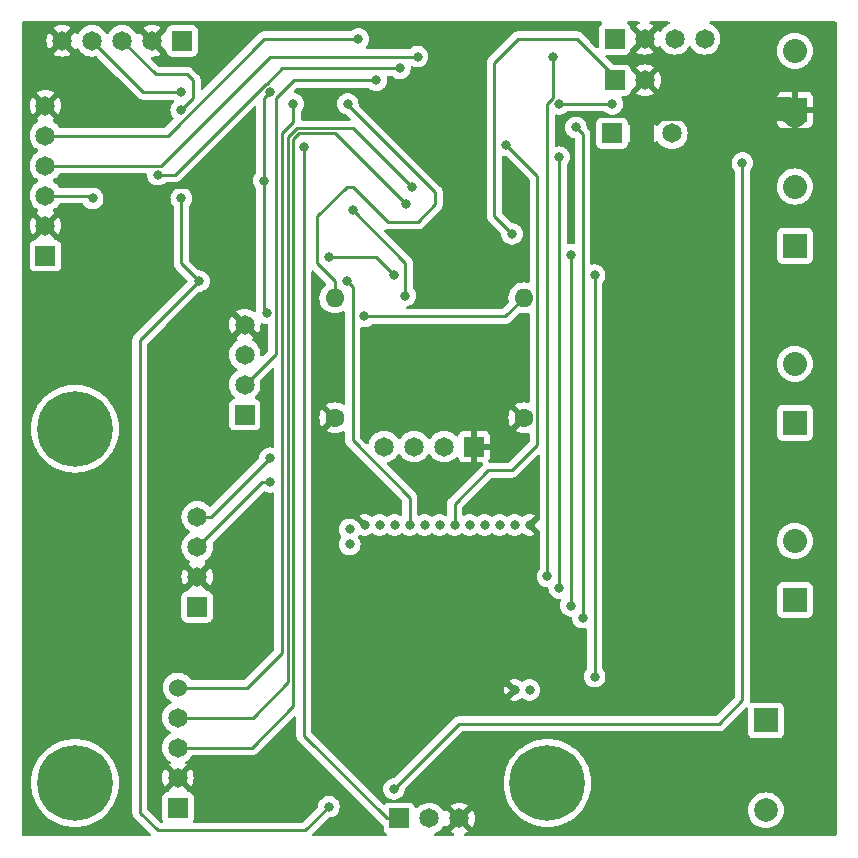
<source format=gbl>
%TF.GenerationSoftware,KiCad,Pcbnew,6.0.2+dfsg-1*%
%TF.CreationDate,2022-06-19T17:26:25+02:00*%
%TF.ProjectId,PlantSensor,506c616e-7453-4656-9e73-6f722e6b6963,3*%
%TF.SameCoordinates,PX5f5e100PY623a7c0*%
%TF.FileFunction,Copper,L2,Bot*%
%TF.FilePolarity,Positive*%
%FSLAX46Y46*%
G04 Gerber Fmt 4.6, Leading zero omitted, Abs format (unit mm)*
G04 Created by KiCad (PCBNEW 6.0.2+dfsg-1) date 2022-06-19 17:26:25*
%MOMM*%
%LPD*%
G01*
G04 APERTURE LIST*
%TA.AperFunction,ComponentPad*%
%ADD10R,1.651000X1.651000*%
%TD*%
%TA.AperFunction,ComponentPad*%
%ADD11C,1.651000*%
%TD*%
%TA.AperFunction,ComponentPad*%
%ADD12R,2.000000X2.000000*%
%TD*%
%TA.AperFunction,ComponentPad*%
%ADD13C,2.000000*%
%TD*%
%TA.AperFunction,ComponentPad*%
%ADD14C,1.600000*%
%TD*%
%TA.AperFunction,ComponentPad*%
%ADD15O,1.600000X1.600000*%
%TD*%
%TA.AperFunction,ComponentPad*%
%ADD16R,2.032000X2.032000*%
%TD*%
%TA.AperFunction,ComponentPad*%
%ADD17C,2.032000*%
%TD*%
%TA.AperFunction,ComponentPad*%
%ADD18C,1.524000*%
%TD*%
%TA.AperFunction,ComponentPad*%
%ADD19C,6.400000*%
%TD*%
%TA.AperFunction,ComponentPad*%
%ADD20C,0.800000*%
%TD*%
%TA.AperFunction,ViaPad*%
%ADD21C,0.800000*%
%TD*%
%TA.AperFunction,Conductor*%
%ADD22C,0.250000*%
%TD*%
%TA.AperFunction,Conductor*%
%ADD23C,2.000000*%
%TD*%
G04 APERTURE END LIST*
D10*
%TO.P,J6,1,P$1*%
%TO.N,+3V3*%
X50690000Y68000000D03*
D11*
%TO.P,J6,2,P$2*%
%TO.N,GND*%
X53230000Y68000000D03*
%TO.P,J6,3,P$3*%
%TO.N,Net-(J6-Pad3)*%
X55770000Y68000000D03*
%TO.P,J6,4,P$4*%
%TO.N,Net-(J6-Pad4)*%
X58310000Y68000000D03*
%TD*%
D12*
%TO.P,BZ1,1,-*%
%TO.N,Net-(BZ1-Pad1)*%
X63500000Y10300000D03*
D13*
%TO.P,BZ1,2,+*%
%TO.N,+12V*%
X63500000Y2700000D03*
%TD*%
D10*
%TO.P,U1,1,VCC_OUT*%
%TO.N,+3V3*%
X50460000Y60000000D03*
D11*
%TO.P,U1,2,GND*%
%TO.N,GND*%
X53000000Y60000000D03*
%TO.P,U1,3,VCC_IN*%
%TO.N,+12V*%
X55540000Y60000000D03*
%TD*%
D14*
%TO.P,SW1,1,1*%
%TO.N,GND*%
X27000000Y35920000D03*
D15*
%TO.P,SW1,2,2*%
%TO.N,SWITCH_SIG*%
X27000000Y46080000D03*
%TD*%
D16*
%TO.P,J3,1,1*%
%TO.N,Net-(D2-Pad1)*%
X65950000Y35500000D03*
D17*
%TO.P,J3,2,2*%
%TO.N,+12V*%
X65950000Y40500000D03*
%TD*%
D10*
%TO.P,U6,1,VIN*%
%TO.N,+3.3VP*%
X15350000Y19920000D03*
D11*
%TO.P,U6,2,GND*%
%TO.N,GND*%
X15350000Y22460000D03*
%TO.P,U6,3,SCL*%
%TO.N,DISPLAY_SCL*%
X15350000Y25000000D03*
%TO.P,U6,4,SDA*%
%TO.N,DISPLAY_SDA*%
X15350000Y27540000D03*
%TD*%
D10*
%TO.P,U5,1,GND*%
%TO.N,GND*%
X38797500Y33490000D03*
D11*
%TO.P,U5,2,VCC*%
%TO.N,+3.3VP*%
X36257500Y33490000D03*
%TO.P,U5,3,SCL*%
%TO.N,DISPLAY_SCL*%
X33717500Y33490000D03*
%TO.P,U5,4,SDA*%
%TO.N,DISPLAY_SDA*%
X31177500Y33490000D03*
%TD*%
D10*
%TO.P,U8,1,VCC*%
%TO.N,+3.3VP*%
X13715000Y2920000D03*
D11*
%TO.P,U8,2,GND*%
%TO.N,GND*%
X13715000Y5460000D03*
%TO.P,U8,3,TX*%
%TO.N,Net-(U3-Pad27)*%
X13715000Y8000000D03*
%TO.P,U8,4,RX*%
%TO.N,Net-(U3-Pad28)*%
X13715000Y10540000D03*
D18*
%TO.P,U8,5,PPS*%
%TO.N,GPS_PPS_CLOCK_REF*%
X13715000Y13080000D03*
%TD*%
D19*
%TO.P,REF\u002A\u002A,1*%
%TO.N,N/C*%
X5000000Y5000000D03*
%TD*%
%TO.P,REF\u002A\u002A,1*%
%TO.N,N/C*%
X5000000Y35000000D03*
%TD*%
D14*
%TO.P,SW2,1,1*%
%TO.N,GND*%
X43000000Y35920000D03*
D15*
%TO.P,SW2,2,2*%
%TO.N,Net-(C4-Pad1)*%
X43000000Y46080000D03*
%TD*%
D10*
%TO.P,U11,1,VDD*%
%TO.N,+3.3VP*%
X19367520Y36190000D03*
D11*
%TO.P,U11,2,DATA*%
%TO.N,DHT11HUMIDITY_DATA*%
X19367520Y38730000D03*
%TO.P,U11,3,NC*%
%TO.N,unconnected-(U11-Pad3)*%
X19367520Y41270000D03*
%TO.P,U11,4,GND*%
%TO.N,GND*%
X19367520Y43810000D03*
%TD*%
D10*
%TO.P,U7,1,VCC*%
%TO.N,+3.3VP*%
X14080000Y67840000D03*
D11*
%TO.P,U7,2,GND*%
%TO.N,GND*%
X11540000Y67840000D03*
%TO.P,U7,3,SCL*%
%TO.N,DISPLAY_SCL*%
X9000000Y67840000D03*
%TO.P,U7,4,SDA*%
%TO.N,DISPLAY_SDA*%
X6460000Y67840000D03*
%TO.P,U7,5,ADDR*%
%TO.N,GND*%
X3920000Y67840000D03*
%TD*%
D16*
%TO.P,J4,1,1*%
%TO.N,Net-(D3-Pad1)*%
X65950000Y20500000D03*
D17*
%TO.P,J4,2,2*%
%TO.N,+12V*%
X65950000Y25500000D03*
%TD*%
D16*
%TO.P,J2,1,1*%
%TO.N,Net-(D1-Pad1)*%
X65950000Y50500000D03*
D17*
%TO.P,J2,2,2*%
%TO.N,+12V*%
X65950000Y55500000D03*
%TD*%
D10*
%TO.P,U10,1,AOUT*%
%TO.N,SOIL_AOUT*%
X32460000Y2000000D03*
D11*
%TO.P,U10,2,VCC*%
%TO.N,+3.3VP*%
X35000000Y2000000D03*
%TO.P,U10,3,GND*%
%TO.N,GND*%
X37540000Y2000000D03*
%TD*%
D10*
%TO.P,U9,1,3V3*%
%TO.N,+3.3VP*%
X2500000Y49650000D03*
D11*
%TO.P,U9,2,GND*%
%TO.N,GND*%
X2500000Y52190000D03*
%TO.P,U9,3,BCLK*%
%TO.N,MIC_BCLK*%
X2500000Y54730000D03*
%TO.P,U9,4,DOUT*%
%TO.N,MIC_DOUT*%
X2500000Y57270000D03*
%TO.P,U9,5,LRCL*%
%TO.N,MIC_LRCL*%
X2500000Y59810000D03*
%TO.P,U9,6,SEL*%
%TO.N,GND*%
X2500000Y62350000D03*
%TD*%
D19*
%TO.P,REF\u002A\u002A,1*%
%TO.N,N/C*%
X45000000Y5000000D03*
%TD*%
D16*
%TO.P,J1,1,1*%
%TO.N,GND*%
X65950000Y62000000D03*
D17*
%TO.P,J1,2,2*%
%TO.N,+12V*%
X65950000Y67000000D03*
%TD*%
D20*
%TO.P,U4,1,GND*%
%TO.N,GND*%
X43490000Y26851000D03*
%TO.P,U4,2,DIO1*%
%TO.N,LORA_DIO1*%
X42220000Y26851000D03*
%TO.P,U4,3,DIO2*%
%TO.N,LORA_DIO2*%
X40950000Y26851000D03*
%TO.P,U4,4,DIO3*%
%TO.N,LORA_DIO3*%
X39680000Y26851000D03*
%TO.P,U4,5,VCC*%
%TO.N,+3V3*%
X38410000Y26851000D03*
%TO.P,U4,6,MISO*%
%TO.N,LORA_MISO*%
X37140000Y26851000D03*
%TO.P,U4,7,MOSI*%
%TO.N,LORA_MOSI*%
X35870000Y26851000D03*
%TO.P,U4,8,SCK*%
%TO.N,LORA_SCK*%
X34600000Y26851000D03*
%TO.P,U4,9,NSS*%
%TO.N,LORA_NSS*%
X33330000Y26851000D03*
%TO.P,U4,10,DIO0*%
%TO.N,LORA_DIO0*%
X32060000Y26851000D03*
%TO.P,U4,11,REST*%
%TO.N,LORA_RST*%
X30790000Y26851000D03*
%TO.P,U4,12,GND*%
%TO.N,GND*%
X29520000Y26851000D03*
%TO.P,U4,13,DIO4*%
%TO.N,LORA_DIO4*%
X28261000Y26481000D03*
%TO.P,U4,14,DIO5*%
%TO.N,LORA_DIO5*%
X28261000Y25211000D03*
%TO.P,U4,15,GND*%
%TO.N,GND*%
X42220000Y12881000D03*
%TO.P,U4,16,ANT*%
%TO.N,unconnected-(U4-Pad16)*%
X43490000Y12881000D03*
%TD*%
D10*
%TO.P,J5,1,1*%
%TO.N,Net-(J5-Pad1)*%
X50730000Y64500000D03*
D11*
%TO.P,J5,2,2*%
%TO.N,GND*%
X53270000Y64500000D03*
%TD*%
D21*
%TO.N,Net-(J5-Pad1)*%
X42000000Y51500000D03*
%TO.N,GND*%
X16500000Y68000000D03*
X38500000Y67500000D03*
X54000000Y19000000D03*
X53900000Y41000000D03*
X54000000Y52000000D03*
X7000000Y56000000D03*
X16500000Y65500000D03*
X16500000Y57000000D03*
X54000000Y30000000D03*
X42500000Y49000000D03*
%TO.N,Net-(J6-Pad3)*%
X50500000Y62500000D03*
X46000000Y62500000D03*
%TO.N,PWR_CMD_SENSOR*%
X32500000Y65500000D03*
X12000000Y56500000D03*
%TO.N,Net-(C4-Pad1)*%
X21262299Y44762299D03*
X21000000Y56000000D03*
X29500000Y44500000D03*
X21500000Y63500000D03*
%TO.N,SWITCH_SIG*%
X28099502Y62500000D03*
%TO.N,GPS_PPS_CLOCK_REF*%
X23500000Y62500000D03*
%TO.N,DISPLAY_SDA*%
X14000000Y63500000D03*
X21500000Y32500000D03*
%TO.N,DISPLAY_SCL*%
X13987701Y61987701D03*
X21500000Y30500000D03*
%TO.N,SOIL_AOUT*%
X24383243Y58858645D03*
%TO.N,EXT_PWR_VOLT*%
X32000000Y4500000D03*
X14000000Y54500000D03*
X15500000Y47500000D03*
X61500000Y57500000D03*
X26500000Y3000000D03*
%TO.N,MIC_LRCL*%
X29000000Y68000000D03*
%TO.N,MIC_BCLK*%
X6500000Y54500000D03*
%TO.N,LORA_NSS*%
X28000000Y47500000D03*
%TO.N,PWR_CMD_PUMP*%
X32982612Y46275500D03*
X28500000Y53500000D03*
%TO.N,PWR_CMD_LED1*%
X26500000Y49500000D03*
X32000000Y48000000D03*
%TO.N,PWR_CMD_BUZZER*%
X49000000Y48000000D03*
X49000000Y14000000D03*
%TO.N,LORA_DIO0*%
X47000000Y20000000D03*
X47017388Y49724500D03*
%TO.N,DHT11HUMIDITY_DATA*%
X30500000Y64500000D03*
%TO.N,Net-(U3-Pad27)*%
X33000000Y54000000D03*
%TO.N,Net-(U3-Pad28)*%
X33500000Y55500000D03*
%TO.N,LORA_SCK*%
X46000000Y58000000D03*
X46000000Y21500000D03*
%TO.N,LORA_MISO*%
X41500000Y59000000D03*
%TO.N,LORA_RST*%
X47407978Y60512424D03*
X48000000Y19000000D03*
%TO.N,MIC_DOUT*%
X34000000Y66500000D03*
%TO.N,LORA_MOSI*%
X45500000Y66500000D03*
X45000000Y22500000D03*
%TD*%
D22*
%TO.N,Net-(J5-Pad1)*%
X50730000Y65000000D02*
X50500000Y65000000D01*
X42500000Y68000000D02*
X40500000Y66000000D01*
X47500000Y68000000D02*
X42500000Y68000000D01*
X40500000Y53000000D02*
X42000000Y51500000D01*
X47500000Y68000000D02*
X50500000Y65000000D01*
X40500000Y66000000D02*
X40500000Y53000000D01*
%TO.N,GND*%
X16500000Y57000000D02*
X15000000Y55500000D01*
X7500000Y55500000D02*
X7000000Y56000000D01*
D23*
X54000000Y30000000D02*
X54000000Y19000000D01*
D22*
X15000000Y55500000D02*
X13000000Y55500000D01*
X38500000Y67500000D02*
X38500000Y52500000D01*
X40570000Y33490000D02*
X43000000Y35920000D01*
D23*
X53900000Y30100000D02*
X54000000Y30000000D01*
X53000000Y60000000D02*
X53000000Y53000000D01*
D22*
X38500000Y52500000D02*
X42000000Y49000000D01*
X13000000Y55500000D02*
X7500000Y55500000D01*
D23*
X65424989Y62025011D02*
X53025011Y62025011D01*
D22*
X38797500Y33490000D02*
X40570000Y33490000D01*
D23*
X54000000Y52000000D02*
X54000000Y41100000D01*
D22*
X42000000Y49000000D02*
X42500000Y49000000D01*
D23*
X65950000Y61500000D02*
X65424989Y62025011D01*
D22*
X16500000Y65500000D02*
X16500000Y68000000D01*
D23*
X53000000Y62000000D02*
X53000000Y60000000D01*
X53900000Y41000000D02*
X53900000Y30100000D01*
X53000000Y53000000D02*
X54000000Y52000000D01*
X53025011Y62025011D02*
X53000000Y62000000D01*
X54000000Y41100000D02*
X53900000Y41000000D01*
D22*
%TO.N,Net-(J6-Pad3)*%
X50500000Y62500000D02*
X46000000Y62500000D01*
%TO.N,PWR_CMD_SENSOR*%
X12000000Y56500000D02*
X13475400Y56500000D01*
X13475400Y56500000D02*
X21199901Y64224501D01*
X21224501Y64224501D02*
X22500000Y65500000D01*
X22500000Y65500000D02*
X32500000Y65500000D01*
X21199901Y64224501D02*
X21224501Y64224501D01*
%TO.N,Net-(C4-Pad1)*%
X29500000Y44500000D02*
X41420000Y44500000D01*
X41420000Y44500000D02*
X43000000Y46080000D01*
X21000000Y45024598D02*
X21262299Y44762299D01*
X21000000Y56000000D02*
X21000000Y63000000D01*
X21000000Y56000000D02*
X21000000Y45024598D01*
X21000000Y63000000D02*
X21500000Y63500000D01*
%TO.N,SWITCH_SIG*%
X25500000Y53000000D02*
X28000000Y55500000D01*
X31500000Y52500000D02*
X34000000Y52500000D01*
X34000000Y52500000D02*
X35500000Y54000000D01*
X28000000Y62500000D02*
X28099502Y62500000D01*
X27000000Y47500000D02*
X25500000Y49000000D01*
X28000000Y55500000D02*
X28500000Y55500000D01*
X27000000Y46080000D02*
X27000000Y47500000D01*
X25500000Y49000000D02*
X25500000Y53000000D01*
X28500000Y55500000D02*
X31500000Y52500000D01*
X35500000Y54000000D02*
X35500000Y55000000D01*
X35500000Y55000000D02*
X28000000Y62500000D01*
%TO.N,GPS_PPS_CLOCK_REF*%
X22500000Y60000000D02*
X22500000Y16000000D01*
X22500000Y16000000D02*
X19580000Y13080000D01*
X23500000Y61000000D02*
X22500000Y60000000D01*
X23500000Y62500000D02*
X23500000Y61000000D01*
X19580000Y13080000D02*
X13715000Y13080000D01*
%TO.N,DISPLAY_SDA*%
X6460000Y67840000D02*
X10800000Y63500000D01*
X16540000Y27540000D02*
X21500000Y32500000D01*
X15350000Y27540000D02*
X16540000Y27540000D01*
X10800000Y63500000D02*
X14000000Y63500000D01*
%TO.N,DISPLAY_SCL*%
X15350000Y25000000D02*
X20850000Y30500000D01*
X11840000Y65000000D02*
X14500000Y65000000D01*
X15000000Y64500000D02*
X15000000Y63000000D01*
X14500000Y65000000D02*
X15000000Y64500000D01*
X20850000Y30500000D02*
X21500000Y30500000D01*
X15000000Y63000000D02*
X13987701Y61987701D01*
X9000000Y67840000D02*
X11840000Y65000000D01*
%TO.N,SOIL_AOUT*%
X32460000Y2000000D02*
X31384500Y2000000D01*
X24383243Y9001257D02*
X24383243Y58858645D01*
X31384500Y2000000D02*
X24383243Y9001257D01*
%TO.N,EXT_PWR_VOLT*%
X61500000Y12000000D02*
X59500000Y10000000D01*
X24500000Y1000000D02*
X12000000Y1000000D01*
X59500000Y10000000D02*
X37500000Y10000000D01*
X12000000Y1000000D02*
X10500000Y2500000D01*
X10500000Y42500000D02*
X15500000Y47500000D01*
X26500000Y3000000D02*
X24500000Y1000000D01*
X37500000Y10000000D02*
X32000000Y4500000D01*
X14000000Y49000000D02*
X15500000Y47500000D01*
X14000000Y54500000D02*
X14000000Y49000000D01*
X61500000Y57500000D02*
X61500000Y12000000D01*
X10500000Y2500000D02*
X10500000Y42500000D01*
%TO.N,MIC_LRCL*%
X12834600Y59810000D02*
X21024600Y68000000D01*
X2500000Y59810000D02*
X12834600Y59810000D01*
X21024600Y68000000D02*
X29000000Y68000000D01*
%TO.N,MIC_BCLK*%
X6270000Y54730000D02*
X6500000Y54500000D01*
X2500000Y54730000D02*
X6270000Y54730000D01*
%TO.N,LORA_NSS*%
X28000000Y47500000D02*
X28500000Y47000000D01*
X33330000Y26851000D02*
X33330000Y29170000D01*
X28500000Y34000000D02*
X28500000Y47000000D01*
X28500000Y34000000D02*
X33330000Y29170000D01*
%TO.N,PWR_CMD_PUMP*%
X32982612Y49017388D02*
X32982612Y46275500D01*
X28500000Y53500000D02*
X32982612Y49017388D01*
%TO.N,PWR_CMD_LED1*%
X30500000Y49500000D02*
X32000000Y48000000D01*
X26500000Y49500000D02*
X30500000Y49500000D01*
%TO.N,PWR_CMD_BUZZER*%
X49000000Y14000000D02*
X49000000Y48000000D01*
%TO.N,LORA_DIO0*%
X47000000Y49500000D02*
X47017388Y49517388D01*
X47000000Y20000000D02*
X47000000Y49500000D01*
X47017388Y49517388D02*
X47017388Y49724500D01*
%TO.N,DHT11HUMIDITY_DATA*%
X22000000Y62975400D02*
X23524600Y64500000D01*
X19367520Y38730000D02*
X22000000Y41362480D01*
X23524600Y64500000D02*
X30500000Y64500000D01*
X22000000Y41362480D02*
X22000000Y62975400D01*
%TO.N,Net-(U3-Pad27)*%
X27000000Y60000000D02*
X33000000Y54000000D01*
X23500000Y11500000D02*
X23500000Y59500000D01*
X20000000Y8000000D02*
X23500000Y11500000D01*
X24000000Y60000000D02*
X27000000Y60000000D01*
X13715000Y8000000D02*
X20000000Y8000000D01*
X23500000Y59500000D02*
X24000000Y60000000D01*
%TO.N,Net-(U3-Pad28)*%
X23050490Y59686194D02*
X23813806Y60449510D01*
X23813806Y60449510D02*
X28550490Y60449510D01*
X23050490Y13550490D02*
X23050490Y59686194D01*
X13715000Y10540000D02*
X20040000Y10540000D01*
X20040000Y10540000D02*
X23050490Y13550490D01*
X28550490Y60449510D02*
X33500000Y55500000D01*
%TO.N,LORA_SCK*%
X46000000Y21500000D02*
X46000000Y58000000D01*
%TO.N,LORA_MISO*%
X44124511Y56375489D02*
X41500000Y59000000D01*
X40000000Y31500000D02*
X42000000Y31500000D01*
X44124511Y33624511D02*
X44124511Y56375489D01*
X37140000Y26851000D02*
X37140000Y28640000D01*
X37140000Y28640000D02*
X40000000Y31500000D01*
X42000000Y31500000D02*
X44124511Y33624511D01*
%TO.N,LORA_RST*%
X48000000Y19000000D02*
X48000000Y59920402D01*
X48000000Y59920402D02*
X47407978Y60512424D01*
%TO.N,MIC_DOUT*%
X12270000Y57270000D02*
X21500000Y66500000D01*
X2500000Y57270000D02*
X12270000Y57270000D01*
X21500000Y66500000D02*
X34000000Y66500000D01*
%TO.N,LORA_MOSI*%
X45500000Y63024600D02*
X45500000Y66500000D01*
X45000000Y62524600D02*
X45500000Y63024600D01*
X45000000Y22500000D02*
X45000000Y62524600D01*
%TD*%
%TA.AperFunction,Conductor*%
%TO.N,GND*%
G36*
X52774045Y69471998D02*
G01*
X52820538Y69418342D01*
X52830642Y69348068D01*
X52801148Y69283488D01*
X52759174Y69251805D01*
X52565684Y69161579D01*
X52556198Y69156101D01*
X52498642Y69115801D01*
X52490267Y69105323D01*
X52497335Y69091875D01*
X53217188Y68372022D01*
X53231132Y68364408D01*
X53232965Y68364539D01*
X53239580Y68368790D01*
X53963387Y69092597D01*
X53969817Y69104371D01*
X53960520Y69116387D01*
X53903802Y69156101D01*
X53894316Y69161579D01*
X53700826Y69251805D01*
X53647541Y69298723D01*
X53628080Y69367000D01*
X53648622Y69434960D01*
X53702645Y69481025D01*
X53754076Y69492000D01*
X55244740Y69492000D01*
X55312861Y69471998D01*
X55359354Y69418342D01*
X55369458Y69348068D01*
X55339964Y69283488D01*
X55297990Y69251805D01*
X55105439Y69162017D01*
X55105434Y69162014D01*
X55100452Y69159691D01*
X55095945Y69156535D01*
X55095943Y69156534D01*
X54913757Y69028966D01*
X54913754Y69028964D01*
X54909246Y69025807D01*
X54744193Y68860754D01*
X54741036Y68856246D01*
X54741034Y68856243D01*
X54684719Y68775816D01*
X54610309Y68669548D01*
X54608537Y68665747D01*
X54557447Y68617033D01*
X54487733Y68603597D01*
X54421822Y68629983D01*
X54390592Y68666023D01*
X54386095Y68673811D01*
X54345801Y68731358D01*
X54335323Y68739733D01*
X54321875Y68732665D01*
X53602022Y68012812D01*
X53594408Y67998868D01*
X53594539Y67997035D01*
X53598790Y67990420D01*
X54322597Y67266613D01*
X54334371Y67260183D01*
X54346387Y67269480D01*
X54386095Y67326189D01*
X54390592Y67333977D01*
X54441976Y67382969D01*
X54511690Y67396403D01*
X54577601Y67370015D01*
X54608477Y67334380D01*
X54610309Y67330452D01*
X54647434Y67277432D01*
X54732329Y67156190D01*
X54744193Y67139246D01*
X54909246Y66974193D01*
X54913754Y66971036D01*
X54913757Y66971034D01*
X55095325Y66843899D01*
X55100452Y66840309D01*
X55105434Y66837986D01*
X55105439Y66837983D01*
X55271368Y66760609D01*
X55312002Y66741661D01*
X55317310Y66740239D01*
X55317312Y66740238D01*
X55532153Y66682672D01*
X55532155Y66682672D01*
X55537468Y66681248D01*
X55770000Y66660904D01*
X56002532Y66681248D01*
X56007845Y66682672D01*
X56007847Y66682672D01*
X56222688Y66740238D01*
X56222690Y66740239D01*
X56227998Y66741661D01*
X56268632Y66760609D01*
X56434561Y66837983D01*
X56434566Y66837986D01*
X56439548Y66840309D01*
X56444675Y66843899D01*
X56626243Y66971034D01*
X56626246Y66971036D01*
X56630754Y66974193D01*
X56795807Y67139246D01*
X56807672Y67156190D01*
X56892566Y67277432D01*
X56929691Y67330452D01*
X56931274Y67333847D01*
X56982266Y67382466D01*
X57051980Y67395900D01*
X57117890Y67369512D01*
X57148647Y67334017D01*
X57150309Y67330452D01*
X57187434Y67277432D01*
X57272329Y67156190D01*
X57284193Y67139246D01*
X57449246Y66974193D01*
X57453754Y66971036D01*
X57453757Y66971034D01*
X57635325Y66843899D01*
X57640452Y66840309D01*
X57645434Y66837986D01*
X57645439Y66837983D01*
X57811368Y66760609D01*
X57852002Y66741661D01*
X57857310Y66740239D01*
X57857312Y66740238D01*
X58072153Y66682672D01*
X58072155Y66682672D01*
X58077468Y66681248D01*
X58310000Y66660904D01*
X58542532Y66681248D01*
X58547845Y66682672D01*
X58547847Y66682672D01*
X58762688Y66740238D01*
X58762690Y66740239D01*
X58767998Y66741661D01*
X58808632Y66760609D01*
X58974561Y66837983D01*
X58974566Y66837986D01*
X58979548Y66840309D01*
X58984675Y66843899D01*
X59166243Y66971034D01*
X59166246Y66971036D01*
X59170754Y66974193D01*
X59196561Y67000000D01*
X64420786Y67000000D01*
X64439613Y66760778D01*
X64440767Y66755971D01*
X64440768Y66755965D01*
X64462367Y66666000D01*
X64495631Y66527447D01*
X64497524Y66522876D01*
X64497525Y66522874D01*
X64582952Y66316635D01*
X64587460Y66305751D01*
X64712840Y66101151D01*
X64868682Y65918682D01*
X64872444Y65915469D01*
X65037498Y65774501D01*
X65051151Y65762840D01*
X65255751Y65637460D01*
X65260321Y65635567D01*
X65260323Y65635566D01*
X65460231Y65552762D01*
X65477447Y65545631D01*
X65557766Y65526348D01*
X65705965Y65490768D01*
X65705971Y65490767D01*
X65710778Y65489613D01*
X65950000Y65470786D01*
X66189222Y65489613D01*
X66194029Y65490767D01*
X66194035Y65490768D01*
X66342234Y65526348D01*
X66422553Y65545631D01*
X66439769Y65552762D01*
X66639677Y65635566D01*
X66639679Y65635567D01*
X66644249Y65637460D01*
X66848849Y65762840D01*
X66862503Y65774501D01*
X67027556Y65915469D01*
X67031318Y65918682D01*
X67187160Y66101151D01*
X67312540Y66305751D01*
X67317049Y66316635D01*
X67402475Y66522874D01*
X67402476Y66522876D01*
X67404369Y66527447D01*
X67437633Y66666000D01*
X67459232Y66755965D01*
X67459233Y66755971D01*
X67460387Y66760778D01*
X67479214Y67000000D01*
X67460387Y67239222D01*
X67459233Y67244029D01*
X67459232Y67244035D01*
X67405524Y67467741D01*
X67404369Y67472553D01*
X67377666Y67537020D01*
X67314434Y67689677D01*
X67314433Y67689679D01*
X67312540Y67694249D01*
X67187160Y67898849D01*
X67031318Y68081318D01*
X66848849Y68237160D01*
X66644249Y68362540D01*
X66639679Y68364433D01*
X66639677Y68364434D01*
X66427126Y68452475D01*
X66427124Y68452476D01*
X66422553Y68454369D01*
X66340963Y68473957D01*
X66194035Y68509232D01*
X66194029Y68509233D01*
X66189222Y68510387D01*
X65950000Y68529214D01*
X65710778Y68510387D01*
X65705971Y68509233D01*
X65705965Y68509232D01*
X65559037Y68473957D01*
X65477447Y68454369D01*
X65472876Y68452476D01*
X65472874Y68452475D01*
X65260323Y68364434D01*
X65260321Y68364433D01*
X65255751Y68362540D01*
X65051151Y68237160D01*
X64868682Y68081318D01*
X64712840Y67898849D01*
X64587460Y67694249D01*
X64585567Y67689679D01*
X64585566Y67689677D01*
X64522334Y67537020D01*
X64495631Y67472553D01*
X64494476Y67467741D01*
X64440768Y67244035D01*
X64440767Y67244029D01*
X64439613Y67239222D01*
X64420786Y67000000D01*
X59196561Y67000000D01*
X59335807Y67139246D01*
X59345790Y67153502D01*
X59466534Y67325943D01*
X59466537Y67325948D01*
X59469691Y67330452D01*
X59472014Y67335434D01*
X59472017Y67335439D01*
X59566016Y67537020D01*
X59566017Y67537022D01*
X59568339Y67542002D01*
X59585881Y67607468D01*
X59627328Y67762153D01*
X59627328Y67762155D01*
X59628752Y67767468D01*
X59649096Y68000000D01*
X59628752Y68232532D01*
X59622872Y68254478D01*
X59569762Y68452688D01*
X59569761Y68452690D01*
X59568339Y68457998D01*
X59562750Y68469983D01*
X59472017Y68664561D01*
X59472014Y68664566D01*
X59469691Y68669548D01*
X59466534Y68674057D01*
X59338966Y68856243D01*
X59338964Y68856246D01*
X59335807Y68860754D01*
X59170754Y69025807D01*
X59166246Y69028964D01*
X59166243Y69028966D01*
X58984057Y69156534D01*
X58984055Y69156535D01*
X58979548Y69159691D01*
X58974566Y69162014D01*
X58974561Y69162017D01*
X58782010Y69251805D01*
X58728725Y69298723D01*
X58709264Y69367000D01*
X58729806Y69434960D01*
X58783829Y69481025D01*
X58835260Y69492000D01*
X69366000Y69492000D01*
X69434121Y69471998D01*
X69480614Y69418342D01*
X69492000Y69366000D01*
X69492000Y634000D01*
X69471998Y565879D01*
X69418342Y519386D01*
X69366000Y508000D01*
X38064076Y508000D01*
X37995955Y528002D01*
X37949462Y581658D01*
X37939358Y651932D01*
X37968852Y716512D01*
X38010826Y748195D01*
X38204316Y838421D01*
X38213802Y843899D01*
X38271358Y884199D01*
X38279733Y894677D01*
X38272665Y908125D01*
X37552812Y1627978D01*
X37538868Y1635592D01*
X37537035Y1635461D01*
X37530420Y1631210D01*
X36806613Y907403D01*
X36800183Y895629D01*
X36809480Y883613D01*
X36866198Y843899D01*
X36875684Y838421D01*
X37069174Y748195D01*
X37122459Y701277D01*
X37141920Y633000D01*
X37121378Y565040D01*
X37067355Y518975D01*
X37015924Y508000D01*
X35525260Y508000D01*
X35457139Y528002D01*
X35410646Y581658D01*
X35400542Y651932D01*
X35430036Y716512D01*
X35472010Y748195D01*
X35664561Y837983D01*
X35664566Y837986D01*
X35669548Y840309D01*
X35674675Y843899D01*
X35856243Y971034D01*
X35856246Y971036D01*
X35860754Y974193D01*
X36025807Y1139246D01*
X36071903Y1205077D01*
X36156537Y1325948D01*
X36159691Y1330452D01*
X36161463Y1334253D01*
X36212553Y1382967D01*
X36282267Y1396403D01*
X36348178Y1370017D01*
X36379408Y1333977D01*
X36383905Y1326189D01*
X36424199Y1268642D01*
X36434677Y1260267D01*
X36448125Y1267335D01*
X37167978Y1987188D01*
X37174356Y1998868D01*
X37904408Y1998868D01*
X37904539Y1997035D01*
X37908790Y1990420D01*
X38632597Y1266613D01*
X38644371Y1260183D01*
X38656387Y1269480D01*
X38696101Y1326198D01*
X38701579Y1335684D01*
X38795544Y1537192D01*
X38799290Y1547484D01*
X38856834Y1762241D01*
X38858737Y1773036D01*
X38878115Y1994525D01*
X38878115Y2005475D01*
X38858737Y2226964D01*
X38856834Y2237759D01*
X38799290Y2452516D01*
X38795544Y2462808D01*
X38701579Y2664316D01*
X38696101Y2673802D01*
X38655801Y2731358D01*
X38645323Y2739733D01*
X38631875Y2732665D01*
X37912022Y2012812D01*
X37904408Y1998868D01*
X37174356Y1998868D01*
X37175592Y2001132D01*
X37175461Y2002965D01*
X37171210Y2009580D01*
X36447403Y2733387D01*
X36435629Y2739817D01*
X36423613Y2730520D01*
X36383905Y2673811D01*
X36379408Y2666023D01*
X36328024Y2617031D01*
X36258310Y2603597D01*
X36192399Y2629985D01*
X36161523Y2665620D01*
X36159691Y2669548D01*
X36058093Y2814645D01*
X36028966Y2856243D01*
X36028964Y2856246D01*
X36025807Y2860754D01*
X35860754Y3025807D01*
X35856246Y3028964D01*
X35856243Y3028966D01*
X35747194Y3105323D01*
X36800267Y3105323D01*
X36807335Y3091875D01*
X37527188Y2372022D01*
X37541132Y2364408D01*
X37542965Y2364539D01*
X37549580Y2368790D01*
X38273387Y3092597D01*
X38279817Y3104371D01*
X38270520Y3116387D01*
X38213802Y3156101D01*
X38204316Y3161579D01*
X38002808Y3255544D01*
X37992516Y3259290D01*
X37777759Y3316834D01*
X37766964Y3318737D01*
X37545475Y3338115D01*
X37534525Y3338115D01*
X37313036Y3318737D01*
X37302241Y3316834D01*
X37087484Y3259290D01*
X37077192Y3255544D01*
X36875684Y3161579D01*
X36866198Y3156101D01*
X36808642Y3115801D01*
X36800267Y3105323D01*
X35747194Y3105323D01*
X35674057Y3156534D01*
X35674055Y3156535D01*
X35669548Y3159691D01*
X35664566Y3162014D01*
X35664561Y3162017D01*
X35462980Y3256016D01*
X35462978Y3256017D01*
X35457998Y3258339D01*
X35452690Y3259761D01*
X35452688Y3259762D01*
X35237847Y3317328D01*
X35237845Y3317328D01*
X35232532Y3318752D01*
X35000000Y3339096D01*
X34767468Y3318752D01*
X34762155Y3317328D01*
X34762153Y3317328D01*
X34547312Y3259762D01*
X34547310Y3259761D01*
X34542002Y3258339D01*
X34537022Y3256017D01*
X34537020Y3256016D01*
X34335439Y3162017D01*
X34335434Y3162014D01*
X34330452Y3159691D01*
X34325945Y3156535D01*
X34325943Y3156534D01*
X34143757Y3028966D01*
X34143754Y3028964D01*
X34139246Y3025807D01*
X33996256Y2882817D01*
X33933944Y2848791D01*
X33863129Y2853856D01*
X33806293Y2896403D01*
X33787745Y2936004D01*
X33787245Y2935816D01*
X33784886Y2942108D01*
X33736115Y3072205D01*
X33648761Y3188761D01*
X33532205Y3276115D01*
X33395816Y3327245D01*
X33333634Y3334000D01*
X31586366Y3334000D01*
X31524184Y3327245D01*
X31387795Y3276115D01*
X31271239Y3188761D01*
X31269070Y3185867D01*
X31209124Y3153133D01*
X31138309Y3158198D01*
X31093246Y3187159D01*
X29780405Y4500000D01*
X31086496Y4500000D01*
X31087186Y4493435D01*
X31100357Y4368124D01*
X31106458Y4310072D01*
X31165473Y4128444D01*
X31260960Y3963056D01*
X31388747Y3821134D01*
X31543248Y3708882D01*
X31549276Y3706198D01*
X31549278Y3706197D01*
X31711681Y3633891D01*
X31717712Y3631206D01*
X31811113Y3611353D01*
X31898056Y3592872D01*
X31898061Y3592872D01*
X31904513Y3591500D01*
X32095487Y3591500D01*
X32101939Y3592872D01*
X32101944Y3592872D01*
X32188887Y3611353D01*
X32282288Y3631206D01*
X32288319Y3633891D01*
X32450722Y3706197D01*
X32450724Y3706198D01*
X32456752Y3708882D01*
X32611253Y3821134D01*
X32739040Y3963056D01*
X32834527Y4128444D01*
X32893542Y4310072D01*
X32899644Y4368124D01*
X32910907Y4475293D01*
X32937920Y4540950D01*
X32947122Y4551218D01*
X33395904Y5000000D01*
X41286411Y5000000D01*
X41306754Y4611824D01*
X41307267Y4608584D01*
X41307268Y4608576D01*
X41335268Y4431793D01*
X41367562Y4227901D01*
X41468167Y3852438D01*
X41469352Y3849350D01*
X41469353Y3849348D01*
X41492051Y3790217D01*
X41607468Y3489547D01*
X41608966Y3486607D01*
X41778880Y3153133D01*
X41783938Y3143206D01*
X41785734Y3140440D01*
X41785736Y3140437D01*
X41914532Y2942108D01*
X41995643Y2817207D01*
X42090556Y2700000D01*
X42195635Y2570239D01*
X42240266Y2515124D01*
X42515124Y2240266D01*
X42517682Y2238194D01*
X42517686Y2238191D01*
X42646486Y2133891D01*
X42817207Y1995643D01*
X42819970Y1993848D01*
X42819971Y1993848D01*
X43102174Y1810584D01*
X43143205Y1783938D01*
X43146139Y1782443D01*
X43146146Y1782439D01*
X43449294Y1627978D01*
X43489547Y1607468D01*
X43660092Y1542002D01*
X43839220Y1473241D01*
X43852438Y1468167D01*
X44227901Y1367562D01*
X44399899Y1340320D01*
X44608576Y1307268D01*
X44608584Y1307267D01*
X44611824Y1306754D01*
X45000000Y1286411D01*
X45388176Y1306754D01*
X45391416Y1307267D01*
X45391424Y1307268D01*
X45600101Y1340320D01*
X45772099Y1367562D01*
X46147562Y1468167D01*
X46160781Y1473241D01*
X46339908Y1542002D01*
X46510453Y1607468D01*
X46550706Y1627978D01*
X46853854Y1782439D01*
X46853861Y1782443D01*
X46856795Y1783938D01*
X46897827Y1810584D01*
X47180029Y1993848D01*
X47180030Y1993848D01*
X47182793Y1995643D01*
X47353514Y2133891D01*
X47482314Y2238191D01*
X47482318Y2238194D01*
X47484876Y2240266D01*
X47759734Y2515124D01*
X47804366Y2570239D01*
X47909444Y2700000D01*
X61986835Y2700000D01*
X62005465Y2463289D01*
X62006619Y2458482D01*
X62006620Y2458476D01*
X62034775Y2341203D01*
X62060895Y2232406D01*
X62062788Y2227835D01*
X62062789Y2227833D01*
X62146096Y2026712D01*
X62151760Y2013037D01*
X62154346Y2008817D01*
X62273241Y1814798D01*
X62273245Y1814792D01*
X62275824Y1810584D01*
X62430031Y1630031D01*
X62610584Y1475824D01*
X62614792Y1473245D01*
X62614798Y1473241D01*
X62808817Y1354346D01*
X62813037Y1351760D01*
X62817607Y1349867D01*
X62817611Y1349865D01*
X63016858Y1267335D01*
X63032406Y1260895D01*
X63112609Y1241640D01*
X63258476Y1206620D01*
X63258482Y1206619D01*
X63263289Y1205465D01*
X63500000Y1186835D01*
X63736711Y1205465D01*
X63741518Y1206619D01*
X63741524Y1206620D01*
X63887391Y1241640D01*
X63967594Y1260895D01*
X63983142Y1267335D01*
X64182389Y1349865D01*
X64182393Y1349867D01*
X64186963Y1351760D01*
X64191183Y1354346D01*
X64385202Y1473241D01*
X64385208Y1473245D01*
X64389416Y1475824D01*
X64569969Y1630031D01*
X64724176Y1810584D01*
X64726755Y1814792D01*
X64726759Y1814798D01*
X64845654Y2008817D01*
X64848240Y2013037D01*
X64853905Y2026712D01*
X64937211Y2227833D01*
X64937212Y2227835D01*
X64939105Y2232406D01*
X64965225Y2341203D01*
X64993380Y2458476D01*
X64993381Y2458482D01*
X64994535Y2463289D01*
X65013165Y2700000D01*
X64994535Y2936711D01*
X64993240Y2942108D01*
X64940260Y3162782D01*
X64939105Y3167594D01*
X64937211Y3172167D01*
X64850135Y3382389D01*
X64850133Y3382393D01*
X64848240Y3386963D01*
X64783486Y3492632D01*
X64726759Y3585202D01*
X64726755Y3585208D01*
X64724176Y3589416D01*
X64569969Y3769969D01*
X64389416Y3924176D01*
X64385208Y3926755D01*
X64385202Y3926759D01*
X64191183Y4045654D01*
X64186963Y4048240D01*
X64182393Y4050133D01*
X64182389Y4050135D01*
X63972167Y4137211D01*
X63972165Y4137212D01*
X63967594Y4139105D01*
X63887391Y4158360D01*
X63741524Y4193380D01*
X63741518Y4193381D01*
X63736711Y4194535D01*
X63500000Y4213165D01*
X63263289Y4194535D01*
X63258482Y4193381D01*
X63258476Y4193380D01*
X63112609Y4158360D01*
X63032406Y4139105D01*
X63027835Y4137212D01*
X63027833Y4137211D01*
X62817611Y4050135D01*
X62817607Y4050133D01*
X62813037Y4048240D01*
X62808817Y4045654D01*
X62614798Y3926759D01*
X62614792Y3926755D01*
X62610584Y3924176D01*
X62430031Y3769969D01*
X62275824Y3589416D01*
X62273245Y3585208D01*
X62273241Y3585202D01*
X62216514Y3492632D01*
X62151760Y3386963D01*
X62149867Y3382393D01*
X62149865Y3382389D01*
X62062789Y3172167D01*
X62060895Y3167594D01*
X62059740Y3162782D01*
X62006761Y2942108D01*
X62005465Y2936711D01*
X61986835Y2700000D01*
X47909444Y2700000D01*
X48004357Y2817207D01*
X48085468Y2942108D01*
X48214264Y3140437D01*
X48214266Y3140440D01*
X48216062Y3143206D01*
X48221121Y3153133D01*
X48391034Y3486607D01*
X48392532Y3489547D01*
X48507949Y3790217D01*
X48530647Y3849348D01*
X48530648Y3849350D01*
X48531833Y3852438D01*
X48632438Y4227901D01*
X48664732Y4431793D01*
X48692732Y4608576D01*
X48692733Y4608584D01*
X48693246Y4611824D01*
X48713589Y5000000D01*
X48693246Y5388176D01*
X48690245Y5407128D01*
X48632954Y5768838D01*
X48632438Y5772099D01*
X48531833Y6147562D01*
X48514243Y6193387D01*
X48393716Y6507368D01*
X48392532Y6510453D01*
X48364574Y6565323D01*
X48217561Y6853853D01*
X48217557Y6853860D01*
X48216062Y6856794D01*
X48004357Y7182793D01*
X47855191Y7366997D01*
X47761809Y7482314D01*
X47761806Y7482318D01*
X47759734Y7484876D01*
X47484876Y7759734D01*
X47475326Y7767468D01*
X47185355Y8002282D01*
X47182793Y8004357D01*
X46856795Y8216062D01*
X46853861Y8217557D01*
X46853854Y8217561D01*
X46513393Y8391034D01*
X46510453Y8392532D01*
X46147562Y8531833D01*
X45772099Y8632438D01*
X45537798Y8669548D01*
X45391424Y8692732D01*
X45391416Y8692733D01*
X45388176Y8693246D01*
X45000000Y8713589D01*
X44611824Y8693246D01*
X44608584Y8692733D01*
X44608576Y8692732D01*
X44462202Y8669548D01*
X44227901Y8632438D01*
X43852438Y8531833D01*
X43489547Y8392532D01*
X43486607Y8391034D01*
X43146147Y8217561D01*
X43146140Y8217557D01*
X43143206Y8216062D01*
X42817207Y8004357D01*
X42814645Y8002282D01*
X42524675Y7767468D01*
X42515124Y7759734D01*
X42240266Y7484876D01*
X42238194Y7482318D01*
X42238191Y7482314D01*
X42144809Y7366997D01*
X41995643Y7182793D01*
X41783938Y6856794D01*
X41782443Y6853860D01*
X41782439Y6853853D01*
X41635426Y6565323D01*
X41607468Y6510453D01*
X41606284Y6507368D01*
X41485758Y6193387D01*
X41468167Y6147562D01*
X41367562Y5772099D01*
X41367046Y5768838D01*
X41309756Y5407128D01*
X41306754Y5388176D01*
X41286411Y5000000D01*
X33395904Y5000000D01*
X37725499Y9329595D01*
X37787811Y9363621D01*
X37814594Y9366500D01*
X59421233Y9366500D01*
X59432416Y9365973D01*
X59439909Y9364298D01*
X59447835Y9364547D01*
X59447836Y9364547D01*
X59507986Y9366438D01*
X59511945Y9366500D01*
X59539856Y9366500D01*
X59543791Y9366997D01*
X59543856Y9367005D01*
X59555693Y9367938D01*
X59587951Y9368952D01*
X59591970Y9369078D01*
X59599889Y9369327D01*
X59619343Y9374979D01*
X59638700Y9378987D01*
X59650930Y9380532D01*
X59650931Y9380532D01*
X59658797Y9381526D01*
X59666168Y9384445D01*
X59666170Y9384445D01*
X59699912Y9397804D01*
X59711142Y9401649D01*
X59745983Y9411771D01*
X59745984Y9411771D01*
X59753593Y9413982D01*
X59760412Y9418015D01*
X59760417Y9418017D01*
X59771028Y9424293D01*
X59788776Y9432988D01*
X59807617Y9440448D01*
X59843387Y9466436D01*
X59853307Y9472952D01*
X59884535Y9491420D01*
X59884538Y9491422D01*
X59891362Y9495458D01*
X59905683Y9509779D01*
X59920717Y9522620D01*
X59930694Y9529869D01*
X59937107Y9534528D01*
X59965298Y9568605D01*
X59973288Y9577384D01*
X61776405Y11380500D01*
X61838717Y11414526D01*
X61909533Y11409461D01*
X61966368Y11366914D01*
X61991179Y11300394D01*
X61991500Y11291405D01*
X61991500Y9251866D01*
X61998255Y9189684D01*
X62049385Y9053295D01*
X62136739Y8936739D01*
X62253295Y8849385D01*
X62389684Y8798255D01*
X62451866Y8791500D01*
X64548134Y8791500D01*
X64610316Y8798255D01*
X64746705Y8849385D01*
X64863261Y8936739D01*
X64950615Y9053295D01*
X65001745Y9189684D01*
X65008500Y9251866D01*
X65008500Y11348134D01*
X65001745Y11410316D01*
X64950615Y11546705D01*
X64863261Y11663261D01*
X64746705Y11750615D01*
X64610316Y11801745D01*
X64548134Y11808500D01*
X62451866Y11808500D01*
X62389684Y11801745D01*
X62382288Y11798973D01*
X62382282Y11798971D01*
X62299028Y11767760D01*
X62228221Y11762577D01*
X62165852Y11796498D01*
X62131723Y11858753D01*
X62132528Y11904174D01*
X62130535Y11904426D01*
X62131528Y11912291D01*
X62133500Y11919970D01*
X62133500Y11940224D01*
X62135051Y11959935D01*
X62136980Y11972114D01*
X62138220Y11979943D01*
X62134059Y12023962D01*
X62133500Y12035819D01*
X62133500Y19435866D01*
X64425500Y19435866D01*
X64432255Y19373684D01*
X64483385Y19237295D01*
X64570739Y19120739D01*
X64687295Y19033385D01*
X64823684Y18982255D01*
X64885866Y18975500D01*
X67014134Y18975500D01*
X67076316Y18982255D01*
X67212705Y19033385D01*
X67329261Y19120739D01*
X67416615Y19237295D01*
X67467745Y19373684D01*
X67474500Y19435866D01*
X67474500Y21564134D01*
X67467745Y21626316D01*
X67416615Y21762705D01*
X67329261Y21879261D01*
X67212705Y21966615D01*
X67076316Y22017745D01*
X67014134Y22024500D01*
X64885866Y22024500D01*
X64823684Y22017745D01*
X64687295Y21966615D01*
X64570739Y21879261D01*
X64483385Y21762705D01*
X64432255Y21626316D01*
X64425500Y21564134D01*
X64425500Y19435866D01*
X62133500Y19435866D01*
X62133500Y25500000D01*
X64420786Y25500000D01*
X64439613Y25260778D01*
X64440767Y25255971D01*
X64440768Y25255965D01*
X64476043Y25109037D01*
X64495631Y25027447D01*
X64497524Y25022876D01*
X64497525Y25022874D01*
X64575875Y24833721D01*
X64587460Y24805751D01*
X64712840Y24601151D01*
X64868682Y24418682D01*
X65051151Y24262840D01*
X65255751Y24137460D01*
X65260321Y24135567D01*
X65260323Y24135566D01*
X65260847Y24135349D01*
X65477447Y24045631D01*
X65559037Y24026043D01*
X65705965Y23990768D01*
X65705971Y23990767D01*
X65710778Y23989613D01*
X65950000Y23970786D01*
X66189222Y23989613D01*
X66194029Y23990767D01*
X66194035Y23990768D01*
X66340963Y24026043D01*
X66422553Y24045631D01*
X66639153Y24135349D01*
X66639677Y24135566D01*
X66639679Y24135567D01*
X66644249Y24137460D01*
X66848849Y24262840D01*
X67031318Y24418682D01*
X67187160Y24601151D01*
X67312540Y24805751D01*
X67324126Y24833721D01*
X67402475Y25022874D01*
X67402476Y25022876D01*
X67404369Y25027447D01*
X67423957Y25109037D01*
X67459232Y25255965D01*
X67459233Y25255971D01*
X67460387Y25260778D01*
X67479214Y25500000D01*
X67460387Y25739222D01*
X67459233Y25744029D01*
X67459232Y25744035D01*
X67414510Y25930311D01*
X67404369Y25972553D01*
X67400939Y25980834D01*
X67314434Y26189677D01*
X67314433Y26189679D01*
X67312540Y26194249D01*
X67187160Y26398849D01*
X67031318Y26581318D01*
X66848849Y26737160D01*
X66644249Y26862540D01*
X66639679Y26864433D01*
X66639677Y26864434D01*
X66427126Y26952475D01*
X66427124Y26952476D01*
X66422553Y26954369D01*
X66340963Y26973957D01*
X66194035Y27009232D01*
X66194029Y27009233D01*
X66189222Y27010387D01*
X65950000Y27029214D01*
X65710778Y27010387D01*
X65705971Y27009233D01*
X65705965Y27009232D01*
X65559037Y26973957D01*
X65477447Y26954369D01*
X65472876Y26952476D01*
X65472874Y26952475D01*
X65260323Y26864434D01*
X65260321Y26864433D01*
X65255751Y26862540D01*
X65051151Y26737160D01*
X64868682Y26581318D01*
X64712840Y26398849D01*
X64587460Y26194249D01*
X64585567Y26189679D01*
X64585566Y26189677D01*
X64499061Y25980834D01*
X64495631Y25972553D01*
X64485490Y25930311D01*
X64440768Y25744035D01*
X64440767Y25744029D01*
X64439613Y25739222D01*
X64420786Y25500000D01*
X62133500Y25500000D01*
X62133500Y34435866D01*
X64425500Y34435866D01*
X64432255Y34373684D01*
X64483385Y34237295D01*
X64570739Y34120739D01*
X64687295Y34033385D01*
X64823684Y33982255D01*
X64885866Y33975500D01*
X67014134Y33975500D01*
X67076316Y33982255D01*
X67212705Y34033385D01*
X67329261Y34120739D01*
X67416615Y34237295D01*
X67467745Y34373684D01*
X67474500Y34435866D01*
X67474500Y36564134D01*
X67467745Y36626316D01*
X67416615Y36762705D01*
X67329261Y36879261D01*
X67212705Y36966615D01*
X67076316Y37017745D01*
X67014134Y37024500D01*
X64885866Y37024500D01*
X64823684Y37017745D01*
X64687295Y36966615D01*
X64570739Y36879261D01*
X64483385Y36762705D01*
X64432255Y36626316D01*
X64425500Y36564134D01*
X64425500Y34435866D01*
X62133500Y34435866D01*
X62133500Y40500000D01*
X64420786Y40500000D01*
X64439613Y40260778D01*
X64440767Y40255971D01*
X64440768Y40255965D01*
X64444353Y40241034D01*
X64495631Y40027447D01*
X64497524Y40022876D01*
X64497525Y40022874D01*
X64553998Y39886537D01*
X64587460Y39805751D01*
X64712840Y39601151D01*
X64716057Y39597384D01*
X64716058Y39597383D01*
X64843574Y39448080D01*
X64868682Y39418682D01*
X65051151Y39262840D01*
X65255751Y39137460D01*
X65260321Y39135567D01*
X65260323Y39135566D01*
X65472874Y39047525D01*
X65477447Y39045631D01*
X65559037Y39026043D01*
X65705965Y38990768D01*
X65705971Y38990767D01*
X65710778Y38989613D01*
X65950000Y38970786D01*
X66189222Y38989613D01*
X66194029Y38990767D01*
X66194035Y38990768D01*
X66340963Y39026043D01*
X66422553Y39045631D01*
X66427126Y39047525D01*
X66639677Y39135566D01*
X66639679Y39135567D01*
X66644249Y39137460D01*
X66848849Y39262840D01*
X67031318Y39418682D01*
X67056426Y39448080D01*
X67183942Y39597383D01*
X67183943Y39597384D01*
X67187160Y39601151D01*
X67312540Y39805751D01*
X67346003Y39886537D01*
X67402475Y40022874D01*
X67402476Y40022876D01*
X67404369Y40027447D01*
X67455647Y40241034D01*
X67459232Y40255965D01*
X67459233Y40255971D01*
X67460387Y40260778D01*
X67479214Y40500000D01*
X67460387Y40739222D01*
X67459233Y40744029D01*
X67459232Y40744035D01*
X67405524Y40967741D01*
X67404369Y40972553D01*
X67379682Y41032153D01*
X67314434Y41189677D01*
X67314433Y41189679D01*
X67312540Y41194249D01*
X67187160Y41398849D01*
X67031318Y41581318D01*
X66865794Y41722688D01*
X66852617Y41733942D01*
X66852616Y41733943D01*
X66848849Y41737160D01*
X66644249Y41862540D01*
X66639679Y41864433D01*
X66639677Y41864434D01*
X66427126Y41952475D01*
X66427124Y41952476D01*
X66422553Y41954369D01*
X66340963Y41973957D01*
X66194035Y42009232D01*
X66194029Y42009233D01*
X66189222Y42010387D01*
X65950000Y42029214D01*
X65710778Y42010387D01*
X65705971Y42009233D01*
X65705965Y42009232D01*
X65559037Y41973957D01*
X65477447Y41954369D01*
X65472876Y41952476D01*
X65472874Y41952475D01*
X65260323Y41864434D01*
X65260321Y41864433D01*
X65255751Y41862540D01*
X65051151Y41737160D01*
X65047384Y41733943D01*
X65047383Y41733942D01*
X65034206Y41722688D01*
X64868682Y41581318D01*
X64712840Y41398849D01*
X64587460Y41194249D01*
X64585567Y41189679D01*
X64585566Y41189677D01*
X64520318Y41032153D01*
X64495631Y40972553D01*
X64494476Y40967741D01*
X64440768Y40744035D01*
X64440767Y40744029D01*
X64439613Y40739222D01*
X64420786Y40500000D01*
X62133500Y40500000D01*
X62133500Y49435866D01*
X64425500Y49435866D01*
X64432255Y49373684D01*
X64483385Y49237295D01*
X64570739Y49120739D01*
X64687295Y49033385D01*
X64823684Y48982255D01*
X64885866Y48975500D01*
X67014134Y48975500D01*
X67076316Y48982255D01*
X67212705Y49033385D01*
X67329261Y49120739D01*
X67416615Y49237295D01*
X67467745Y49373684D01*
X67474500Y49435866D01*
X67474500Y51564134D01*
X67467745Y51626316D01*
X67416615Y51762705D01*
X67329261Y51879261D01*
X67212705Y51966615D01*
X67076316Y52017745D01*
X67014134Y52024500D01*
X64885866Y52024500D01*
X64823684Y52017745D01*
X64687295Y51966615D01*
X64570739Y51879261D01*
X64483385Y51762705D01*
X64432255Y51626316D01*
X64425500Y51564134D01*
X64425500Y49435866D01*
X62133500Y49435866D01*
X62133500Y55500000D01*
X64420786Y55500000D01*
X64439613Y55260778D01*
X64440767Y55255971D01*
X64440768Y55255965D01*
X64465984Y55150936D01*
X64495631Y55027447D01*
X64497524Y55022876D01*
X64497525Y55022874D01*
X64582697Y54817251D01*
X64587460Y54805751D01*
X64712840Y54601151D01*
X64716057Y54597384D01*
X64716058Y54597383D01*
X64793623Y54506565D01*
X64868682Y54418682D01*
X64872444Y54415469D01*
X65040424Y54272002D01*
X65051151Y54262840D01*
X65255751Y54137460D01*
X65260321Y54135567D01*
X65260323Y54135566D01*
X65472874Y54047525D01*
X65477447Y54045631D01*
X65559037Y54026043D01*
X65705965Y53990768D01*
X65705971Y53990767D01*
X65710778Y53989613D01*
X65950000Y53970786D01*
X66189222Y53989613D01*
X66194029Y53990767D01*
X66194035Y53990768D01*
X66340963Y54026043D01*
X66422553Y54045631D01*
X66427126Y54047525D01*
X66639677Y54135566D01*
X66639679Y54135567D01*
X66644249Y54137460D01*
X66848849Y54262840D01*
X66859577Y54272002D01*
X67027556Y54415469D01*
X67031318Y54418682D01*
X67106377Y54506565D01*
X67183942Y54597383D01*
X67183943Y54597384D01*
X67187160Y54601151D01*
X67312540Y54805751D01*
X67317304Y54817251D01*
X67402475Y55022874D01*
X67402476Y55022876D01*
X67404369Y55027447D01*
X67434016Y55150936D01*
X67459232Y55255965D01*
X67459233Y55255971D01*
X67460387Y55260778D01*
X67479214Y55500000D01*
X67460387Y55739222D01*
X67459233Y55744029D01*
X67459232Y55744035D01*
X67420103Y55907018D01*
X67404369Y55972553D01*
X67401861Y55978608D01*
X67314434Y56189677D01*
X67314433Y56189679D01*
X67312540Y56194249D01*
X67187160Y56398849D01*
X67174428Y56413757D01*
X67034531Y56577556D01*
X67031318Y56581318D01*
X66848849Y56737160D01*
X66644249Y56862540D01*
X66639679Y56864433D01*
X66639677Y56864434D01*
X66427126Y56952475D01*
X66427124Y56952476D01*
X66422553Y56954369D01*
X66340963Y56973957D01*
X66194035Y57009232D01*
X66194029Y57009233D01*
X66189222Y57010387D01*
X65950000Y57029214D01*
X65710778Y57010387D01*
X65705971Y57009233D01*
X65705965Y57009232D01*
X65559037Y56973957D01*
X65477447Y56954369D01*
X65472876Y56952476D01*
X65472874Y56952475D01*
X65260323Y56864434D01*
X65260321Y56864433D01*
X65255751Y56862540D01*
X65051151Y56737160D01*
X64868682Y56581318D01*
X64865469Y56577556D01*
X64725573Y56413757D01*
X64712840Y56398849D01*
X64587460Y56194249D01*
X64585567Y56189679D01*
X64585566Y56189677D01*
X64498139Y55978608D01*
X64495631Y55972553D01*
X64479897Y55907018D01*
X64440768Y55744035D01*
X64440767Y55744029D01*
X64439613Y55739222D01*
X64420786Y55500000D01*
X62133500Y55500000D01*
X62133500Y56797476D01*
X62153502Y56865597D01*
X62165858Y56881779D01*
X62239040Y56963056D01*
X62334527Y57128444D01*
X62393542Y57310072D01*
X62401080Y57381787D01*
X62412814Y57493435D01*
X62413504Y57500000D01*
X62393542Y57689928D01*
X62334527Y57871556D01*
X62239040Y58036944D01*
X62207928Y58071498D01*
X62115675Y58173955D01*
X62115674Y58173956D01*
X62111253Y58178866D01*
X61956752Y58291118D01*
X61950724Y58293802D01*
X61950722Y58293803D01*
X61788319Y58366109D01*
X61788318Y58366109D01*
X61782288Y58368794D01*
X61688888Y58388647D01*
X61601944Y58407128D01*
X61601939Y58407128D01*
X61595487Y58408500D01*
X61404513Y58408500D01*
X61398061Y58407128D01*
X61398056Y58407128D01*
X61311112Y58388647D01*
X61217712Y58368794D01*
X61211682Y58366109D01*
X61211681Y58366109D01*
X61049278Y58293803D01*
X61049276Y58293802D01*
X61043248Y58291118D01*
X60888747Y58178866D01*
X60884326Y58173956D01*
X60884325Y58173955D01*
X60792073Y58071498D01*
X60760960Y58036944D01*
X60665473Y57871556D01*
X60606458Y57689928D01*
X60586496Y57500000D01*
X60587186Y57493435D01*
X60598921Y57381787D01*
X60606458Y57310072D01*
X60665473Y57128444D01*
X60760960Y56963056D01*
X60834137Y56881785D01*
X60864853Y56817779D01*
X60866500Y56797476D01*
X60866500Y12314594D01*
X60846498Y12246473D01*
X60829595Y12225499D01*
X59274500Y10670405D01*
X59212188Y10636379D01*
X59185405Y10633500D01*
X37578768Y10633500D01*
X37567585Y10634027D01*
X37560092Y10635702D01*
X37552166Y10635453D01*
X37552165Y10635453D01*
X37492002Y10633562D01*
X37488044Y10633500D01*
X37460144Y10633500D01*
X37456154Y10632996D01*
X37444320Y10632064D01*
X37400111Y10630674D01*
X37392495Y10628461D01*
X37392493Y10628461D01*
X37380652Y10625021D01*
X37361293Y10621012D01*
X37359983Y10620846D01*
X37341203Y10618474D01*
X37333837Y10615558D01*
X37333831Y10615556D01*
X37300098Y10602200D01*
X37288868Y10598355D01*
X37254017Y10588230D01*
X37246407Y10586019D01*
X37239584Y10581984D01*
X37228966Y10575705D01*
X37211213Y10567008D01*
X37203568Y10563981D01*
X37192383Y10559552D01*
X37185968Y10554891D01*
X37156612Y10533563D01*
X37146695Y10527049D01*
X37108638Y10504542D01*
X37094317Y10490221D01*
X37079284Y10477381D01*
X37062893Y10465472D01*
X37057842Y10459366D01*
X37034702Y10431395D01*
X37026712Y10422616D01*
X32049500Y5445405D01*
X31987188Y5411379D01*
X31960405Y5408500D01*
X31904513Y5408500D01*
X31898061Y5407128D01*
X31898056Y5407128D01*
X31824177Y5391424D01*
X31717712Y5368794D01*
X31711682Y5366109D01*
X31711681Y5366109D01*
X31549278Y5293803D01*
X31549276Y5293802D01*
X31543248Y5291118D01*
X31388747Y5178866D01*
X31260960Y5036944D01*
X31165473Y4871556D01*
X31106458Y4689928D01*
X31086496Y4500000D01*
X29780405Y4500000D01*
X25053648Y9226757D01*
X25019622Y9289069D01*
X25016743Y9315852D01*
X25016743Y12874435D01*
X41307688Y12874435D01*
X41326259Y12697739D01*
X41328989Y12684898D01*
X41383892Y12515925D01*
X41389230Y12503936D01*
X41414761Y12459715D01*
X41424965Y12449985D01*
X41432986Y12453196D01*
X41847978Y12868188D01*
X41855592Y12882132D01*
X41855461Y12883965D01*
X41851210Y12890580D01*
X41436630Y13305160D01*
X41424250Y13311920D01*
X41417335Y13306744D01*
X41389230Y13258064D01*
X41383892Y13246075D01*
X41328989Y13077102D01*
X41326259Y13064261D01*
X41307688Y12887565D01*
X41307688Y12874435D01*
X25016743Y12874435D01*
X25016743Y13677628D01*
X41786622Y13677628D01*
X41788219Y13671991D01*
X42490115Y12970095D01*
X42524141Y12907783D01*
X42519076Y12836968D01*
X42490115Y12791905D01*
X41793629Y12095419D01*
X41786869Y12083039D01*
X41790380Y12078349D01*
X41931841Y12015366D01*
X41944320Y12011311D01*
X42118107Y11974373D01*
X42131168Y11973000D01*
X42308832Y11973000D01*
X42321893Y11974373D01*
X42495680Y12011311D01*
X42508159Y12015366D01*
X42670471Y12087632D01*
X42681843Y12094198D01*
X42780515Y12165887D01*
X42847383Y12189746D01*
X42916535Y12173665D01*
X42928637Y12165887D01*
X43027308Y12094198D01*
X43033248Y12089882D01*
X43039276Y12087198D01*
X43039278Y12087197D01*
X43200614Y12015366D01*
X43207712Y12012206D01*
X43301113Y11992353D01*
X43388056Y11973872D01*
X43388061Y11973872D01*
X43394513Y11972500D01*
X43585487Y11972500D01*
X43591939Y11973872D01*
X43591944Y11973872D01*
X43678887Y11992353D01*
X43772288Y12012206D01*
X43779386Y12015366D01*
X43940722Y12087197D01*
X43940724Y12087198D01*
X43946752Y12089882D01*
X43952693Y12094198D01*
X44062069Y12173665D01*
X44101253Y12202134D01*
X44157615Y12264730D01*
X44224621Y12339148D01*
X44224622Y12339149D01*
X44229040Y12344056D01*
X44296288Y12460532D01*
X44321223Y12503721D01*
X44321224Y12503722D01*
X44324527Y12509444D01*
X44383542Y12691072D01*
X44403504Y12881000D01*
X44383542Y13070928D01*
X44324527Y13252556D01*
X44296291Y13301463D01*
X44232341Y13412226D01*
X44229040Y13417944D01*
X44101253Y13559866D01*
X43998213Y13634729D01*
X43952094Y13668237D01*
X43952093Y13668238D01*
X43946752Y13672118D01*
X43940724Y13674802D01*
X43940722Y13674803D01*
X43778319Y13747109D01*
X43778318Y13747109D01*
X43772288Y13749794D01*
X43678887Y13769647D01*
X43591944Y13788128D01*
X43591939Y13788128D01*
X43585487Y13789500D01*
X43394513Y13789500D01*
X43388061Y13788128D01*
X43388056Y13788128D01*
X43301112Y13769647D01*
X43207712Y13749794D01*
X43201682Y13747109D01*
X43201681Y13747109D01*
X43039278Y13674803D01*
X43039276Y13674802D01*
X43033248Y13672118D01*
X43027907Y13668238D01*
X43027906Y13668237D01*
X42928637Y13596113D01*
X42861770Y13572255D01*
X42792618Y13588335D01*
X42780515Y13596113D01*
X42681843Y13667802D01*
X42670471Y13674368D01*
X42508159Y13746634D01*
X42495680Y13750689D01*
X42321893Y13787627D01*
X42308832Y13789000D01*
X42131168Y13789000D01*
X42118107Y13787627D01*
X41944320Y13750689D01*
X41931841Y13746634D01*
X41797367Y13686761D01*
X41786622Y13677628D01*
X25016743Y13677628D01*
X25016743Y35914525D01*
X25687483Y35914525D01*
X25706472Y35697481D01*
X25708375Y35686688D01*
X25764764Y35476239D01*
X25768510Y35465947D01*
X25860586Y35268489D01*
X25866069Y35258994D01*
X25902509Y35206952D01*
X25912988Y35198576D01*
X25926434Y35205644D01*
X26627978Y35907188D01*
X26635592Y35921132D01*
X26635461Y35922965D01*
X26631210Y35929580D01*
X25925713Y36635077D01*
X25913938Y36641507D01*
X25901923Y36632211D01*
X25866069Y36581006D01*
X25860586Y36571511D01*
X25768510Y36374053D01*
X25764764Y36363761D01*
X25708375Y36153312D01*
X25706472Y36142519D01*
X25687483Y35925475D01*
X25687483Y35914525D01*
X25016743Y35914525D01*
X25016743Y48283163D01*
X25036745Y48351284D01*
X25090401Y48397777D01*
X25160675Y48407881D01*
X25225255Y48378387D01*
X25231838Y48372258D01*
X26262552Y47341544D01*
X26296578Y47279232D01*
X26291513Y47208417D01*
X26245727Y47149236D01*
X26160216Y47089361D01*
X26160210Y47089356D01*
X26155700Y47086198D01*
X25993802Y46924300D01*
X25990645Y46919792D01*
X25990643Y46919789D01*
X25935902Y46841611D01*
X25862477Y46736749D01*
X25860154Y46731767D01*
X25860151Y46731762D01*
X25793404Y46588621D01*
X25765716Y46529243D01*
X25706457Y46308087D01*
X25686502Y46080000D01*
X25706457Y45851913D01*
X25707880Y45846602D01*
X25707881Y45846598D01*
X25723460Y45788459D01*
X25765716Y45630757D01*
X25768039Y45625776D01*
X25768039Y45625775D01*
X25860151Y45428238D01*
X25860154Y45428233D01*
X25862477Y45423251D01*
X25993802Y45235700D01*
X26155700Y45073802D01*
X26160208Y45070645D01*
X26160211Y45070643D01*
X26237376Y45016612D01*
X26343251Y44942477D01*
X26348233Y44940154D01*
X26348238Y44940151D01*
X26545775Y44848039D01*
X26550757Y44845716D01*
X26556065Y44844294D01*
X26556067Y44844293D01*
X26766598Y44787881D01*
X26766600Y44787881D01*
X26771913Y44786457D01*
X27000000Y44766502D01*
X27228087Y44786457D01*
X27233400Y44787881D01*
X27233402Y44787881D01*
X27443933Y44844293D01*
X27443935Y44844294D01*
X27449243Y44845716D01*
X27454225Y44848039D01*
X27651762Y44940151D01*
X27651767Y44940154D01*
X27656749Y44942477D01*
X27661258Y44945634D01*
X27661260Y44945635D01*
X27668232Y44950517D01*
X27735506Y44973203D01*
X27804366Y44955917D01*
X27852949Y44904146D01*
X27866500Y44847302D01*
X27866500Y37152087D01*
X27846498Y37083966D01*
X27792842Y37037473D01*
X27722568Y37027369D01*
X27668230Y37048873D01*
X27661005Y37053932D01*
X27651511Y37059414D01*
X27454053Y37151490D01*
X27443761Y37155236D01*
X27233312Y37211625D01*
X27222519Y37213528D01*
X27005475Y37232517D01*
X26994525Y37232517D01*
X26777481Y37213528D01*
X26766688Y37211625D01*
X26556239Y37155236D01*
X26545947Y37151490D01*
X26348489Y37059414D01*
X26338994Y37053931D01*
X26286952Y37017491D01*
X26278576Y37007012D01*
X26285644Y36993566D01*
X27270115Y36009095D01*
X27304141Y35946783D01*
X27299076Y35875968D01*
X27270115Y35830905D01*
X26284923Y34845713D01*
X26278493Y34833938D01*
X26287789Y34821923D01*
X26338994Y34786069D01*
X26348489Y34780586D01*
X26545947Y34688510D01*
X26556239Y34684764D01*
X26766688Y34628375D01*
X26777481Y34626472D01*
X26994525Y34607483D01*
X27005475Y34607483D01*
X27222519Y34626472D01*
X27233312Y34628375D01*
X27443761Y34684764D01*
X27454053Y34688510D01*
X27651511Y34780586D01*
X27661005Y34786068D01*
X27668230Y34791127D01*
X27735504Y34813814D01*
X27804365Y34796528D01*
X27852948Y34744758D01*
X27866500Y34687913D01*
X27866500Y34078767D01*
X27865973Y34067584D01*
X27864298Y34060091D01*
X27864547Y34052165D01*
X27864547Y34052164D01*
X27866438Y33992014D01*
X27866500Y33988055D01*
X27866500Y33960144D01*
X27866997Y33956210D01*
X27866997Y33956209D01*
X27867005Y33956144D01*
X27867938Y33944307D01*
X27869327Y33900111D01*
X27874978Y33880661D01*
X27878987Y33861300D01*
X27881526Y33841203D01*
X27884445Y33833832D01*
X27884445Y33833830D01*
X27897804Y33800088D01*
X27901649Y33788858D01*
X27910745Y33757548D01*
X27913982Y33746407D01*
X27918015Y33739588D01*
X27918017Y33739583D01*
X27924293Y33728972D01*
X27932988Y33711224D01*
X27940448Y33692383D01*
X27945110Y33685967D01*
X27945110Y33685966D01*
X27966436Y33656613D01*
X27972952Y33646693D01*
X27995458Y33608638D01*
X28009779Y33594317D01*
X28022619Y33579284D01*
X28034528Y33562893D01*
X28040634Y33557842D01*
X28068605Y33534702D01*
X28077384Y33526712D01*
X32659595Y28944501D01*
X32693621Y28882189D01*
X32696500Y28855406D01*
X32696500Y27755782D01*
X32676498Y27687661D01*
X32622842Y27641168D01*
X32552568Y27631064D01*
X32517270Y27643282D01*
X32516752Y27642118D01*
X32348319Y27717109D01*
X32348318Y27717109D01*
X32342288Y27719794D01*
X32248887Y27739647D01*
X32161944Y27758128D01*
X32161939Y27758128D01*
X32155487Y27759500D01*
X31964513Y27759500D01*
X31958061Y27758128D01*
X31958056Y27758128D01*
X31871113Y27739647D01*
X31777712Y27719794D01*
X31771682Y27717109D01*
X31771681Y27717109D01*
X31609278Y27644803D01*
X31609276Y27644802D01*
X31603248Y27642118D01*
X31597907Y27638238D01*
X31597906Y27638237D01*
X31586464Y27629924D01*
X31499060Y27566421D01*
X31432194Y27542563D01*
X31363042Y27558643D01*
X31350944Y27566418D01*
X31263536Y27629924D01*
X31252094Y27638237D01*
X31252093Y27638238D01*
X31246752Y27642118D01*
X31240724Y27644802D01*
X31240722Y27644803D01*
X31078319Y27717109D01*
X31078318Y27717109D01*
X31072288Y27719794D01*
X30978887Y27739647D01*
X30891944Y27758128D01*
X30891939Y27758128D01*
X30885487Y27759500D01*
X30694513Y27759500D01*
X30688061Y27758128D01*
X30688056Y27758128D01*
X30601113Y27739647D01*
X30507712Y27719794D01*
X30501682Y27717109D01*
X30501681Y27717109D01*
X30339278Y27644803D01*
X30339276Y27644802D01*
X30333248Y27642118D01*
X30327907Y27638238D01*
X30327906Y27638237D01*
X30316464Y27629924D01*
X30229061Y27566421D01*
X30228637Y27566113D01*
X30161770Y27542255D01*
X30092618Y27558335D01*
X30080515Y27566113D01*
X29981843Y27637802D01*
X29970471Y27644368D01*
X29808159Y27716634D01*
X29795680Y27720689D01*
X29621893Y27757627D01*
X29608832Y27759000D01*
X29431168Y27759000D01*
X29418107Y27757627D01*
X29244320Y27720689D01*
X29231841Y27716634D01*
X29097367Y27656761D01*
X29086622Y27647628D01*
X29088219Y27641991D01*
X29790115Y26940095D01*
X29824141Y26877783D01*
X29819076Y26806968D01*
X29790115Y26761905D01*
X29609095Y26580885D01*
X29546783Y26546859D01*
X29475968Y26551924D01*
X29430905Y26580885D01*
X29020232Y26991558D01*
X29008026Y27007465D01*
X29007224Y27006882D01*
X29003341Y27012226D01*
X29000040Y27017944D01*
X28989893Y27029214D01*
X28876675Y27154955D01*
X28876674Y27154956D01*
X28872253Y27159866D01*
X28805930Y27208052D01*
X28790898Y27220892D01*
X28736630Y27275160D01*
X28718307Y27285166D01*
X28669017Y27293816D01*
X28549319Y27347109D01*
X28549318Y27347109D01*
X28543288Y27349794D01*
X28449887Y27369647D01*
X28362944Y27388128D01*
X28362939Y27388128D01*
X28356487Y27389500D01*
X28165513Y27389500D01*
X28159061Y27388128D01*
X28159056Y27388128D01*
X28072113Y27369647D01*
X27978712Y27349794D01*
X27972682Y27347109D01*
X27972681Y27347109D01*
X27810278Y27274803D01*
X27810276Y27274802D01*
X27804248Y27272118D01*
X27649747Y27159866D01*
X27645326Y27154956D01*
X27645325Y27154955D01*
X27532108Y27029214D01*
X27521960Y27017944D01*
X27506726Y26991558D01*
X27439685Y26875439D01*
X27426473Y26852556D01*
X27367458Y26670928D01*
X27347496Y26481000D01*
X27348186Y26474435D01*
X27366391Y26301227D01*
X27367458Y26291072D01*
X27426473Y26109444D01*
X27521960Y25944056D01*
X27534338Y25930309D01*
X27565054Y25866303D01*
X27556290Y25795850D01*
X27534339Y25761693D01*
X27521960Y25747944D01*
X27426473Y25582556D01*
X27367458Y25400928D01*
X27366768Y25394367D01*
X27366768Y25394365D01*
X27365535Y25382630D01*
X27347496Y25211000D01*
X27367458Y25021072D01*
X27426473Y24839444D01*
X27521960Y24674056D01*
X27526378Y24669149D01*
X27526379Y24669148D01*
X27636081Y24547312D01*
X27649747Y24532134D01*
X27804248Y24419882D01*
X27810276Y24417198D01*
X27810278Y24417197D01*
X27972681Y24344891D01*
X27978712Y24342206D01*
X28055223Y24325943D01*
X28159056Y24303872D01*
X28159061Y24303872D01*
X28165513Y24302500D01*
X28356487Y24302500D01*
X28362939Y24303872D01*
X28362944Y24303872D01*
X28466777Y24325943D01*
X28543288Y24342206D01*
X28549319Y24344891D01*
X28711722Y24417197D01*
X28711724Y24417198D01*
X28717752Y24419882D01*
X28872253Y24532134D01*
X28885919Y24547312D01*
X28995621Y24669148D01*
X28995622Y24669149D01*
X29000040Y24674056D01*
X29095527Y24839444D01*
X29154542Y25021072D01*
X29174504Y25211000D01*
X29156465Y25382630D01*
X29155232Y25394365D01*
X29155232Y25394367D01*
X29154542Y25400928D01*
X29095527Y25582556D01*
X29000040Y25747944D01*
X28987662Y25761691D01*
X28956946Y25825697D01*
X28965710Y25896150D01*
X28987661Y25930307D01*
X29000040Y25944056D01*
X29009688Y25960767D01*
X29061070Y26009760D01*
X29130783Y26023197D01*
X29170055Y26012874D01*
X29231837Y25985367D01*
X29244320Y25981311D01*
X29418107Y25944373D01*
X29431168Y25943000D01*
X29608832Y25943000D01*
X29621893Y25944373D01*
X29795680Y25981311D01*
X29808159Y25985366D01*
X29970471Y26057632D01*
X29981843Y26064198D01*
X30080515Y26135887D01*
X30147383Y26159746D01*
X30216535Y26143665D01*
X30228633Y26135890D01*
X30256382Y26115729D01*
X30327308Y26064198D01*
X30333248Y26059882D01*
X30339276Y26057198D01*
X30339278Y26057197D01*
X30438830Y26012874D01*
X30507712Y25982206D01*
X30601112Y25962353D01*
X30688056Y25943872D01*
X30688061Y25943872D01*
X30694513Y25942500D01*
X30885487Y25942500D01*
X30891939Y25943872D01*
X30891944Y25943872D01*
X30978888Y25962353D01*
X31072288Y25982206D01*
X31141170Y26012874D01*
X31240722Y26057197D01*
X31240724Y26057198D01*
X31246752Y26059882D01*
X31252693Y26064198D01*
X31323618Y26115729D01*
X31350940Y26135579D01*
X31417806Y26159437D01*
X31486958Y26143357D01*
X31499056Y26135582D01*
X31526382Y26115729D01*
X31597308Y26064198D01*
X31603248Y26059882D01*
X31609276Y26057198D01*
X31609278Y26057197D01*
X31708830Y26012874D01*
X31777712Y25982206D01*
X31871112Y25962353D01*
X31958056Y25943872D01*
X31958061Y25943872D01*
X31964513Y25942500D01*
X32155487Y25942500D01*
X32161939Y25943872D01*
X32161944Y25943872D01*
X32248888Y25962353D01*
X32342288Y25982206D01*
X32411170Y26012874D01*
X32510722Y26057197D01*
X32510724Y26057198D01*
X32516752Y26059882D01*
X32522693Y26064198D01*
X32593618Y26115729D01*
X32620940Y26135579D01*
X32687806Y26159437D01*
X32756958Y26143357D01*
X32769056Y26135582D01*
X32796382Y26115729D01*
X32867308Y26064198D01*
X32873248Y26059882D01*
X32879276Y26057198D01*
X32879278Y26057197D01*
X32978830Y26012874D01*
X33047712Y25982206D01*
X33141112Y25962353D01*
X33228056Y25943872D01*
X33228061Y25943872D01*
X33234513Y25942500D01*
X33425487Y25942500D01*
X33431939Y25943872D01*
X33431944Y25943872D01*
X33518888Y25962353D01*
X33612288Y25982206D01*
X33681170Y26012874D01*
X33780722Y26057197D01*
X33780724Y26057198D01*
X33786752Y26059882D01*
X33792693Y26064198D01*
X33863618Y26115729D01*
X33890940Y26135579D01*
X33957806Y26159437D01*
X34026958Y26143357D01*
X34039056Y26135582D01*
X34066382Y26115729D01*
X34137308Y26064198D01*
X34143248Y26059882D01*
X34149276Y26057198D01*
X34149278Y26057197D01*
X34248830Y26012874D01*
X34317712Y25982206D01*
X34411112Y25962353D01*
X34498056Y25943872D01*
X34498061Y25943872D01*
X34504513Y25942500D01*
X34695487Y25942500D01*
X34701939Y25943872D01*
X34701944Y25943872D01*
X34788888Y25962353D01*
X34882288Y25982206D01*
X34951170Y26012874D01*
X35050722Y26057197D01*
X35050724Y26057198D01*
X35056752Y26059882D01*
X35062693Y26064198D01*
X35133618Y26115729D01*
X35160940Y26135579D01*
X35227806Y26159437D01*
X35296958Y26143357D01*
X35309056Y26135582D01*
X35336382Y26115729D01*
X35407308Y26064198D01*
X35413248Y26059882D01*
X35419276Y26057198D01*
X35419278Y26057197D01*
X35518830Y26012874D01*
X35587712Y25982206D01*
X35681112Y25962353D01*
X35768056Y25943872D01*
X35768061Y25943872D01*
X35774513Y25942500D01*
X35965487Y25942500D01*
X35971939Y25943872D01*
X35971944Y25943872D01*
X36058888Y25962353D01*
X36152288Y25982206D01*
X36221170Y26012874D01*
X36320722Y26057197D01*
X36320724Y26057198D01*
X36326752Y26059882D01*
X36332693Y26064198D01*
X36403618Y26115729D01*
X36430940Y26135579D01*
X36497806Y26159437D01*
X36566958Y26143357D01*
X36579056Y26135582D01*
X36606382Y26115729D01*
X36677308Y26064198D01*
X36683248Y26059882D01*
X36689276Y26057198D01*
X36689278Y26057197D01*
X36788830Y26012874D01*
X36857712Y25982206D01*
X36951112Y25962353D01*
X37038056Y25943872D01*
X37038061Y25943872D01*
X37044513Y25942500D01*
X37235487Y25942500D01*
X37241939Y25943872D01*
X37241944Y25943872D01*
X37328888Y25962353D01*
X37422288Y25982206D01*
X37491170Y26012874D01*
X37590722Y26057197D01*
X37590724Y26057198D01*
X37596752Y26059882D01*
X37602693Y26064198D01*
X37673618Y26115729D01*
X37700940Y26135579D01*
X37767806Y26159437D01*
X37836958Y26143357D01*
X37849056Y26135582D01*
X37876382Y26115729D01*
X37947308Y26064198D01*
X37953248Y26059882D01*
X37959276Y26057198D01*
X37959278Y26057197D01*
X38058830Y26012874D01*
X38127712Y25982206D01*
X38221112Y25962353D01*
X38308056Y25943872D01*
X38308061Y25943872D01*
X38314513Y25942500D01*
X38505487Y25942500D01*
X38511939Y25943872D01*
X38511944Y25943872D01*
X38598888Y25962353D01*
X38692288Y25982206D01*
X38761170Y26012874D01*
X38860722Y26057197D01*
X38860724Y26057198D01*
X38866752Y26059882D01*
X38872693Y26064198D01*
X38943618Y26115729D01*
X38970940Y26135579D01*
X39037806Y26159437D01*
X39106958Y26143357D01*
X39119056Y26135582D01*
X39146382Y26115729D01*
X39217308Y26064198D01*
X39223248Y26059882D01*
X39229276Y26057198D01*
X39229278Y26057197D01*
X39328830Y26012874D01*
X39397712Y25982206D01*
X39491112Y25962353D01*
X39578056Y25943872D01*
X39578061Y25943872D01*
X39584513Y25942500D01*
X39775487Y25942500D01*
X39781939Y25943872D01*
X39781944Y25943872D01*
X39868888Y25962353D01*
X39962288Y25982206D01*
X40031170Y26012874D01*
X40130722Y26057197D01*
X40130724Y26057198D01*
X40136752Y26059882D01*
X40142693Y26064198D01*
X40213618Y26115729D01*
X40240940Y26135579D01*
X40307806Y26159437D01*
X40376958Y26143357D01*
X40389056Y26135582D01*
X40416382Y26115729D01*
X40487308Y26064198D01*
X40493248Y26059882D01*
X40499276Y26057198D01*
X40499278Y26057197D01*
X40598830Y26012874D01*
X40667712Y25982206D01*
X40761112Y25962353D01*
X40848056Y25943872D01*
X40848061Y25943872D01*
X40854513Y25942500D01*
X41045487Y25942500D01*
X41051939Y25943872D01*
X41051944Y25943872D01*
X41138888Y25962353D01*
X41232288Y25982206D01*
X41301170Y26012874D01*
X41400722Y26057197D01*
X41400724Y26057198D01*
X41406752Y26059882D01*
X41412693Y26064198D01*
X41483618Y26115729D01*
X41510940Y26135579D01*
X41577806Y26159437D01*
X41646958Y26143357D01*
X41659056Y26135582D01*
X41686382Y26115729D01*
X41757308Y26064198D01*
X41763248Y26059882D01*
X41769276Y26057198D01*
X41769278Y26057197D01*
X41868830Y26012874D01*
X41937712Y25982206D01*
X42031112Y25962353D01*
X42118056Y25943872D01*
X42118061Y25943872D01*
X42124513Y25942500D01*
X42315487Y25942500D01*
X42321939Y25943872D01*
X42321944Y25943872D01*
X42408888Y25962353D01*
X42502288Y25982206D01*
X42571170Y26012874D01*
X42670722Y26057197D01*
X42670724Y26057198D01*
X42676752Y26059882D01*
X42682693Y26064198D01*
X42753618Y26115729D01*
X42781364Y26135887D01*
X42848230Y26159745D01*
X42917382Y26143665D01*
X42929485Y26135887D01*
X43028157Y26064198D01*
X43039529Y26057632D01*
X43201841Y25985366D01*
X43214320Y25981311D01*
X43388107Y25944373D01*
X43401168Y25943000D01*
X43578832Y25943000D01*
X43591893Y25944373D01*
X43765680Y25981311D01*
X43778159Y25985366D01*
X43912633Y26045239D01*
X43923378Y26054372D01*
X43921781Y26060009D01*
X43219885Y26761905D01*
X43185859Y26824217D01*
X43190924Y26895032D01*
X43219885Y26940095D01*
X43916371Y27636581D01*
X43923131Y27648961D01*
X43919620Y27653651D01*
X43778159Y27716634D01*
X43765680Y27720689D01*
X43591893Y27757627D01*
X43578832Y27759000D01*
X43401168Y27759000D01*
X43388107Y27757627D01*
X43214320Y27720689D01*
X43201841Y27716634D01*
X43039529Y27644368D01*
X43028157Y27637802D01*
X42929485Y27566113D01*
X42862617Y27542254D01*
X42793465Y27558335D01*
X42781363Y27566113D01*
X42780940Y27566421D01*
X42693536Y27629924D01*
X42682094Y27638237D01*
X42682093Y27638238D01*
X42676752Y27642118D01*
X42670724Y27644802D01*
X42670722Y27644803D01*
X42508319Y27717109D01*
X42508318Y27717109D01*
X42502288Y27719794D01*
X42408887Y27739647D01*
X42321944Y27758128D01*
X42321939Y27758128D01*
X42315487Y27759500D01*
X42124513Y27759500D01*
X42118061Y27758128D01*
X42118056Y27758128D01*
X42031113Y27739647D01*
X41937712Y27719794D01*
X41931682Y27717109D01*
X41931681Y27717109D01*
X41769278Y27644803D01*
X41769276Y27644802D01*
X41763248Y27642118D01*
X41757907Y27638238D01*
X41757906Y27638237D01*
X41746464Y27629924D01*
X41659060Y27566421D01*
X41592194Y27542563D01*
X41523042Y27558643D01*
X41510944Y27566418D01*
X41423536Y27629924D01*
X41412094Y27638237D01*
X41412093Y27638238D01*
X41406752Y27642118D01*
X41400724Y27644802D01*
X41400722Y27644803D01*
X41238319Y27717109D01*
X41238318Y27717109D01*
X41232288Y27719794D01*
X41138887Y27739647D01*
X41051944Y27758128D01*
X41051939Y27758128D01*
X41045487Y27759500D01*
X40854513Y27759500D01*
X40848061Y27758128D01*
X40848056Y27758128D01*
X40761113Y27739647D01*
X40667712Y27719794D01*
X40661682Y27717109D01*
X40661681Y27717109D01*
X40499278Y27644803D01*
X40499276Y27644802D01*
X40493248Y27642118D01*
X40487907Y27638238D01*
X40487906Y27638237D01*
X40476464Y27629924D01*
X40389060Y27566421D01*
X40322194Y27542563D01*
X40253042Y27558643D01*
X40240944Y27566418D01*
X40153536Y27629924D01*
X40142094Y27638237D01*
X40142093Y27638238D01*
X40136752Y27642118D01*
X40130724Y27644802D01*
X40130722Y27644803D01*
X39968319Y27717109D01*
X39968318Y27717109D01*
X39962288Y27719794D01*
X39868887Y27739647D01*
X39781944Y27758128D01*
X39781939Y27758128D01*
X39775487Y27759500D01*
X39584513Y27759500D01*
X39578061Y27758128D01*
X39578056Y27758128D01*
X39491113Y27739647D01*
X39397712Y27719794D01*
X39391682Y27717109D01*
X39391681Y27717109D01*
X39229278Y27644803D01*
X39229276Y27644802D01*
X39223248Y27642118D01*
X39217907Y27638238D01*
X39217906Y27638237D01*
X39206464Y27629924D01*
X39119060Y27566421D01*
X39052194Y27542563D01*
X38983042Y27558643D01*
X38970944Y27566418D01*
X38883536Y27629924D01*
X38872094Y27638237D01*
X38872093Y27638238D01*
X38866752Y27642118D01*
X38860724Y27644802D01*
X38860722Y27644803D01*
X38698319Y27717109D01*
X38698318Y27717109D01*
X38692288Y27719794D01*
X38598887Y27739647D01*
X38511944Y27758128D01*
X38511939Y27758128D01*
X38505487Y27759500D01*
X38314513Y27759500D01*
X38308061Y27758128D01*
X38308056Y27758128D01*
X38221113Y27739647D01*
X38127712Y27719794D01*
X38121682Y27717109D01*
X38121681Y27717109D01*
X38055540Y27687661D01*
X37953248Y27642118D01*
X37952323Y27644196D01*
X37893512Y27629924D01*
X37826419Y27653141D01*
X37782528Y27708945D01*
X37773500Y27755782D01*
X37773500Y28325406D01*
X37793502Y28393527D01*
X37810405Y28414501D01*
X40225500Y30829595D01*
X40287812Y30863621D01*
X40314595Y30866500D01*
X41921233Y30866500D01*
X41932416Y30865973D01*
X41939909Y30864298D01*
X41947835Y30864547D01*
X41947836Y30864547D01*
X42007986Y30866438D01*
X42011945Y30866500D01*
X42039856Y30866500D01*
X42043791Y30866997D01*
X42043856Y30867005D01*
X42055693Y30867938D01*
X42087951Y30868952D01*
X42091970Y30869078D01*
X42099889Y30869327D01*
X42119343Y30874979D01*
X42138700Y30878987D01*
X42150930Y30880532D01*
X42150931Y30880532D01*
X42158797Y30881526D01*
X42166168Y30884445D01*
X42166170Y30884445D01*
X42199912Y30897804D01*
X42211142Y30901649D01*
X42245983Y30911771D01*
X42245984Y30911771D01*
X42253593Y30913982D01*
X42260412Y30918015D01*
X42260417Y30918017D01*
X42271028Y30924293D01*
X42288776Y30932988D01*
X42307617Y30940448D01*
X42343387Y30966436D01*
X42353307Y30972952D01*
X42384535Y30991420D01*
X42384538Y30991422D01*
X42391362Y30995458D01*
X42405683Y31009779D01*
X42420717Y31022620D01*
X42430694Y31029869D01*
X42437107Y31034528D01*
X42465298Y31068605D01*
X42473288Y31077384D01*
X44151405Y32755501D01*
X44213717Y32789527D01*
X44284532Y32784462D01*
X44341368Y32741915D01*
X44366179Y32675395D01*
X44366500Y32666406D01*
X44366500Y27399908D01*
X44346498Y27331787D01*
X44287330Y27282934D01*
X44277014Y27278804D01*
X43862022Y26863812D01*
X43854408Y26849868D01*
X43854539Y26848035D01*
X43858790Y26841420D01*
X44273370Y26426840D01*
X44300887Y26411814D01*
X44351088Y26361611D01*
X44366500Y26301227D01*
X44366500Y23202524D01*
X44346498Y23134403D01*
X44334142Y23118221D01*
X44260960Y23036944D01*
X44165473Y22871556D01*
X44106458Y22689928D01*
X44086496Y22500000D01*
X44106458Y22310072D01*
X44165473Y22128444D01*
X44260960Y21963056D01*
X44388747Y21821134D01*
X44423776Y21795684D01*
X44527694Y21720183D01*
X44543248Y21708882D01*
X44549276Y21706198D01*
X44549278Y21706197D01*
X44711681Y21633891D01*
X44717712Y21631206D01*
X44811113Y21611353D01*
X44898056Y21592872D01*
X44898061Y21592872D01*
X44904513Y21591500D01*
X44963428Y21591500D01*
X45031549Y21571498D01*
X45078042Y21517842D01*
X45088738Y21478670D01*
X45100357Y21368124D01*
X45106458Y21310072D01*
X45165473Y21128444D01*
X45260960Y20963056D01*
X45388747Y20821134D01*
X45543248Y20708882D01*
X45549276Y20706198D01*
X45549278Y20706197D01*
X45711681Y20633891D01*
X45717712Y20631206D01*
X45811113Y20611353D01*
X45898056Y20592872D01*
X45898061Y20592872D01*
X45904513Y20591500D01*
X46074220Y20591500D01*
X46142341Y20571498D01*
X46188834Y20517842D01*
X46198938Y20447568D01*
X46183338Y20402499D01*
X46165473Y20371556D01*
X46106458Y20189928D01*
X46086496Y20000000D01*
X46106458Y19810072D01*
X46165473Y19628444D01*
X46260960Y19463056D01*
X46265378Y19458149D01*
X46265379Y19458148D01*
X46334357Y19381540D01*
X46388747Y19321134D01*
X46543248Y19208882D01*
X46549276Y19206198D01*
X46549278Y19206197D01*
X46711681Y19133891D01*
X46717712Y19131206D01*
X46792271Y19115358D01*
X46898056Y19092872D01*
X46898061Y19092872D01*
X46904513Y19091500D01*
X46963428Y19091500D01*
X47031549Y19071498D01*
X47078042Y19017842D01*
X47088738Y18978671D01*
X47106458Y18810072D01*
X47165473Y18628444D01*
X47168776Y18622722D01*
X47168777Y18622721D01*
X47189765Y18586369D01*
X47260960Y18463056D01*
X47388747Y18321134D01*
X47543248Y18208882D01*
X47549276Y18206198D01*
X47549278Y18206197D01*
X47711681Y18133891D01*
X47717712Y18131206D01*
X47811112Y18111353D01*
X47898056Y18092872D01*
X47898061Y18092872D01*
X47904513Y18091500D01*
X48095487Y18091500D01*
X48101939Y18092872D01*
X48101944Y18092872D01*
X48214303Y18116755D01*
X48285094Y18111353D01*
X48341727Y18068536D01*
X48366220Y18001898D01*
X48366500Y17993508D01*
X48366500Y14702524D01*
X48346498Y14634403D01*
X48334142Y14618221D01*
X48260960Y14536944D01*
X48165473Y14371556D01*
X48106458Y14189928D01*
X48086496Y14000000D01*
X48106458Y13810072D01*
X48165473Y13628444D01*
X48260960Y13463056D01*
X48388747Y13321134D01*
X48543248Y13208882D01*
X48549276Y13206198D01*
X48549278Y13206197D01*
X48711681Y13133891D01*
X48717712Y13131206D01*
X48811113Y13111353D01*
X48898056Y13092872D01*
X48898061Y13092872D01*
X48904513Y13091500D01*
X49095487Y13091500D01*
X49101939Y13092872D01*
X49101944Y13092872D01*
X49188888Y13111353D01*
X49282288Y13131206D01*
X49288319Y13133891D01*
X49450722Y13206197D01*
X49450724Y13206198D01*
X49456752Y13208882D01*
X49611253Y13321134D01*
X49739040Y13463056D01*
X49834527Y13628444D01*
X49893542Y13810072D01*
X49913504Y14000000D01*
X49893542Y14189928D01*
X49834527Y14371556D01*
X49739040Y14536944D01*
X49665863Y14618215D01*
X49635147Y14682221D01*
X49633500Y14702524D01*
X49633500Y47297476D01*
X49653502Y47365597D01*
X49665858Y47381779D01*
X49739040Y47463056D01*
X49834527Y47628444D01*
X49893542Y47810072D01*
X49913504Y48000000D01*
X49894705Y48178866D01*
X49894232Y48183365D01*
X49894232Y48183367D01*
X49893542Y48189928D01*
X49834527Y48371556D01*
X49813990Y48407128D01*
X49742341Y48531226D01*
X49739040Y48536944D01*
X49720224Y48557842D01*
X49615675Y48673955D01*
X49615674Y48673956D01*
X49611253Y48678866D01*
X49481732Y48772969D01*
X49462094Y48787237D01*
X49462093Y48787238D01*
X49456752Y48791118D01*
X49450724Y48793802D01*
X49450722Y48793803D01*
X49288319Y48866109D01*
X49288318Y48866109D01*
X49282288Y48868794D01*
X49188888Y48888647D01*
X49101944Y48907128D01*
X49101939Y48907128D01*
X49095487Y48908500D01*
X48904513Y48908500D01*
X48898061Y48907128D01*
X48898056Y48907128D01*
X48785697Y48883245D01*
X48714906Y48888647D01*
X48658273Y48931464D01*
X48633780Y48998102D01*
X48633500Y49006492D01*
X48633500Y59126366D01*
X49126000Y59126366D01*
X49132755Y59064184D01*
X49183885Y58927795D01*
X49271239Y58811239D01*
X49387795Y58723885D01*
X49524184Y58672755D01*
X49586366Y58666000D01*
X51333634Y58666000D01*
X51395816Y58672755D01*
X51532205Y58723885D01*
X51648761Y58811239D01*
X51712008Y58895629D01*
X52260183Y58895629D01*
X52269480Y58883613D01*
X52326198Y58843899D01*
X52335684Y58838421D01*
X52537192Y58744456D01*
X52547484Y58740710D01*
X52762241Y58683166D01*
X52773036Y58681263D01*
X52994525Y58661885D01*
X53005475Y58661885D01*
X53226964Y58681263D01*
X53237759Y58683166D01*
X53452516Y58740710D01*
X53462808Y58744456D01*
X53664316Y58838421D01*
X53673802Y58843899D01*
X53731358Y58884199D01*
X53739733Y58894677D01*
X53732665Y58908125D01*
X53012812Y59627978D01*
X52998868Y59635592D01*
X52997035Y59635461D01*
X52990420Y59631210D01*
X52266613Y58907403D01*
X52260183Y58895629D01*
X51712008Y58895629D01*
X51736115Y58927795D01*
X51787245Y59064184D01*
X51794000Y59126366D01*
X51794000Y59131231D01*
X51794096Y59131559D01*
X51794184Y59133180D01*
X51794566Y59133159D01*
X51814002Y59199352D01*
X51861376Y59242762D01*
X51908124Y59267334D01*
X52627978Y59987188D01*
X52634356Y59998868D01*
X53364408Y59998868D01*
X53364539Y59997035D01*
X53368790Y59990420D01*
X54092597Y59266613D01*
X54104371Y59260183D01*
X54116387Y59269480D01*
X54156095Y59326189D01*
X54160592Y59333977D01*
X54211976Y59382969D01*
X54281690Y59396403D01*
X54347601Y59370015D01*
X54378477Y59334380D01*
X54380309Y59330452D01*
X54397810Y59305458D01*
X54509857Y59145439D01*
X54514193Y59139246D01*
X54679246Y58974193D01*
X54683754Y58971036D01*
X54683757Y58971034D01*
X54853641Y58852080D01*
X54870452Y58840309D01*
X54875434Y58837986D01*
X54875439Y58837983D01*
X55076008Y58744456D01*
X55082002Y58741661D01*
X55087310Y58740239D01*
X55087312Y58740238D01*
X55302153Y58682672D01*
X55302155Y58682672D01*
X55307468Y58681248D01*
X55540000Y58660904D01*
X55772532Y58681248D01*
X55777845Y58682672D01*
X55777847Y58682672D01*
X55992688Y58740238D01*
X55992690Y58740239D01*
X55997998Y58741661D01*
X56003992Y58744456D01*
X56204561Y58837983D01*
X56204566Y58837986D01*
X56209548Y58840309D01*
X56226359Y58852080D01*
X56396243Y58971034D01*
X56396246Y58971036D01*
X56400754Y58974193D01*
X56565807Y59139246D01*
X56570144Y59145439D01*
X56696534Y59325943D01*
X56696537Y59325948D01*
X56699691Y59330452D01*
X56702014Y59335434D01*
X56702017Y59335439D01*
X56796016Y59537020D01*
X56796017Y59537022D01*
X56798339Y59542002D01*
X56809311Y59582948D01*
X56857328Y59762153D01*
X56857328Y59762155D01*
X56858752Y59767468D01*
X56879096Y60000000D01*
X56858752Y60232532D01*
X56847914Y60272980D01*
X56799762Y60452688D01*
X56799761Y60452690D01*
X56798339Y60457998D01*
X56796016Y60462980D01*
X56702017Y60664561D01*
X56702014Y60664566D01*
X56699691Y60669548D01*
X56681317Y60695789D01*
X56568966Y60856243D01*
X56568964Y60856246D01*
X56565807Y60860754D01*
X56487230Y60939331D01*
X64426001Y60939331D01*
X64426371Y60932510D01*
X64431895Y60881648D01*
X64435521Y60866396D01*
X64480676Y60745946D01*
X64489214Y60730351D01*
X64565715Y60628276D01*
X64578276Y60615715D01*
X64680351Y60539214D01*
X64695946Y60530676D01*
X64816394Y60485522D01*
X64831649Y60481895D01*
X64882514Y60476369D01*
X64889328Y60476000D01*
X65677885Y60476000D01*
X65693124Y60480475D01*
X65694329Y60481865D01*
X65696000Y60489548D01*
X65696000Y60494116D01*
X66204000Y60494116D01*
X66208475Y60478877D01*
X66209865Y60477672D01*
X66217548Y60476001D01*
X67010669Y60476001D01*
X67017490Y60476371D01*
X67068352Y60481895D01*
X67083604Y60485521D01*
X67204054Y60530676D01*
X67219649Y60539214D01*
X67321724Y60615715D01*
X67334285Y60628276D01*
X67410786Y60730351D01*
X67419324Y60745946D01*
X67464478Y60866394D01*
X67468105Y60881649D01*
X67473631Y60932514D01*
X67474000Y60939328D01*
X67474000Y61727885D01*
X67469525Y61743124D01*
X67468135Y61744329D01*
X67460452Y61746000D01*
X66222115Y61746000D01*
X66206876Y61741525D01*
X66205671Y61740135D01*
X66204000Y61732452D01*
X66204000Y60494116D01*
X65696000Y60494116D01*
X65696000Y61727885D01*
X65691525Y61743124D01*
X65690135Y61744329D01*
X65682452Y61746000D01*
X64444116Y61746000D01*
X64428877Y61741525D01*
X64427672Y61740135D01*
X64426001Y61732452D01*
X64426001Y60939331D01*
X56487230Y60939331D01*
X56400754Y61025807D01*
X56396246Y61028964D01*
X56396243Y61028966D01*
X56214057Y61156534D01*
X56214055Y61156535D01*
X56209548Y61159691D01*
X56204566Y61162014D01*
X56204561Y61162017D01*
X56002980Y61256016D01*
X56002978Y61256017D01*
X55997998Y61258339D01*
X55992690Y61259761D01*
X55992688Y61259762D01*
X55777847Y61317328D01*
X55777845Y61317328D01*
X55772532Y61318752D01*
X55540000Y61339096D01*
X55307468Y61318752D01*
X55302155Y61317328D01*
X55302153Y61317328D01*
X55087312Y61259762D01*
X55087310Y61259761D01*
X55082002Y61258339D01*
X55077022Y61256017D01*
X55077020Y61256016D01*
X54875439Y61162017D01*
X54875434Y61162014D01*
X54870452Y61159691D01*
X54865945Y61156535D01*
X54865943Y61156534D01*
X54683757Y61028966D01*
X54683754Y61028964D01*
X54679246Y61025807D01*
X54514193Y60860754D01*
X54380309Y60669548D01*
X54378537Y60665747D01*
X54327447Y60617033D01*
X54257733Y60603597D01*
X54191822Y60629983D01*
X54160592Y60666023D01*
X54156095Y60673811D01*
X54115801Y60731358D01*
X54105323Y60739733D01*
X54091875Y60732665D01*
X53372022Y60012812D01*
X53364408Y59998868D01*
X52634356Y59998868D01*
X52635592Y60001132D01*
X52635461Y60002965D01*
X52631210Y60009580D01*
X51907403Y60733387D01*
X51862177Y60758083D01*
X51859593Y60758646D01*
X51809401Y60808858D01*
X51794607Y60866843D01*
X51794184Y60866820D01*
X51794068Y60868954D01*
X51794000Y60869222D01*
X51794000Y60873634D01*
X51787245Y60935816D01*
X51736115Y61072205D01*
X51711294Y61105323D01*
X52260267Y61105323D01*
X52267335Y61091875D01*
X52987188Y60372022D01*
X53001132Y60364408D01*
X53002965Y60364539D01*
X53009580Y60368790D01*
X53733387Y61092597D01*
X53739817Y61104371D01*
X53730520Y61116387D01*
X53673802Y61156101D01*
X53664316Y61161579D01*
X53462808Y61255544D01*
X53452516Y61259290D01*
X53237759Y61316834D01*
X53226964Y61318737D01*
X53005475Y61338115D01*
X52994525Y61338115D01*
X52773036Y61318737D01*
X52762241Y61316834D01*
X52547484Y61259290D01*
X52537192Y61255544D01*
X52335684Y61161579D01*
X52326198Y61156101D01*
X52268642Y61115801D01*
X52260267Y61105323D01*
X51711294Y61105323D01*
X51648761Y61188761D01*
X51532205Y61276115D01*
X51395816Y61327245D01*
X51333634Y61334000D01*
X49586366Y61334000D01*
X49524184Y61327245D01*
X49387795Y61276115D01*
X49271239Y61188761D01*
X49183885Y61072205D01*
X49132755Y60935816D01*
X49126000Y60873634D01*
X49126000Y59126366D01*
X48633500Y59126366D01*
X48633500Y59841634D01*
X48634027Y59852817D01*
X48635702Y59860310D01*
X48633562Y59928401D01*
X48633500Y59932358D01*
X48633500Y59960258D01*
X48632996Y59964249D01*
X48632063Y59976091D01*
X48631715Y59987188D01*
X48630674Y60020291D01*
X48628461Y60027909D01*
X48625021Y60039750D01*
X48621012Y60059109D01*
X48620846Y60060419D01*
X48618474Y60079199D01*
X48615558Y60086565D01*
X48615556Y60086571D01*
X48602200Y60120304D01*
X48598355Y60131534D01*
X48588230Y60166385D01*
X48588230Y60166386D01*
X48586019Y60173995D01*
X48575705Y60191436D01*
X48567008Y60209189D01*
X48562472Y60220644D01*
X48559552Y60228019D01*
X48533563Y60263790D01*
X48527047Y60273710D01*
X48508578Y60304939D01*
X48504542Y60311764D01*
X48490221Y60326085D01*
X48477380Y60341119D01*
X48470132Y60351095D01*
X48465472Y60357509D01*
X48431401Y60385695D01*
X48422622Y60393684D01*
X48355100Y60461206D01*
X48321074Y60523518D01*
X48318885Y60537131D01*
X48302210Y60695789D01*
X48302210Y60695791D01*
X48301520Y60702352D01*
X48242505Y60883980D01*
X48147018Y61049368D01*
X48129937Y61068339D01*
X48023653Y61186379D01*
X48023652Y61186380D01*
X48019231Y61191290D01*
X47892823Y61283131D01*
X47870072Y61299661D01*
X47870071Y61299662D01*
X47864730Y61303542D01*
X47858702Y61306226D01*
X47858700Y61306227D01*
X47696297Y61378533D01*
X47696296Y61378533D01*
X47690266Y61381218D01*
X47596865Y61401071D01*
X47509922Y61419552D01*
X47509917Y61419552D01*
X47503465Y61420924D01*
X47312491Y61420924D01*
X47306039Y61419552D01*
X47306034Y61419552D01*
X47219091Y61401071D01*
X47125690Y61381218D01*
X47119660Y61378533D01*
X47119659Y61378533D01*
X46957256Y61306227D01*
X46957254Y61306226D01*
X46951226Y61303542D01*
X46945885Y61299662D01*
X46945884Y61299661D01*
X46923133Y61283131D01*
X46796725Y61191290D01*
X46792304Y61186380D01*
X46792303Y61186379D01*
X46686020Y61068339D01*
X46668938Y61049368D01*
X46573451Y60883980D01*
X46514436Y60702352D01*
X46513746Y60695791D01*
X46513746Y60695789D01*
X46497290Y60539214D01*
X46494474Y60512424D01*
X46495164Y60505859D01*
X46513322Y60333099D01*
X46514436Y60322496D01*
X46573451Y60140868D01*
X46668938Y59975480D01*
X46673356Y59970573D01*
X46673357Y59970572D01*
X46781507Y59850459D01*
X46796725Y59833558D01*
X46951226Y59721306D01*
X46957254Y59718622D01*
X46957256Y59718621D01*
X47119659Y59646315D01*
X47125690Y59643630D01*
X47266697Y59613658D01*
X47329170Y59579930D01*
X47363492Y59517780D01*
X47366500Y59490411D01*
X47366500Y50734688D01*
X47346498Y50666567D01*
X47292842Y50620074D01*
X47222568Y50609970D01*
X47214303Y50611441D01*
X47119332Y50631628D01*
X47119327Y50631628D01*
X47112875Y50633000D01*
X46921901Y50633000D01*
X46915449Y50631628D01*
X46915444Y50631628D01*
X46785697Y50604049D01*
X46714906Y50609451D01*
X46658273Y50652268D01*
X46633780Y50718906D01*
X46633500Y50727296D01*
X46633500Y57297476D01*
X46653502Y57365597D01*
X46665858Y57381779D01*
X46739040Y57463056D01*
X46834527Y57628444D01*
X46893542Y57810072D01*
X46913504Y58000000D01*
X46901078Y58118226D01*
X46894232Y58183365D01*
X46894232Y58183367D01*
X46893542Y58189928D01*
X46834527Y58371556D01*
X46813990Y58407128D01*
X46797314Y58436010D01*
X46739040Y58536944D01*
X46684305Y58597734D01*
X46615675Y58673955D01*
X46615674Y58673956D01*
X46611253Y58678866D01*
X46512157Y58750864D01*
X46462094Y58787237D01*
X46462093Y58787238D01*
X46456752Y58791118D01*
X46450724Y58793802D01*
X46450722Y58793803D01*
X46288319Y58866109D01*
X46288318Y58866109D01*
X46282288Y58868794D01*
X46188887Y58888647D01*
X46101944Y58907128D01*
X46101939Y58907128D01*
X46095487Y58908500D01*
X45904513Y58908500D01*
X45898061Y58907128D01*
X45898056Y58907128D01*
X45785697Y58883245D01*
X45714906Y58888647D01*
X45658273Y58931464D01*
X45633780Y58998102D01*
X45633500Y59006492D01*
X45633500Y61493508D01*
X45653502Y61561629D01*
X45707158Y61608122D01*
X45777432Y61618226D01*
X45785697Y61616755D01*
X45898056Y61592872D01*
X45898061Y61592872D01*
X45904513Y61591500D01*
X46095487Y61591500D01*
X46101939Y61592872D01*
X46101944Y61592872D01*
X46188887Y61611353D01*
X46282288Y61631206D01*
X46288319Y61633891D01*
X46450722Y61706197D01*
X46450724Y61706198D01*
X46456752Y61708882D01*
X46482908Y61727885D01*
X46589671Y61805454D01*
X46611253Y61821134D01*
X46615668Y61826037D01*
X46620580Y61830460D01*
X46621705Y61829211D01*
X46675014Y61862051D01*
X46708200Y61866500D01*
X49791800Y61866500D01*
X49859921Y61846498D01*
X49879147Y61830157D01*
X49879420Y61830460D01*
X49884332Y61826037D01*
X49888747Y61821134D01*
X49910329Y61805454D01*
X50017093Y61727885D01*
X50043248Y61708882D01*
X50049276Y61706198D01*
X50049278Y61706197D01*
X50211681Y61633891D01*
X50217712Y61631206D01*
X50311112Y61611353D01*
X50398056Y61592872D01*
X50398061Y61592872D01*
X50404513Y61591500D01*
X50595487Y61591500D01*
X50601939Y61592872D01*
X50601944Y61592872D01*
X50688887Y61611353D01*
X50782288Y61631206D01*
X50788319Y61633891D01*
X50950722Y61706197D01*
X50950724Y61706198D01*
X50956752Y61708882D01*
X51111253Y61821134D01*
X51239040Y61963056D01*
X51334527Y62128444D01*
X51381209Y62272115D01*
X64426000Y62272115D01*
X64430475Y62256876D01*
X64431865Y62255671D01*
X64439548Y62254000D01*
X65677885Y62254000D01*
X65693124Y62258475D01*
X65694329Y62259865D01*
X65696000Y62267548D01*
X65696000Y62272115D01*
X66204000Y62272115D01*
X66208475Y62256876D01*
X66209865Y62255671D01*
X66217548Y62254000D01*
X67455884Y62254000D01*
X67471123Y62258475D01*
X67472328Y62259865D01*
X67473999Y62267548D01*
X67473999Y63060669D01*
X67473629Y63067490D01*
X67468105Y63118352D01*
X67464479Y63133604D01*
X67419324Y63254054D01*
X67410786Y63269649D01*
X67334285Y63371724D01*
X67321724Y63384285D01*
X67219649Y63460786D01*
X67204054Y63469324D01*
X67083606Y63514478D01*
X67068351Y63518105D01*
X67017486Y63523631D01*
X67010672Y63524000D01*
X66222115Y63524000D01*
X66206876Y63519525D01*
X66205671Y63518135D01*
X66204000Y63510452D01*
X66204000Y62272115D01*
X65696000Y62272115D01*
X65696000Y63505884D01*
X65691525Y63521123D01*
X65690135Y63522328D01*
X65682452Y63523999D01*
X64889331Y63523999D01*
X64882510Y63523629D01*
X64831648Y63518105D01*
X64816396Y63514479D01*
X64695946Y63469324D01*
X64680351Y63460786D01*
X64578276Y63384285D01*
X64565715Y63371724D01*
X64489214Y63269649D01*
X64480676Y63254054D01*
X64435522Y63133606D01*
X64431895Y63118351D01*
X64426369Y63067486D01*
X64426000Y63060672D01*
X64426000Y62272115D01*
X51381209Y62272115D01*
X51393542Y62310072D01*
X51398712Y62359257D01*
X51412814Y62493435D01*
X51413504Y62500000D01*
X51404280Y62587759D01*
X51394232Y62683365D01*
X51394232Y62683367D01*
X51393542Y62689928D01*
X51334527Y62871556D01*
X51325715Y62886819D01*
X51273649Y62977000D01*
X51256911Y63045995D01*
X51280131Y63113087D01*
X51335939Y63156974D01*
X51382768Y63166000D01*
X51603634Y63166000D01*
X51665816Y63172755D01*
X51802205Y63223885D01*
X51918761Y63311239D01*
X51982008Y63395629D01*
X52530183Y63395629D01*
X52539480Y63383613D01*
X52596198Y63343899D01*
X52605684Y63338421D01*
X52807192Y63244456D01*
X52817484Y63240710D01*
X53032241Y63183166D01*
X53043036Y63181263D01*
X53264525Y63161885D01*
X53275475Y63161885D01*
X53496964Y63181263D01*
X53507759Y63183166D01*
X53722516Y63240710D01*
X53732808Y63244456D01*
X53934316Y63338421D01*
X53943802Y63343899D01*
X54001358Y63384199D01*
X54009733Y63394677D01*
X54002665Y63408125D01*
X53282812Y64127978D01*
X53268868Y64135592D01*
X53267035Y64135461D01*
X53260420Y64131210D01*
X52536613Y63407403D01*
X52530183Y63395629D01*
X51982008Y63395629D01*
X52006115Y63427795D01*
X52057245Y63564184D01*
X52064000Y63626366D01*
X52064000Y63631231D01*
X52064096Y63631559D01*
X52064184Y63633180D01*
X52064566Y63633159D01*
X52084002Y63699352D01*
X52131376Y63742762D01*
X52178124Y63767334D01*
X52897978Y64487188D01*
X52904356Y64498868D01*
X53634408Y64498868D01*
X53634539Y64497035D01*
X53638790Y64490420D01*
X54362597Y63766613D01*
X54374371Y63760183D01*
X54386387Y63769480D01*
X54426101Y63826198D01*
X54431579Y63835684D01*
X54525544Y64037192D01*
X54529290Y64047484D01*
X54586834Y64262241D01*
X54588737Y64273036D01*
X54608115Y64494525D01*
X54608115Y64505475D01*
X54588737Y64726964D01*
X54586834Y64737759D01*
X54529290Y64952516D01*
X54525544Y64962808D01*
X54431579Y65164316D01*
X54426101Y65173802D01*
X54385801Y65231358D01*
X54375323Y65239733D01*
X54361875Y65232665D01*
X53642022Y64512812D01*
X53634408Y64498868D01*
X52904356Y64498868D01*
X52905592Y64501132D01*
X52905461Y64502965D01*
X52901210Y64509580D01*
X52177403Y65233387D01*
X52132177Y65258083D01*
X52129593Y65258646D01*
X52079401Y65308858D01*
X52064607Y65366843D01*
X52064184Y65366820D01*
X52064068Y65368954D01*
X52064000Y65369222D01*
X52064000Y65373634D01*
X52057245Y65435816D01*
X52006115Y65572205D01*
X51981294Y65605323D01*
X52530267Y65605323D01*
X52537335Y65591875D01*
X53257188Y64872022D01*
X53271132Y64864408D01*
X53272965Y64864539D01*
X53279580Y64868790D01*
X54003387Y65592597D01*
X54009817Y65604371D01*
X54000520Y65616387D01*
X53943802Y65656101D01*
X53934316Y65661579D01*
X53732808Y65755544D01*
X53722516Y65759290D01*
X53507759Y65816834D01*
X53496964Y65818737D01*
X53275475Y65838115D01*
X53264525Y65838115D01*
X53043036Y65818737D01*
X53032241Y65816834D01*
X52817484Y65759290D01*
X52807192Y65755544D01*
X52605684Y65661579D01*
X52596198Y65656101D01*
X52538642Y65615801D01*
X52530267Y65605323D01*
X51981294Y65605323D01*
X51918761Y65688761D01*
X51802205Y65776115D01*
X51665816Y65827245D01*
X51603634Y65834000D01*
X50614095Y65834000D01*
X50545974Y65854002D01*
X50524999Y65870905D01*
X49945000Y66450905D01*
X49910975Y66513217D01*
X49916040Y66584033D01*
X49958587Y66640868D01*
X50025107Y66665679D01*
X50034096Y66666000D01*
X51563634Y66666000D01*
X51625816Y66672755D01*
X51762205Y66723885D01*
X51878761Y66811239D01*
X51942008Y66895629D01*
X52490183Y66895629D01*
X52499480Y66883613D01*
X52556198Y66843899D01*
X52565684Y66838421D01*
X52767192Y66744456D01*
X52777484Y66740710D01*
X52992241Y66683166D01*
X53003036Y66681263D01*
X53224525Y66661885D01*
X53235475Y66661885D01*
X53456964Y66681263D01*
X53467759Y66683166D01*
X53682516Y66740710D01*
X53692808Y66744456D01*
X53894316Y66838421D01*
X53903802Y66843899D01*
X53961358Y66884199D01*
X53969733Y66894677D01*
X53962665Y66908125D01*
X53242812Y67627978D01*
X53228868Y67635592D01*
X53227035Y67635461D01*
X53220420Y67631210D01*
X52496613Y66907403D01*
X52490183Y66895629D01*
X51942008Y66895629D01*
X51966115Y66927795D01*
X52017245Y67064184D01*
X52024000Y67126366D01*
X52024000Y67131231D01*
X52024096Y67131559D01*
X52024184Y67133180D01*
X52024566Y67133159D01*
X52044002Y67199352D01*
X52091376Y67242762D01*
X52138124Y67267334D01*
X52857978Y67987188D01*
X52865592Y68001132D01*
X52865461Y68002965D01*
X52861210Y68009580D01*
X52137403Y68733387D01*
X52092177Y68758083D01*
X52089593Y68758646D01*
X52039401Y68808858D01*
X52024607Y68866843D01*
X52024184Y68866820D01*
X52024068Y68868954D01*
X52024000Y68869222D01*
X52024000Y68873634D01*
X52017245Y68935816D01*
X51966115Y69072205D01*
X51878761Y69188761D01*
X51794642Y69251805D01*
X51776804Y69265174D01*
X51734289Y69322033D01*
X51729263Y69392852D01*
X51763323Y69455145D01*
X51825655Y69489135D01*
X51852369Y69492000D01*
X52705924Y69492000D01*
X52774045Y69471998D01*
G37*
%TD.AperFunction*%
%TA.AperFunction,Conductor*%
G36*
X49595752Y69471998D02*
G01*
X49642245Y69418342D01*
X49652349Y69348068D01*
X49622855Y69283488D01*
X49603196Y69265174D01*
X49585358Y69251805D01*
X49501239Y69188761D01*
X49413885Y69072205D01*
X49362755Y68935816D01*
X49356000Y68873634D01*
X49356000Y67344094D01*
X49335998Y67275973D01*
X49282342Y67229480D01*
X49212068Y67219376D01*
X49147488Y67248870D01*
X49140905Y67254999D01*
X48633752Y67762153D01*
X48003652Y68392253D01*
X47996112Y68400539D01*
X47992000Y68407018D01*
X47942348Y68453644D01*
X47939507Y68456398D01*
X47919770Y68476135D01*
X47916573Y68478615D01*
X47907551Y68486320D01*
X47888387Y68504316D01*
X47875321Y68516586D01*
X47868375Y68520405D01*
X47868372Y68520407D01*
X47857566Y68526348D01*
X47841047Y68537199D01*
X47835048Y68541852D01*
X47825041Y68549614D01*
X47817772Y68552759D01*
X47817768Y68552762D01*
X47784463Y68567174D01*
X47773813Y68572391D01*
X47735060Y68593695D01*
X47715437Y68598733D01*
X47696734Y68605137D01*
X47685420Y68610033D01*
X47685419Y68610033D01*
X47678145Y68613181D01*
X47670322Y68614420D01*
X47670312Y68614423D01*
X47634476Y68620099D01*
X47622856Y68622505D01*
X47587711Y68631528D01*
X47587710Y68631528D01*
X47580030Y68633500D01*
X47559776Y68633500D01*
X47540065Y68635051D01*
X47527886Y68636980D01*
X47520057Y68638220D01*
X47490786Y68635453D01*
X47476039Y68634059D01*
X47464181Y68633500D01*
X42578767Y68633500D01*
X42567584Y68634027D01*
X42560091Y68635702D01*
X42552165Y68635453D01*
X42552164Y68635453D01*
X42492014Y68633562D01*
X42488055Y68633500D01*
X42460144Y68633500D01*
X42456210Y68633003D01*
X42456209Y68633003D01*
X42456144Y68632995D01*
X42444307Y68632062D01*
X42412490Y68631062D01*
X42408029Y68630922D01*
X42400110Y68630673D01*
X42382454Y68625544D01*
X42380658Y68625022D01*
X42361306Y68621014D01*
X42354235Y68620120D01*
X42341203Y68618474D01*
X42333834Y68615557D01*
X42333832Y68615556D01*
X42300097Y68602200D01*
X42288869Y68598355D01*
X42246407Y68586018D01*
X42239584Y68581983D01*
X42239582Y68581982D01*
X42228972Y68575707D01*
X42211224Y68567012D01*
X42192383Y68559552D01*
X42185967Y68554890D01*
X42185966Y68554890D01*
X42156613Y68533564D01*
X42146693Y68527048D01*
X42115465Y68508580D01*
X42115462Y68508578D01*
X42108638Y68504542D01*
X42094317Y68490221D01*
X42079284Y68477381D01*
X42062893Y68465472D01*
X42034702Y68431395D01*
X42026712Y68422616D01*
X40107747Y66503652D01*
X40099461Y66496112D01*
X40092982Y66492000D01*
X40087557Y66486223D01*
X40046357Y66442349D01*
X40043602Y66439507D01*
X40023865Y66419770D01*
X40021385Y66416573D01*
X40013682Y66407553D01*
X39983414Y66375321D01*
X39979595Y66368375D01*
X39979593Y66368372D01*
X39973652Y66357566D01*
X39962801Y66341047D01*
X39950386Y66325041D01*
X39947241Y66317772D01*
X39947238Y66317768D01*
X39932826Y66284463D01*
X39927609Y66273813D01*
X39906305Y66235060D01*
X39904334Y66227385D01*
X39904334Y66227384D01*
X39901267Y66215438D01*
X39894863Y66196734D01*
X39886819Y66178145D01*
X39885580Y66170322D01*
X39885577Y66170312D01*
X39879901Y66134476D01*
X39877495Y66122856D01*
X39873007Y66105376D01*
X39866500Y66080030D01*
X39866500Y66059776D01*
X39864949Y66040066D01*
X39861780Y66020057D01*
X39862526Y66012165D01*
X39865941Y65976039D01*
X39866500Y65964181D01*
X39866500Y53078767D01*
X39865973Y53067584D01*
X39864298Y53060091D01*
X39864547Y53052165D01*
X39864547Y53052164D01*
X39866438Y52992014D01*
X39866500Y52988055D01*
X39866500Y52960144D01*
X39866997Y52956210D01*
X39866997Y52956209D01*
X39867005Y52956144D01*
X39867938Y52944307D01*
X39869327Y52900111D01*
X39874978Y52880661D01*
X39878987Y52861300D01*
X39881526Y52841203D01*
X39884445Y52833832D01*
X39884445Y52833830D01*
X39897804Y52800088D01*
X39901649Y52788858D01*
X39913982Y52746407D01*
X39918015Y52739588D01*
X39918017Y52739583D01*
X39924293Y52728972D01*
X39932988Y52711224D01*
X39940448Y52692383D01*
X39945110Y52685967D01*
X39945110Y52685966D01*
X39966436Y52656613D01*
X39972952Y52646693D01*
X39982923Y52629834D01*
X39995458Y52608638D01*
X40009779Y52594317D01*
X40022619Y52579284D01*
X40034528Y52562893D01*
X40044785Y52554408D01*
X40068605Y52534702D01*
X40077384Y52526712D01*
X41052878Y51551218D01*
X41086904Y51488906D01*
X41089092Y51475297D01*
X41106458Y51310072D01*
X41165473Y51128444D01*
X41168776Y51122722D01*
X41168777Y51122721D01*
X41202686Y51063990D01*
X41260960Y50963056D01*
X41265378Y50958149D01*
X41265379Y50958148D01*
X41379340Y50831581D01*
X41388747Y50821134D01*
X41487843Y50749136D01*
X41524911Y50722205D01*
X41543248Y50708882D01*
X41549276Y50706198D01*
X41549278Y50706197D01*
X41711681Y50633891D01*
X41717712Y50631206D01*
X41811112Y50611353D01*
X41898056Y50592872D01*
X41898061Y50592872D01*
X41904513Y50591500D01*
X42095487Y50591500D01*
X42101939Y50592872D01*
X42101944Y50592872D01*
X42188888Y50611353D01*
X42282288Y50631206D01*
X42288319Y50633891D01*
X42450722Y50706197D01*
X42450724Y50706198D01*
X42456752Y50708882D01*
X42475090Y50722205D01*
X42512157Y50749136D01*
X42611253Y50821134D01*
X42620660Y50831581D01*
X42734621Y50958148D01*
X42734622Y50958149D01*
X42739040Y50963056D01*
X42797314Y51063990D01*
X42831223Y51122721D01*
X42831224Y51122722D01*
X42834527Y51128444D01*
X42893542Y51310072D01*
X42913504Y51500000D01*
X42908121Y51551218D01*
X42894232Y51683365D01*
X42894232Y51683367D01*
X42893542Y51689928D01*
X42834527Y51871556D01*
X42830955Y51877744D01*
X42779748Y51966436D01*
X42739040Y52036944D01*
X42731786Y52045001D01*
X42615675Y52173955D01*
X42615674Y52173956D01*
X42611253Y52178866D01*
X42456752Y52291118D01*
X42450724Y52293802D01*
X42450722Y52293803D01*
X42288319Y52366109D01*
X42288318Y52366109D01*
X42282288Y52368794D01*
X42188887Y52388647D01*
X42101944Y52407128D01*
X42101939Y52407128D01*
X42095487Y52408500D01*
X42039595Y52408500D01*
X41971474Y52428502D01*
X41950500Y52445405D01*
X41170405Y53225500D01*
X41136379Y53287812D01*
X41133500Y53314595D01*
X41133500Y57993508D01*
X41153502Y58061629D01*
X41207158Y58108122D01*
X41277432Y58118226D01*
X41285697Y58116755D01*
X41398056Y58092872D01*
X41398061Y58092872D01*
X41404513Y58091500D01*
X41460406Y58091500D01*
X41528527Y58071498D01*
X41549501Y58054595D01*
X43454106Y56149989D01*
X43488132Y56087677D01*
X43491011Y56060894D01*
X43491011Y47467299D01*
X43471009Y47399178D01*
X43417353Y47352685D01*
X43347079Y47342581D01*
X43332407Y47345590D01*
X43228087Y47373543D01*
X43000000Y47393498D01*
X42771913Y47373543D01*
X42766600Y47372119D01*
X42766598Y47372119D01*
X42556067Y47315707D01*
X42556065Y47315706D01*
X42550757Y47314284D01*
X42545776Y47311961D01*
X42545775Y47311961D01*
X42348238Y47219849D01*
X42348233Y47219846D01*
X42343251Y47217523D01*
X42269910Y47166169D01*
X42160211Y47089357D01*
X42160208Y47089355D01*
X42155700Y47086198D01*
X41993802Y46924300D01*
X41990645Y46919792D01*
X41990643Y46919789D01*
X41935902Y46841611D01*
X41862477Y46736749D01*
X41860154Y46731767D01*
X41860151Y46731762D01*
X41793404Y46588621D01*
X41765716Y46529243D01*
X41706457Y46308087D01*
X41686502Y46080000D01*
X41706457Y45851913D01*
X41723460Y45788459D01*
X41721770Y45717482D01*
X41690848Y45666753D01*
X41194500Y45170405D01*
X41132188Y45136379D01*
X41105405Y45133500D01*
X33178379Y45133500D01*
X33110258Y45153502D01*
X33063765Y45207158D01*
X33053661Y45277432D01*
X33083155Y45342012D01*
X33142881Y45380396D01*
X33152182Y45382747D01*
X33154525Y45383245D01*
X33264900Y45406706D01*
X33320508Y45431464D01*
X33433334Y45481697D01*
X33433336Y45481698D01*
X33439364Y45484382D01*
X33593865Y45596634D01*
X33620104Y45625775D01*
X33717233Y45733648D01*
X33717234Y45733649D01*
X33721652Y45738556D01*
X33817139Y45903944D01*
X33876154Y46085572D01*
X33896116Y46275500D01*
X33876154Y46465428D01*
X33817139Y46647056D01*
X33721652Y46812444D01*
X33648475Y46893715D01*
X33617759Y46957721D01*
X33616112Y46978024D01*
X33616112Y48938620D01*
X33616639Y48949803D01*
X33618314Y48957296D01*
X33616174Y49025387D01*
X33616112Y49029344D01*
X33616112Y49057244D01*
X33615608Y49061235D01*
X33614675Y49073077D01*
X33614497Y49078767D01*
X33613286Y49117277D01*
X33607633Y49136736D01*
X33603624Y49156095D01*
X33603458Y49157405D01*
X33601086Y49176185D01*
X33598170Y49183551D01*
X33598168Y49183557D01*
X33584812Y49217290D01*
X33580967Y49228520D01*
X33570842Y49263371D01*
X33570842Y49263372D01*
X33568631Y49270981D01*
X33558317Y49288422D01*
X33549620Y49306175D01*
X33545084Y49317630D01*
X33542164Y49325005D01*
X33516175Y49360776D01*
X33509659Y49370696D01*
X33491190Y49401925D01*
X33487154Y49408750D01*
X33472833Y49423071D01*
X33459992Y49438105D01*
X33452743Y49448082D01*
X33448084Y49454495D01*
X33414007Y49482686D01*
X33405228Y49490676D01*
X31224433Y51671472D01*
X31190407Y51733784D01*
X31195472Y51804600D01*
X31238019Y51861435D01*
X31304539Y51886246D01*
X31333242Y51885015D01*
X31365525Y51879901D01*
X31377144Y51877495D01*
X31408959Y51869327D01*
X31419970Y51866500D01*
X31440224Y51866500D01*
X31459934Y51864949D01*
X31479943Y51861780D01*
X31487835Y51862526D01*
X31506580Y51864298D01*
X31523962Y51865941D01*
X31535819Y51866500D01*
X33921233Y51866500D01*
X33932416Y51865973D01*
X33939909Y51864298D01*
X33947835Y51864547D01*
X33947836Y51864547D01*
X34007986Y51866438D01*
X34011945Y51866500D01*
X34039856Y51866500D01*
X34043791Y51866997D01*
X34043856Y51867005D01*
X34055693Y51867938D01*
X34087951Y51868952D01*
X34091970Y51869078D01*
X34099889Y51869327D01*
X34119343Y51874979D01*
X34138700Y51878987D01*
X34150930Y51880532D01*
X34150931Y51880532D01*
X34158797Y51881526D01*
X34166168Y51884445D01*
X34166170Y51884445D01*
X34199912Y51897804D01*
X34211142Y51901649D01*
X34245983Y51911771D01*
X34245984Y51911771D01*
X34253593Y51913982D01*
X34260412Y51918015D01*
X34260417Y51918017D01*
X34271028Y51924293D01*
X34288776Y51932988D01*
X34307617Y51940448D01*
X34343387Y51966436D01*
X34353307Y51972952D01*
X34384535Y51991420D01*
X34384538Y51991422D01*
X34391362Y51995458D01*
X34405683Y52009779D01*
X34420717Y52022620D01*
X34422797Y52024131D01*
X34437107Y52034528D01*
X34465298Y52068605D01*
X34473288Y52077384D01*
X35892247Y53496343D01*
X35900537Y53503887D01*
X35907018Y53508000D01*
X35953659Y53557668D01*
X35956413Y53560509D01*
X35976134Y53580230D01*
X35978612Y53583425D01*
X35986318Y53592447D01*
X36011158Y53618899D01*
X36016586Y53624679D01*
X36022732Y53635858D01*
X36026346Y53642432D01*
X36037199Y53658955D01*
X36044753Y53668694D01*
X36049613Y53674959D01*
X36067176Y53715543D01*
X36072383Y53726173D01*
X36093695Y53764940D01*
X36095666Y53772617D01*
X36095668Y53772622D01*
X36098732Y53784558D01*
X36105138Y53803270D01*
X36110034Y53814583D01*
X36113181Y53821855D01*
X36120058Y53865271D01*
X36120097Y53865519D01*
X36122504Y53877140D01*
X36131528Y53912289D01*
X36131528Y53912290D01*
X36133500Y53919970D01*
X36133500Y53940231D01*
X36135051Y53959942D01*
X36136979Y53972115D01*
X36138219Y53979943D01*
X36134059Y54023954D01*
X36133500Y54035811D01*
X36133500Y54921232D01*
X36134027Y54932415D01*
X36135702Y54939908D01*
X36134975Y54963056D01*
X36133562Y55007998D01*
X36133500Y55011956D01*
X36133500Y55039856D01*
X36132996Y55043847D01*
X36132063Y55055689D01*
X36130923Y55091964D01*
X36130674Y55099889D01*
X36128462Y55107503D01*
X36128461Y55107508D01*
X36125023Y55119341D01*
X36121012Y55138705D01*
X36119467Y55150936D01*
X36118474Y55158797D01*
X36115557Y55166164D01*
X36115556Y55166169D01*
X36102198Y55199908D01*
X36098354Y55211135D01*
X36096232Y55218439D01*
X36086018Y55253593D01*
X36075707Y55271028D01*
X36067012Y55288776D01*
X36059552Y55307617D01*
X36033564Y55343387D01*
X36027048Y55353307D01*
X36008580Y55384535D01*
X36008578Y55384538D01*
X36004542Y55391362D01*
X35990221Y55405683D01*
X35977380Y55420717D01*
X35970131Y55430694D01*
X35965472Y55437107D01*
X35931395Y55465298D01*
X35922616Y55473288D01*
X29044366Y62351539D01*
X29010340Y62413851D01*
X29008151Y62453804D01*
X29012316Y62493435D01*
X29013006Y62500000D01*
X29003782Y62587759D01*
X28993734Y62683365D01*
X28993734Y62683367D01*
X28993044Y62689928D01*
X28934029Y62871556D01*
X28923400Y62889967D01*
X28885713Y62955242D01*
X28838542Y63036944D01*
X28830393Y63045995D01*
X28715177Y63173955D01*
X28715176Y63173956D01*
X28710755Y63178866D01*
X28587305Y63268558D01*
X28561596Y63287237D01*
X28561595Y63287238D01*
X28556254Y63291118D01*
X28550226Y63293802D01*
X28550224Y63293803D01*
X28387821Y63366109D01*
X28387820Y63366109D01*
X28381790Y63368794D01*
X28260021Y63394677D01*
X28201446Y63407128D01*
X28201441Y63407128D01*
X28194989Y63408500D01*
X28004015Y63408500D01*
X27997563Y63407128D01*
X27997558Y63407128D01*
X27938983Y63394677D01*
X27817214Y63368794D01*
X27811184Y63366109D01*
X27811183Y63366109D01*
X27648780Y63293803D01*
X27648778Y63293802D01*
X27642750Y63291118D01*
X27637409Y63287238D01*
X27637408Y63287237D01*
X27611699Y63268558D01*
X27488249Y63178866D01*
X27483828Y63173956D01*
X27483827Y63173955D01*
X27368612Y63045995D01*
X27360462Y63036944D01*
X27313291Y62955242D01*
X27275605Y62889967D01*
X27264975Y62871556D01*
X27205960Y62689928D01*
X27205270Y62683367D01*
X27205270Y62683365D01*
X27195222Y62587759D01*
X27185998Y62500000D01*
X27186688Y62493435D01*
X27200791Y62359257D01*
X27205960Y62310072D01*
X27264975Y62128444D01*
X27360462Y61963056D01*
X27488249Y61821134D01*
X27642750Y61708882D01*
X27648778Y61706198D01*
X27648780Y61706197D01*
X27811183Y61633891D01*
X27817214Y61631206D01*
X27915724Y61610267D01*
X27978407Y61596943D01*
X28041305Y61562791D01*
X28305991Y61298105D01*
X28340017Y61235793D01*
X28334952Y61164978D01*
X28292405Y61108142D01*
X28225885Y61083331D01*
X28216896Y61083010D01*
X24259500Y61083010D01*
X24191379Y61103012D01*
X24144886Y61156668D01*
X24133500Y61209010D01*
X24133500Y61797476D01*
X24153502Y61865597D01*
X24165858Y61881779D01*
X24239040Y61963056D01*
X24334527Y62128444D01*
X24393542Y62310072D01*
X24398712Y62359257D01*
X24412814Y62493435D01*
X24413504Y62500000D01*
X24404280Y62587759D01*
X24394232Y62683365D01*
X24394232Y62683367D01*
X24393542Y62689928D01*
X24334527Y62871556D01*
X24323898Y62889967D01*
X24286211Y62955242D01*
X24239040Y63036944D01*
X24230891Y63045995D01*
X24115675Y63173955D01*
X24115674Y63173956D01*
X24111253Y63178866D01*
X23987803Y63268558D01*
X23962094Y63287237D01*
X23962093Y63287238D01*
X23956752Y63291118D01*
X23950724Y63293802D01*
X23950722Y63293803D01*
X23788319Y63366109D01*
X23788318Y63366109D01*
X23782288Y63368794D01*
X23656040Y63395629D01*
X23602710Y63406965D01*
X23540236Y63440694D01*
X23505915Y63502843D01*
X23510643Y63573682D01*
X23539812Y63619308D01*
X23550288Y63629783D01*
X23750101Y63829596D01*
X23812413Y63863621D01*
X23839196Y63866500D01*
X29791800Y63866500D01*
X29859921Y63846498D01*
X29879147Y63830157D01*
X29879420Y63830460D01*
X29884332Y63826037D01*
X29888747Y63821134D01*
X29905455Y63808995D01*
X30009384Y63733486D01*
X30043248Y63708882D01*
X30049276Y63706198D01*
X30049278Y63706197D01*
X30211681Y63633891D01*
X30217712Y63631206D01*
X30311112Y63611353D01*
X30398056Y63592872D01*
X30398061Y63592872D01*
X30404513Y63591500D01*
X30595487Y63591500D01*
X30601939Y63592872D01*
X30601944Y63592872D01*
X30688888Y63611353D01*
X30782288Y63631206D01*
X30788319Y63633891D01*
X30950722Y63706197D01*
X30950724Y63706198D01*
X30956752Y63708882D01*
X31111253Y63821134D01*
X31134091Y63846498D01*
X31234621Y63958148D01*
X31234622Y63958149D01*
X31239040Y63963056D01*
X31334527Y64128444D01*
X31393542Y64310072D01*
X31405896Y64427609D01*
X31412814Y64493435D01*
X31413504Y64500000D01*
X31407651Y64555689D01*
X31394232Y64683365D01*
X31394232Y64683367D01*
X31393542Y64689928D01*
X31391503Y64696203D01*
X31391502Y64696208D01*
X31389762Y64701562D01*
X31387733Y64772529D01*
X31424394Y64833328D01*
X31488106Y64864654D01*
X31509594Y64866500D01*
X31791800Y64866500D01*
X31859921Y64846498D01*
X31879147Y64830157D01*
X31879420Y64830460D01*
X31884332Y64826037D01*
X31888747Y64821134D01*
X31898519Y64814034D01*
X31980359Y64754574D01*
X32043248Y64708882D01*
X32049276Y64706198D01*
X32049278Y64706197D01*
X32100560Y64683365D01*
X32217712Y64631206D01*
X32311112Y64611353D01*
X32398056Y64592872D01*
X32398061Y64592872D01*
X32404513Y64591500D01*
X32595487Y64591500D01*
X32601939Y64592872D01*
X32601944Y64592872D01*
X32688888Y64611353D01*
X32782288Y64631206D01*
X32899440Y64683365D01*
X32950722Y64706197D01*
X32950724Y64706198D01*
X32956752Y64708882D01*
X33111253Y64821134D01*
X33157073Y64872022D01*
X33234621Y64958148D01*
X33234622Y64958149D01*
X33239040Y64963056D01*
X33334527Y65128444D01*
X33393542Y65310072D01*
X33399507Y65366820D01*
X33412814Y65493435D01*
X33413504Y65500000D01*
X33410233Y65531121D01*
X33406915Y65562697D01*
X33419688Y65632535D01*
X33468190Y65684381D01*
X33537023Y65701775D01*
X33583471Y65690974D01*
X33717712Y65631206D01*
X33811112Y65611353D01*
X33898056Y65592872D01*
X33898061Y65592872D01*
X33904513Y65591500D01*
X34095487Y65591500D01*
X34101939Y65592872D01*
X34101944Y65592872D01*
X34188887Y65611353D01*
X34282288Y65631206D01*
X34296335Y65637460D01*
X34450722Y65706197D01*
X34450724Y65706198D01*
X34456752Y65708882D01*
X34611253Y65821134D01*
X34616755Y65827245D01*
X34734621Y65958148D01*
X34734625Y65958153D01*
X34739040Y65963056D01*
X34834527Y66128444D01*
X34893542Y66310072D01*
X34897592Y66348600D01*
X34912814Y66493435D01*
X34913504Y66500000D01*
X34910619Y66527447D01*
X34894232Y66683365D01*
X34894232Y66683367D01*
X34893542Y66689928D01*
X34834527Y66871556D01*
X34820629Y66895629D01*
X34797203Y66936203D01*
X34739040Y67036944D01*
X34707440Y67072040D01*
X34615675Y67173955D01*
X34615674Y67173956D01*
X34611253Y67178866D01*
X34456752Y67291118D01*
X34450724Y67293802D01*
X34450722Y67293803D01*
X34288319Y67366109D01*
X34288318Y67366109D01*
X34282288Y67368794D01*
X34188887Y67388647D01*
X34101944Y67407128D01*
X34101939Y67407128D01*
X34095487Y67408500D01*
X33904513Y67408500D01*
X33898061Y67407128D01*
X33898056Y67407128D01*
X33811112Y67388647D01*
X33717712Y67368794D01*
X33711682Y67366109D01*
X33711681Y67366109D01*
X33549278Y67293803D01*
X33549276Y67293802D01*
X33543248Y67291118D01*
X33537907Y67287238D01*
X33537906Y67287237D01*
X33458411Y67229480D01*
X33388747Y67178866D01*
X33384332Y67173963D01*
X33379420Y67169540D01*
X33378295Y67170789D01*
X33324986Y67137949D01*
X33291800Y67133500D01*
X29725307Y67133500D01*
X29657186Y67153502D01*
X29610693Y67207158D01*
X29600589Y67277432D01*
X29631671Y67343810D01*
X29734621Y67458148D01*
X29734622Y67458149D01*
X29739040Y67463056D01*
X29819399Y67602241D01*
X29831223Y67622721D01*
X29831224Y67622722D01*
X29834527Y67628444D01*
X29893542Y67810072D01*
X29896807Y67841132D01*
X29912814Y67993435D01*
X29913504Y68000000D01*
X29893542Y68189928D01*
X29834527Y68371556D01*
X29739040Y68536944D01*
X29724798Y68552762D01*
X29615675Y68673955D01*
X29615674Y68673956D01*
X29611253Y68678866D01*
X29488626Y68767960D01*
X29462094Y68787237D01*
X29462093Y68787238D01*
X29456752Y68791118D01*
X29450724Y68793802D01*
X29450722Y68793803D01*
X29288319Y68866109D01*
X29288318Y68866109D01*
X29282288Y68868794D01*
X29188888Y68888647D01*
X29101944Y68907128D01*
X29101939Y68907128D01*
X29095487Y68908500D01*
X28904513Y68908500D01*
X28898061Y68907128D01*
X28898056Y68907128D01*
X28811113Y68888647D01*
X28717712Y68868794D01*
X28711682Y68866109D01*
X28711681Y68866109D01*
X28549278Y68793803D01*
X28549276Y68793802D01*
X28543248Y68791118D01*
X28537907Y68787238D01*
X28537906Y68787237D01*
X28511374Y68767960D01*
X28388747Y68678866D01*
X28384332Y68673963D01*
X28379420Y68669540D01*
X28378295Y68670789D01*
X28324986Y68637949D01*
X28291800Y68633500D01*
X21103367Y68633500D01*
X21092184Y68634027D01*
X21084691Y68635702D01*
X21076765Y68635453D01*
X21076764Y68635453D01*
X21016614Y68633562D01*
X21012655Y68633500D01*
X20984744Y68633500D01*
X20980810Y68633003D01*
X20980809Y68633003D01*
X20980744Y68632995D01*
X20968907Y68632062D01*
X20936649Y68631048D01*
X20932630Y68630922D01*
X20924711Y68630673D01*
X20905257Y68625021D01*
X20885900Y68621013D01*
X20873670Y68619468D01*
X20873669Y68619468D01*
X20865803Y68618474D01*
X20858432Y68615555D01*
X20858430Y68615555D01*
X20824688Y68602196D01*
X20813458Y68598351D01*
X20778617Y68588229D01*
X20778616Y68588229D01*
X20771007Y68586018D01*
X20764188Y68581985D01*
X20764183Y68581983D01*
X20753572Y68575707D01*
X20735824Y68567012D01*
X20716983Y68559552D01*
X20710567Y68554890D01*
X20710566Y68554890D01*
X20681213Y68533564D01*
X20671293Y68527048D01*
X20640065Y68508580D01*
X20640062Y68508578D01*
X20633238Y68504542D01*
X20618917Y68490221D01*
X20603884Y68477381D01*
X20587493Y68465472D01*
X20559302Y68431395D01*
X20551312Y68422616D01*
X15848595Y63719900D01*
X15786283Y63685874D01*
X15715468Y63690939D01*
X15658632Y63733486D01*
X15633821Y63800006D01*
X15633500Y63808995D01*
X15633500Y64421232D01*
X15634027Y64432415D01*
X15635702Y64439908D01*
X15633562Y64507999D01*
X15633500Y64511956D01*
X15633500Y64539856D01*
X15632996Y64543847D01*
X15632063Y64555689D01*
X15631062Y64587557D01*
X15630674Y64599889D01*
X15628462Y64607503D01*
X15628461Y64607508D01*
X15625023Y64619341D01*
X15621012Y64638705D01*
X15619467Y64650936D01*
X15618474Y64658797D01*
X15615557Y64666164D01*
X15615556Y64666169D01*
X15602198Y64699908D01*
X15598354Y64711135D01*
X15588230Y64745978D01*
X15586018Y64753593D01*
X15575707Y64771028D01*
X15567012Y64788776D01*
X15559552Y64807617D01*
X15549732Y64821134D01*
X15533564Y64843387D01*
X15527048Y64853307D01*
X15508580Y64884535D01*
X15508578Y64884538D01*
X15504542Y64891362D01*
X15490221Y64905683D01*
X15477380Y64920717D01*
X15470132Y64930693D01*
X15465472Y64937107D01*
X15431407Y64965288D01*
X15422626Y64973278D01*
X15003647Y65392258D01*
X14996113Y65400537D01*
X14992000Y65407018D01*
X14942348Y65453644D01*
X14939507Y65456398D01*
X14919770Y65476135D01*
X14916573Y65478615D01*
X14907551Y65486320D01*
X14875321Y65516586D01*
X14868375Y65520405D01*
X14868372Y65520407D01*
X14857566Y65526348D01*
X14841047Y65537199D01*
X14831665Y65544476D01*
X14825041Y65549614D01*
X14817772Y65552759D01*
X14817768Y65552762D01*
X14784463Y65567174D01*
X14773813Y65572391D01*
X14735060Y65593695D01*
X14715437Y65598733D01*
X14696734Y65605137D01*
X14685420Y65610033D01*
X14685419Y65610033D01*
X14678145Y65613181D01*
X14670322Y65614420D01*
X14670312Y65614423D01*
X14634476Y65620099D01*
X14622856Y65622505D01*
X14587711Y65631528D01*
X14587710Y65631528D01*
X14580030Y65633500D01*
X14559776Y65633500D01*
X14540065Y65635051D01*
X14536814Y65635566D01*
X14520057Y65638220D01*
X14512165Y65637474D01*
X14476039Y65634059D01*
X14464181Y65633500D01*
X12154594Y65633500D01*
X12086473Y65653502D01*
X12065499Y65670405D01*
X11449114Y66286790D01*
X11415088Y66349102D01*
X11420153Y66419917D01*
X11462700Y66476753D01*
X11529220Y66501564D01*
X11538209Y66501885D01*
X11545475Y66501885D01*
X11766964Y66521263D01*
X11777759Y66523166D01*
X11992516Y66580710D01*
X12002808Y66584456D01*
X12204316Y66678421D01*
X12213802Y66683899D01*
X12271358Y66724199D01*
X12279733Y66734677D01*
X12272665Y66748125D01*
X11181922Y67838868D01*
X11904408Y67838868D01*
X11904539Y67837035D01*
X11908790Y67830420D01*
X12632597Y67106613D01*
X12677823Y67081917D01*
X12680407Y67081354D01*
X12730599Y67031142D01*
X12745393Y66973157D01*
X12745816Y66973180D01*
X12745932Y66971046D01*
X12746000Y66970778D01*
X12746000Y66966366D01*
X12752755Y66904184D01*
X12803885Y66767795D01*
X12891239Y66651239D01*
X13007795Y66563885D01*
X13144184Y66512755D01*
X13206366Y66506000D01*
X14953634Y66506000D01*
X15015816Y66512755D01*
X15152205Y66563885D01*
X15268761Y66651239D01*
X15356115Y66767795D01*
X15407245Y66904184D01*
X15414000Y66966366D01*
X15414000Y68713634D01*
X15407245Y68775816D01*
X15356115Y68912205D01*
X15268761Y69028761D01*
X15152205Y69116115D01*
X15015816Y69167245D01*
X14953634Y69174000D01*
X13206366Y69174000D01*
X13144184Y69167245D01*
X13007795Y69116115D01*
X12891239Y69028761D01*
X12803885Y68912205D01*
X12752755Y68775816D01*
X12746000Y68713634D01*
X12746000Y68708769D01*
X12745904Y68708441D01*
X12745816Y68706820D01*
X12745434Y68706841D01*
X12725998Y68640648D01*
X12678624Y68597238D01*
X12631876Y68572666D01*
X11912022Y67852812D01*
X11904408Y67838868D01*
X11181922Y67838868D01*
X10447403Y68573387D01*
X10435629Y68579817D01*
X10423613Y68570520D01*
X10383905Y68513811D01*
X10379408Y68506023D01*
X10328024Y68457031D01*
X10258310Y68443597D01*
X10192399Y68469985D01*
X10161523Y68505620D01*
X10159691Y68509548D01*
X10081642Y68621014D01*
X10028966Y68696243D01*
X10028964Y68696246D01*
X10025807Y68700754D01*
X9860754Y68865807D01*
X9856246Y68868964D01*
X9856243Y68868966D01*
X9747194Y68945323D01*
X10800267Y68945323D01*
X10807335Y68931875D01*
X11527188Y68212022D01*
X11541132Y68204408D01*
X11542965Y68204539D01*
X11549580Y68208790D01*
X12273387Y68932597D01*
X12279817Y68944371D01*
X12270520Y68956387D01*
X12213802Y68996101D01*
X12204316Y69001579D01*
X12002808Y69095544D01*
X11992516Y69099290D01*
X11777759Y69156834D01*
X11766964Y69158737D01*
X11545475Y69178115D01*
X11534525Y69178115D01*
X11313036Y69158737D01*
X11302241Y69156834D01*
X11087484Y69099290D01*
X11077192Y69095544D01*
X10875684Y69001579D01*
X10866198Y68996101D01*
X10808642Y68955801D01*
X10800267Y68945323D01*
X9747194Y68945323D01*
X9674057Y68996534D01*
X9674055Y68996535D01*
X9669548Y68999691D01*
X9664566Y69002014D01*
X9664561Y69002017D01*
X9462980Y69096016D01*
X9462978Y69096017D01*
X9457998Y69098339D01*
X9452690Y69099761D01*
X9452688Y69099762D01*
X9237847Y69157328D01*
X9237845Y69157328D01*
X9232532Y69158752D01*
X9000000Y69179096D01*
X8767468Y69158752D01*
X8762155Y69157328D01*
X8762153Y69157328D01*
X8547312Y69099762D01*
X8547310Y69099761D01*
X8542002Y69098339D01*
X8537022Y69096017D01*
X8537020Y69096016D01*
X8335439Y69002017D01*
X8335434Y69002014D01*
X8330452Y68999691D01*
X8325945Y68996535D01*
X8325943Y68996534D01*
X8143757Y68868966D01*
X8143754Y68868964D01*
X8139246Y68865807D01*
X7974193Y68700754D01*
X7971036Y68696246D01*
X7971034Y68696243D01*
X7918358Y68621014D01*
X7840309Y68509548D01*
X7838726Y68506153D01*
X7787734Y68457534D01*
X7718020Y68444100D01*
X7652110Y68470488D01*
X7621353Y68505983D01*
X7619691Y68509548D01*
X7541642Y68621014D01*
X7488966Y68696243D01*
X7488964Y68696246D01*
X7485807Y68700754D01*
X7320754Y68865807D01*
X7316246Y68868964D01*
X7316243Y68868966D01*
X7134057Y68996534D01*
X7134055Y68996535D01*
X7129548Y68999691D01*
X7124566Y69002014D01*
X7124561Y69002017D01*
X6922980Y69096016D01*
X6922978Y69096017D01*
X6917998Y69098339D01*
X6912690Y69099761D01*
X6912688Y69099762D01*
X6697847Y69157328D01*
X6697845Y69157328D01*
X6692532Y69158752D01*
X6460000Y69179096D01*
X6227468Y69158752D01*
X6222155Y69157328D01*
X6222153Y69157328D01*
X6007312Y69099762D01*
X6007310Y69099761D01*
X6002002Y69098339D01*
X5997022Y69096017D01*
X5997020Y69096016D01*
X5795439Y69002017D01*
X5795434Y69002014D01*
X5790452Y68999691D01*
X5785945Y68996535D01*
X5785943Y68996534D01*
X5603757Y68868966D01*
X5603754Y68868964D01*
X5599246Y68865807D01*
X5434193Y68700754D01*
X5431036Y68696246D01*
X5431034Y68696243D01*
X5378358Y68621014D01*
X5300309Y68509548D01*
X5298537Y68505747D01*
X5247447Y68457033D01*
X5177733Y68443597D01*
X5111822Y68469983D01*
X5080592Y68506023D01*
X5076095Y68513811D01*
X5035801Y68571358D01*
X5025323Y68579733D01*
X5011875Y68572665D01*
X4292022Y67852812D01*
X4284408Y67838868D01*
X4284539Y67837035D01*
X4288790Y67830420D01*
X5012597Y67106613D01*
X5024371Y67100183D01*
X5036387Y67109480D01*
X5076095Y67166189D01*
X5080592Y67173977D01*
X5131976Y67222969D01*
X5201690Y67236403D01*
X5267601Y67210015D01*
X5298477Y67174380D01*
X5300309Y67170452D01*
X5343002Y67109480D01*
X5416481Y67004542D01*
X5434193Y66979246D01*
X5599246Y66814193D01*
X5603754Y66811036D01*
X5603757Y66811034D01*
X5785325Y66683899D01*
X5790452Y66680309D01*
X5795434Y66677986D01*
X5795439Y66677983D01*
X5996008Y66584456D01*
X6002002Y66581661D01*
X6007310Y66580239D01*
X6007312Y66580238D01*
X6222153Y66522672D01*
X6222155Y66522672D01*
X6227468Y66521248D01*
X6460000Y66500904D01*
X6692532Y66521248D01*
X6703438Y66524170D01*
X6772365Y66542638D01*
X6843342Y66540948D01*
X6894070Y66510026D01*
X8596478Y64807617D01*
X10296348Y63107747D01*
X10303888Y63099461D01*
X10308000Y63092982D01*
X10313777Y63087557D01*
X10357651Y63046357D01*
X10360493Y63043602D01*
X10380230Y63023865D01*
X10383427Y63021385D01*
X10392447Y63013682D01*
X10424679Y62983414D01*
X10431625Y62979595D01*
X10431628Y62979593D01*
X10442434Y62973652D01*
X10458953Y62962801D01*
X10474959Y62950386D01*
X10482228Y62947241D01*
X10482232Y62947238D01*
X10515537Y62932826D01*
X10526187Y62927609D01*
X10564940Y62906305D01*
X10572615Y62904334D01*
X10572616Y62904334D01*
X10584562Y62901267D01*
X10603267Y62894863D01*
X10621855Y62886819D01*
X10629678Y62885580D01*
X10629688Y62885577D01*
X10665524Y62879901D01*
X10677144Y62877495D01*
X10700277Y62871556D01*
X10719970Y62866500D01*
X10740224Y62866500D01*
X10759934Y62864949D01*
X10779943Y62861780D01*
X10787835Y62862526D01*
X10813467Y62864949D01*
X10823962Y62865941D01*
X10835819Y62866500D01*
X13273469Y62866500D01*
X13341590Y62846498D01*
X13388083Y62792842D01*
X13398187Y62722568D01*
X13367106Y62656192D01*
X13248661Y62524645D01*
X13153174Y62359257D01*
X13094159Y62177629D01*
X13093469Y62171068D01*
X13093469Y62171066D01*
X13074887Y61994266D01*
X13074197Y61987701D01*
X13074887Y61981136D01*
X13091704Y61821134D01*
X13094159Y61797773D01*
X13153174Y61616145D01*
X13156477Y61610423D01*
X13156478Y61610422D01*
X13156616Y61610183D01*
X13248661Y61450757D01*
X13313692Y61378533D01*
X13325382Y61365550D01*
X13356099Y61301542D01*
X13347334Y61231089D01*
X13320840Y61192145D01*
X12609100Y60480405D01*
X12546788Y60446379D01*
X12520005Y60443500D01*
X3750524Y60443500D01*
X3682403Y60463502D01*
X3647311Y60497229D01*
X3528966Y60666243D01*
X3528964Y60666246D01*
X3525807Y60670754D01*
X3360754Y60835807D01*
X3356246Y60838964D01*
X3356243Y60838966D01*
X3212911Y60939328D01*
X3169548Y60969691D01*
X3165747Y60971463D01*
X3117033Y61022553D01*
X3103597Y61092267D01*
X3129983Y61158178D01*
X3166023Y61189408D01*
X3173811Y61193905D01*
X3231358Y61234199D01*
X3239733Y61244677D01*
X3232665Y61258125D01*
X2512812Y61977978D01*
X2498868Y61985592D01*
X2497035Y61985461D01*
X2490420Y61981210D01*
X1766613Y61257403D01*
X1760183Y61245629D01*
X1769480Y61233613D01*
X1826189Y61193905D01*
X1833977Y61189408D01*
X1882969Y61138024D01*
X1896403Y61068310D01*
X1870015Y61002399D01*
X1834380Y60971523D01*
X1830452Y60969691D01*
X1787089Y60939328D01*
X1643757Y60838966D01*
X1643754Y60838964D01*
X1639246Y60835807D01*
X1474193Y60670754D01*
X1471036Y60666246D01*
X1471034Y60666243D01*
X1347311Y60489548D01*
X1340309Y60479548D01*
X1337986Y60474566D01*
X1337983Y60474561D01*
X1243984Y60272980D01*
X1241661Y60267998D01*
X1240239Y60262690D01*
X1240238Y60262688D01*
X1202087Y60120304D01*
X1181248Y60042532D01*
X1160904Y59810000D01*
X1181248Y59577468D01*
X1182672Y59572155D01*
X1182672Y59572153D01*
X1238271Y59364655D01*
X1241661Y59352002D01*
X1243983Y59347022D01*
X1243984Y59347020D01*
X1337983Y59145439D01*
X1337986Y59145434D01*
X1340309Y59140452D01*
X1343465Y59135945D01*
X1343466Y59135943D01*
X1439984Y58998102D01*
X1474193Y58949246D01*
X1639246Y58784193D01*
X1643754Y58781036D01*
X1643757Y58781034D01*
X1695996Y58744456D01*
X1830452Y58650309D01*
X1833847Y58648726D01*
X1882466Y58597734D01*
X1895900Y58528020D01*
X1869512Y58462110D01*
X1834017Y58431353D01*
X1830452Y58429691D01*
X1825948Y58426537D01*
X1643757Y58298966D01*
X1643754Y58298964D01*
X1639246Y58295807D01*
X1474193Y58130754D01*
X1471036Y58126246D01*
X1471034Y58126243D01*
X1387235Y58006565D01*
X1340309Y57939548D01*
X1337986Y57934566D01*
X1337983Y57934561D01*
X1282993Y57816635D01*
X1241661Y57727998D01*
X1181248Y57502532D01*
X1160904Y57270000D01*
X1181248Y57037468D01*
X1182672Y57032155D01*
X1182672Y57032153D01*
X1232594Y56845842D01*
X1241661Y56812002D01*
X1243983Y56807022D01*
X1243984Y56807020D01*
X1337983Y56605439D01*
X1337986Y56605434D01*
X1340309Y56600452D01*
X1343465Y56595945D01*
X1343466Y56595943D01*
X1388782Y56531226D01*
X1474193Y56409246D01*
X1639246Y56244193D01*
X1643754Y56241036D01*
X1643757Y56241034D01*
X1704542Y56198472D01*
X1830452Y56110309D01*
X1833847Y56108726D01*
X1882466Y56057734D01*
X1895900Y55988020D01*
X1869512Y55922110D01*
X1834017Y55891353D01*
X1830452Y55889691D01*
X1796534Y55865941D01*
X1643757Y55758966D01*
X1643754Y55758964D01*
X1639246Y55755807D01*
X1474193Y55590754D01*
X1471036Y55586246D01*
X1471034Y55586243D01*
X1344605Y55405683D01*
X1340309Y55399548D01*
X1337986Y55394566D01*
X1337983Y55394561D01*
X1263560Y55234960D01*
X1241661Y55187998D01*
X1240239Y55182690D01*
X1240238Y55182688D01*
X1201967Y55039856D01*
X1181248Y54962532D01*
X1160904Y54730000D01*
X1181248Y54497468D01*
X1182672Y54492155D01*
X1182672Y54492153D01*
X1238128Y54285189D01*
X1241661Y54272002D01*
X1243983Y54267022D01*
X1243984Y54267020D01*
X1332827Y54076498D01*
X1340309Y54060452D01*
X1343465Y54055945D01*
X1343466Y54055943D01*
X1468666Y53877140D01*
X1474193Y53869246D01*
X1639246Y53704193D01*
X1643754Y53701036D01*
X1643757Y53701034D01*
X1715039Y53651122D01*
X1830452Y53570309D01*
X1834253Y53568537D01*
X1882967Y53517447D01*
X1896403Y53447733D01*
X1870017Y53381822D01*
X1833977Y53350592D01*
X1826189Y53346095D01*
X1768642Y53305801D01*
X1760267Y53295323D01*
X1767335Y53281875D01*
X2487188Y52562022D01*
X2501132Y52554408D01*
X2502965Y52554539D01*
X2509580Y52558790D01*
X3233387Y53282597D01*
X3239817Y53294371D01*
X3230520Y53306387D01*
X3173811Y53346095D01*
X3166023Y53350592D01*
X3117031Y53401976D01*
X3103597Y53471690D01*
X3129985Y53537601D01*
X3165620Y53568477D01*
X3169548Y53570309D01*
X3284961Y53651122D01*
X3356243Y53701034D01*
X3356246Y53701036D01*
X3360754Y53704193D01*
X3525807Y53869246D01*
X3528966Y53873757D01*
X3647311Y54042771D01*
X3702768Y54087099D01*
X3750524Y54096500D01*
X5611170Y54096500D01*
X5679291Y54076498D01*
X5720289Y54033500D01*
X5760960Y53963056D01*
X5765375Y53958153D01*
X5765379Y53958148D01*
X5848936Y53865349D01*
X5888747Y53821134D01*
X5955518Y53772622D01*
X6032298Y53716838D01*
X6043248Y53708882D01*
X6049276Y53706198D01*
X6049278Y53706197D01*
X6194975Y53641329D01*
X6217712Y53631206D01*
X6275612Y53618899D01*
X6398056Y53592872D01*
X6398061Y53592872D01*
X6404513Y53591500D01*
X6595487Y53591500D01*
X6601939Y53592872D01*
X6601944Y53592872D01*
X6724388Y53618899D01*
X6782288Y53631206D01*
X6805025Y53641329D01*
X6950722Y53706197D01*
X6950724Y53706198D01*
X6956752Y53708882D01*
X6967703Y53716838D01*
X7044482Y53772622D01*
X7111253Y53821134D01*
X7151064Y53865349D01*
X7234621Y53958148D01*
X7234625Y53958153D01*
X7239040Y53963056D01*
X7334527Y54128444D01*
X7393542Y54310072D01*
X7395515Y54328838D01*
X7412814Y54493435D01*
X7413504Y54500000D01*
X7393542Y54689928D01*
X7334527Y54871556D01*
X7305847Y54921232D01*
X7242341Y55031226D01*
X7239040Y55036944D01*
X7232826Y55043846D01*
X7115675Y55173955D01*
X7115674Y55173956D01*
X7111253Y55178866D01*
X6991720Y55265712D01*
X6962094Y55287237D01*
X6962093Y55287238D01*
X6956752Y55291118D01*
X6950724Y55293802D01*
X6950722Y55293803D01*
X6788319Y55366109D01*
X6788318Y55366109D01*
X6782288Y55368794D01*
X6676115Y55391362D01*
X6601944Y55407128D01*
X6601939Y55407128D01*
X6595487Y55408500D01*
X6404513Y55408500D01*
X6398061Y55407128D01*
X6398056Y55407128D01*
X6291767Y55384535D01*
X6217712Y55368794D01*
X6217693Y55368885D01*
X6183695Y55363500D01*
X3750524Y55363500D01*
X3682403Y55383502D01*
X3647311Y55417229D01*
X3528966Y55586243D01*
X3528964Y55586246D01*
X3525807Y55590754D01*
X3360754Y55755807D01*
X3356246Y55758964D01*
X3356243Y55758966D01*
X3203466Y55865941D01*
X3169548Y55889691D01*
X3166153Y55891274D01*
X3117534Y55942266D01*
X3104100Y56011980D01*
X3130488Y56077890D01*
X3165983Y56108647D01*
X3169548Y56110309D01*
X3295458Y56198472D01*
X3356243Y56241034D01*
X3356246Y56241036D01*
X3360754Y56244193D01*
X3525807Y56409246D01*
X3596706Y56510500D01*
X3647311Y56582771D01*
X3702768Y56627099D01*
X3750524Y56636500D01*
X10961186Y56636500D01*
X11029307Y56616498D01*
X11075800Y56562842D01*
X11087186Y56510500D01*
X11087186Y56506565D01*
X11086496Y56500000D01*
X11087186Y56493435D01*
X11096035Y56409246D01*
X11106458Y56310072D01*
X11165473Y56128444D01*
X11168776Y56122722D01*
X11168777Y56122721D01*
X11188691Y56088230D01*
X11260960Y55963056D01*
X11265378Y55958149D01*
X11265379Y55958148D01*
X11347452Y55866997D01*
X11388747Y55821134D01*
X11543248Y55708882D01*
X11549276Y55706198D01*
X11549278Y55706197D01*
X11709799Y55634729D01*
X11717712Y55631206D01*
X11811113Y55611353D01*
X11898056Y55592872D01*
X11898061Y55592872D01*
X11904513Y55591500D01*
X12095487Y55591500D01*
X12101939Y55592872D01*
X12101944Y55592872D01*
X12188888Y55611353D01*
X12282288Y55631206D01*
X12290201Y55634729D01*
X12450722Y55706197D01*
X12450724Y55706198D01*
X12456752Y55708882D01*
X12521339Y55755807D01*
X12605061Y55816635D01*
X12611253Y55821134D01*
X12615668Y55826037D01*
X12620580Y55830460D01*
X12621705Y55829211D01*
X12675014Y55862051D01*
X12708200Y55866500D01*
X13396633Y55866500D01*
X13407816Y55865973D01*
X13415309Y55864298D01*
X13423235Y55864547D01*
X13423236Y55864547D01*
X13483386Y55866438D01*
X13487345Y55866500D01*
X13515256Y55866500D01*
X13519191Y55866997D01*
X13519256Y55867005D01*
X13531093Y55867938D01*
X13563351Y55868952D01*
X13567370Y55869078D01*
X13575289Y55869327D01*
X13594743Y55874979D01*
X13614100Y55878987D01*
X13626330Y55880532D01*
X13626331Y55880532D01*
X13634197Y55881526D01*
X13641568Y55884445D01*
X13641570Y55884445D01*
X13675312Y55897804D01*
X13686542Y55901649D01*
X13721383Y55911771D01*
X13721384Y55911771D01*
X13728993Y55913982D01*
X13735812Y55918015D01*
X13735817Y55918017D01*
X13746428Y55924293D01*
X13764176Y55932988D01*
X13783017Y55940448D01*
X13803025Y55954984D01*
X13818787Y55966436D01*
X13828707Y55972952D01*
X13859935Y55991420D01*
X13859938Y55991422D01*
X13866762Y55995458D01*
X13881083Y56009779D01*
X13896117Y56022620D01*
X13901248Y56026348D01*
X13912507Y56034528D01*
X13940698Y56068605D01*
X13948688Y56077384D01*
X20151405Y62280100D01*
X20213717Y62314126D01*
X20284532Y62309061D01*
X20341368Y62266514D01*
X20366179Y62199994D01*
X20366500Y62191005D01*
X20366500Y56702524D01*
X20346498Y56634403D01*
X20334142Y56618221D01*
X20260960Y56536944D01*
X20165473Y56371556D01*
X20106458Y56189928D01*
X20105768Y56183367D01*
X20105768Y56183365D01*
X20093062Y56062469D01*
X20086496Y56000000D01*
X20087186Y55993435D01*
X20100733Y55864547D01*
X20106458Y55810072D01*
X20165473Y55628444D01*
X20168776Y55622722D01*
X20168777Y55622721D01*
X20186803Y55591500D01*
X20260960Y55463056D01*
X20334137Y55381785D01*
X20364853Y55317779D01*
X20366500Y55297476D01*
X20366500Y45103365D01*
X20365973Y45092182D01*
X20364298Y45084689D01*
X20364547Y45076763D01*
X20364547Y45076762D01*
X20366438Y45016612D01*
X20366500Y45012653D01*
X20366500Y44984742D01*
X20365759Y44984742D01*
X20350845Y44918920D01*
X20300212Y44869152D01*
X20230710Y44854659D01*
X20168511Y44877043D01*
X20041326Y44966099D01*
X20031830Y44971582D01*
X19830328Y45065544D01*
X19820036Y45069290D01*
X19605279Y45126834D01*
X19594484Y45128737D01*
X19372995Y45148115D01*
X19362045Y45148115D01*
X19140556Y45128737D01*
X19129761Y45126834D01*
X18915004Y45069290D01*
X18904712Y45065544D01*
X18703204Y44971579D01*
X18693718Y44966101D01*
X18636162Y44925801D01*
X18627787Y44915323D01*
X18634855Y44901875D01*
X20460117Y43076613D01*
X20471891Y43070183D01*
X20483907Y43079480D01*
X20523621Y43136198D01*
X20529099Y43145684D01*
X20623064Y43347192D01*
X20626810Y43357484D01*
X20684354Y43572241D01*
X20686257Y43583036D01*
X20705635Y43804525D01*
X20705635Y43820982D01*
X20708123Y43820982D01*
X20720045Y43880294D01*
X20769445Y43931285D01*
X20838572Y43947474D01*
X20882823Y43936775D01*
X20973976Y43896191D01*
X20973984Y43896188D01*
X20980011Y43893505D01*
X21067173Y43874978D01*
X21160355Y43855171D01*
X21160360Y43855171D01*
X21166812Y43853799D01*
X21240500Y43853799D01*
X21308621Y43833797D01*
X21355114Y43780141D01*
X21366500Y43727799D01*
X21366500Y41677074D01*
X21346498Y41608953D01*
X21329595Y41587979D01*
X20921232Y41179616D01*
X20858920Y41145590D01*
X20788105Y41150655D01*
X20731269Y41193202D01*
X20706458Y41259722D01*
X20706243Y41265738D01*
X20706616Y41270000D01*
X20686272Y41502532D01*
X20625859Y41727998D01*
X20621587Y41737160D01*
X20529537Y41934561D01*
X20529534Y41934566D01*
X20527211Y41939548D01*
X20524054Y41944057D01*
X20396486Y42126243D01*
X20396484Y42126246D01*
X20393327Y42130754D01*
X20228274Y42295807D01*
X20223766Y42298964D01*
X20223763Y42298966D01*
X20041572Y42426537D01*
X20037068Y42429691D01*
X20033267Y42431463D01*
X19984553Y42482553D01*
X19971117Y42552267D01*
X19997503Y42618178D01*
X20033543Y42649408D01*
X20041331Y42653905D01*
X20098878Y42694199D01*
X20107253Y42704677D01*
X20100185Y42718125D01*
X19380332Y43437978D01*
X19366388Y43445592D01*
X19364555Y43445461D01*
X19357940Y43441210D01*
X18634133Y42717403D01*
X18627703Y42705629D01*
X18637000Y42693613D01*
X18693709Y42653905D01*
X18701497Y42649408D01*
X18750489Y42598024D01*
X18763923Y42528310D01*
X18737535Y42462399D01*
X18701900Y42431523D01*
X18697972Y42429691D01*
X18693468Y42426537D01*
X18511277Y42298966D01*
X18511274Y42298964D01*
X18506766Y42295807D01*
X18341713Y42130754D01*
X18338556Y42126246D01*
X18338554Y42126243D01*
X18210986Y41944057D01*
X18207829Y41939548D01*
X18205506Y41934566D01*
X18205503Y41934561D01*
X18113453Y41737160D01*
X18109181Y41727998D01*
X18048768Y41502532D01*
X18028424Y41270000D01*
X18048768Y41037468D01*
X18109181Y40812002D01*
X18111503Y40807022D01*
X18111504Y40807020D01*
X18205503Y40605439D01*
X18205506Y40605434D01*
X18207829Y40600452D01*
X18341713Y40409246D01*
X18506766Y40244193D01*
X18511274Y40241036D01*
X18511277Y40241034D01*
X18616770Y40167167D01*
X18697972Y40110309D01*
X18701367Y40108726D01*
X18749986Y40057734D01*
X18763420Y39988020D01*
X18737032Y39922110D01*
X18701537Y39891353D01*
X18697972Y39889691D01*
X18693468Y39886537D01*
X18511277Y39758966D01*
X18511274Y39758964D01*
X18506766Y39755807D01*
X18341713Y39590754D01*
X18207829Y39399548D01*
X18205506Y39394566D01*
X18205503Y39394561D01*
X18142873Y39260251D01*
X18109181Y39187998D01*
X18107759Y39182690D01*
X18107758Y39182688D01*
X18050193Y38967850D01*
X18048768Y38962532D01*
X18028424Y38730000D01*
X18048768Y38497468D01*
X18109181Y38272002D01*
X18111503Y38267022D01*
X18111504Y38267020D01*
X18205503Y38065439D01*
X18205506Y38065434D01*
X18207829Y38060452D01*
X18341713Y37869246D01*
X18484703Y37726256D01*
X18518729Y37663944D01*
X18513664Y37593129D01*
X18471117Y37536293D01*
X18431516Y37517745D01*
X18431704Y37517245D01*
X18295315Y37466115D01*
X18178759Y37378761D01*
X18091405Y37262205D01*
X18040275Y37125816D01*
X18033520Y37063634D01*
X18033520Y35316366D01*
X18040275Y35254184D01*
X18091405Y35117795D01*
X18178759Y35001239D01*
X18295315Y34913885D01*
X18431704Y34862755D01*
X18493886Y34856000D01*
X20241154Y34856000D01*
X20303336Y34862755D01*
X20439725Y34913885D01*
X20556281Y35001239D01*
X20643635Y35117795D01*
X20694765Y35254184D01*
X20701520Y35316366D01*
X20701520Y37063634D01*
X20694765Y37125816D01*
X20643635Y37262205D01*
X20556281Y37378761D01*
X20439725Y37466115D01*
X20303336Y37517245D01*
X20303738Y37518319D01*
X20248640Y37549796D01*
X20215819Y37612751D01*
X20222245Y37683456D01*
X20250337Y37726256D01*
X20393327Y37869246D01*
X20527211Y38060452D01*
X20529534Y38065434D01*
X20529537Y38065439D01*
X20623536Y38267020D01*
X20623537Y38267022D01*
X20625859Y38272002D01*
X20686272Y38497468D01*
X20706616Y38730000D01*
X20686272Y38962532D01*
X20678706Y38990768D01*
X20664882Y39042364D01*
X20666572Y39113340D01*
X20697494Y39164069D01*
X21651405Y40117980D01*
X21713717Y40152006D01*
X21784532Y40146941D01*
X21841368Y40104394D01*
X21866179Y40037874D01*
X21866500Y40028885D01*
X21866500Y33506492D01*
X21846498Y33438371D01*
X21792842Y33391878D01*
X21722568Y33381774D01*
X21714303Y33383245D01*
X21601944Y33407128D01*
X21601939Y33407128D01*
X21595487Y33408500D01*
X21404513Y33408500D01*
X21398061Y33407128D01*
X21398056Y33407128D01*
X21326313Y33391878D01*
X21217712Y33368794D01*
X21211682Y33366109D01*
X21211681Y33366109D01*
X21049278Y33293803D01*
X21049276Y33293802D01*
X21043248Y33291118D01*
X20888747Y33178866D01*
X20884326Y33173956D01*
X20884325Y33173955D01*
X20856639Y33143206D01*
X20760960Y33036944D01*
X20757659Y33031226D01*
X20673755Y32885900D01*
X20665473Y32871556D01*
X20606458Y32689928D01*
X20605768Y32683367D01*
X20605768Y32683365D01*
X20589093Y32524708D01*
X20562080Y32459051D01*
X20552878Y32448783D01*
X16529423Y28425328D01*
X16467111Y28391302D01*
X16396296Y28396367D01*
X16351233Y28425328D01*
X16210754Y28565807D01*
X16206246Y28568964D01*
X16206243Y28568966D01*
X16024057Y28696534D01*
X16024055Y28696535D01*
X16019548Y28699691D01*
X16014566Y28702014D01*
X16014561Y28702017D01*
X15812980Y28796016D01*
X15812978Y28796017D01*
X15807998Y28798339D01*
X15802690Y28799761D01*
X15802688Y28799762D01*
X15587847Y28857328D01*
X15587845Y28857328D01*
X15582532Y28858752D01*
X15350000Y28879096D01*
X15117468Y28858752D01*
X15112155Y28857328D01*
X15112153Y28857328D01*
X14897312Y28799762D01*
X14897310Y28799761D01*
X14892002Y28798339D01*
X14887022Y28796017D01*
X14887020Y28796016D01*
X14685439Y28702017D01*
X14685434Y28702014D01*
X14680452Y28699691D01*
X14675945Y28696535D01*
X14675943Y28696534D01*
X14493757Y28568966D01*
X14493754Y28568964D01*
X14489246Y28565807D01*
X14324193Y28400754D01*
X14321036Y28396246D01*
X14321034Y28396243D01*
X14193466Y28214057D01*
X14190309Y28209548D01*
X14187986Y28204566D01*
X14187983Y28204561D01*
X14093984Y28002980D01*
X14091661Y27997998D01*
X14031248Y27772532D01*
X14010904Y27540000D01*
X14031248Y27307468D01*
X14032672Y27302155D01*
X14032672Y27302153D01*
X14070798Y27159866D01*
X14091661Y27082002D01*
X14093983Y27077022D01*
X14093984Y27077020D01*
X14187983Y26875439D01*
X14187986Y26875434D01*
X14190309Y26870452D01*
X14193465Y26865945D01*
X14193466Y26865943D01*
X14207241Y26846271D01*
X14324193Y26679246D01*
X14489246Y26514193D01*
X14493754Y26511036D01*
X14493757Y26511034D01*
X14546026Y26474435D01*
X14680452Y26380309D01*
X14683847Y26378726D01*
X14732466Y26327734D01*
X14745900Y26258020D01*
X14719512Y26192110D01*
X14684017Y26161353D01*
X14680452Y26159691D01*
X14646017Y26135579D01*
X14493757Y26028966D01*
X14493754Y26028964D01*
X14489246Y26025807D01*
X14324193Y25860754D01*
X14321036Y25856246D01*
X14321034Y25856243D01*
X14239095Y25739222D01*
X14190309Y25669548D01*
X14187986Y25664566D01*
X14187983Y25664561D01*
X14146813Y25576271D01*
X14091661Y25457998D01*
X14090239Y25452690D01*
X14090238Y25452688D01*
X14078051Y25407206D01*
X14031248Y25232532D01*
X14010904Y25000000D01*
X14031248Y24767468D01*
X14032672Y24762155D01*
X14032672Y24762153D01*
X14057593Y24669148D01*
X14091661Y24542002D01*
X14093983Y24537022D01*
X14093984Y24537020D01*
X14187983Y24335439D01*
X14187986Y24335434D01*
X14190309Y24330452D01*
X14193465Y24325945D01*
X14193466Y24325943D01*
X14208921Y24303872D01*
X14324193Y24139246D01*
X14489246Y23974193D01*
X14493754Y23971036D01*
X14493757Y23971034D01*
X14599250Y23897167D01*
X14680452Y23840309D01*
X14684253Y23838537D01*
X14732967Y23787447D01*
X14746403Y23717733D01*
X14720017Y23651822D01*
X14683977Y23620592D01*
X14676189Y23616095D01*
X14618642Y23575801D01*
X14610267Y23565323D01*
X14617335Y23551875D01*
X15337188Y22832022D01*
X15351132Y22824408D01*
X15352965Y22824539D01*
X15359580Y22828790D01*
X16083387Y23552597D01*
X16089817Y23564371D01*
X16080520Y23576387D01*
X16023811Y23616095D01*
X16016023Y23620592D01*
X15967031Y23671976D01*
X15953597Y23741690D01*
X15979985Y23807601D01*
X16015620Y23838477D01*
X16019548Y23840309D01*
X16100750Y23897167D01*
X16206243Y23971034D01*
X16206246Y23971036D01*
X16210754Y23974193D01*
X16375807Y24139246D01*
X16491080Y24303872D01*
X16506534Y24325943D01*
X16506535Y24325945D01*
X16509691Y24330452D01*
X16512014Y24335434D01*
X16512017Y24335439D01*
X16606016Y24537020D01*
X16606017Y24537022D01*
X16608339Y24542002D01*
X16642408Y24669148D01*
X16667328Y24762153D01*
X16667328Y24762155D01*
X16668752Y24767468D01*
X16689096Y25000000D01*
X16668752Y25232532D01*
X16659862Y25265712D01*
X16647362Y25312365D01*
X16649052Y25383342D01*
X16679974Y25434070D01*
X20920804Y29674900D01*
X20983116Y29708926D01*
X21053931Y29703861D01*
X21061147Y29700912D01*
X21211677Y29633892D01*
X21211685Y29633889D01*
X21217712Y29631206D01*
X21311113Y29611353D01*
X21398056Y29592872D01*
X21398061Y29592872D01*
X21404513Y29591500D01*
X21595487Y29591500D01*
X21601939Y29592872D01*
X21601944Y29592872D01*
X21714303Y29616755D01*
X21785094Y29611353D01*
X21841727Y29568536D01*
X21866220Y29501898D01*
X21866500Y29493508D01*
X21866500Y16314594D01*
X21846498Y16246473D01*
X21829595Y16225499D01*
X19354500Y13750405D01*
X19292188Y13716379D01*
X19265405Y13713500D01*
X14888004Y13713500D01*
X14819883Y13733502D01*
X14784791Y13767229D01*
X14695136Y13895270D01*
X14695134Y13895273D01*
X14691977Y13899781D01*
X14534781Y14056977D01*
X14530273Y14060134D01*
X14530270Y14060136D01*
X14454505Y14113187D01*
X14352677Y14184488D01*
X14347695Y14186811D01*
X14347690Y14186814D01*
X14156178Y14276117D01*
X14156177Y14276118D01*
X14151196Y14278440D01*
X14145888Y14279862D01*
X14145886Y14279863D01*
X14080051Y14297503D01*
X13936463Y14335978D01*
X13715000Y14355353D01*
X13493537Y14335978D01*
X13349949Y14297503D01*
X13284114Y14279863D01*
X13284112Y14279862D01*
X13278804Y14278440D01*
X13273823Y14276118D01*
X13273822Y14276117D01*
X13082311Y14186814D01*
X13082306Y14186811D01*
X13077324Y14184488D01*
X13072817Y14181332D01*
X13072815Y14181331D01*
X12899730Y14060136D01*
X12899727Y14060134D01*
X12895219Y14056977D01*
X12738023Y13899781D01*
X12734866Y13895273D01*
X12734864Y13895270D01*
X12621593Y13733502D01*
X12610512Y13717676D01*
X12608189Y13712694D01*
X12608186Y13712689D01*
X12518883Y13521178D01*
X12516560Y13516196D01*
X12459022Y13301463D01*
X12439647Y13080000D01*
X12459022Y12858537D01*
X12476876Y12791905D01*
X12514050Y12653173D01*
X12516560Y12643804D01*
X12518882Y12638823D01*
X12518883Y12638822D01*
X12608186Y12447311D01*
X12608189Y12447306D01*
X12610512Y12442324D01*
X12613668Y12437817D01*
X12613669Y12437815D01*
X12721049Y12284461D01*
X12738023Y12260219D01*
X12895219Y12103023D01*
X12899727Y12099866D01*
X12899730Y12099864D01*
X12923759Y12083039D01*
X13077323Y11975512D01*
X13093349Y11968039D01*
X13112247Y11959226D01*
X13165531Y11912308D01*
X13184991Y11844031D01*
X13164448Y11776071D01*
X13112246Y11730838D01*
X13091125Y11720989D01*
X13050439Y11702017D01*
X13050434Y11702014D01*
X13045452Y11699691D01*
X13040945Y11696535D01*
X13040943Y11696534D01*
X12858757Y11568966D01*
X12858754Y11568964D01*
X12854246Y11565807D01*
X12689193Y11400754D01*
X12686036Y11396246D01*
X12686034Y11396243D01*
X12652348Y11348134D01*
X12555309Y11209548D01*
X12552986Y11204566D01*
X12552983Y11204561D01*
X12538499Y11173500D01*
X12456661Y10997998D01*
X12396248Y10772532D01*
X12375904Y10540000D01*
X12396248Y10307468D01*
X12456661Y10082002D01*
X12458983Y10077022D01*
X12458984Y10077020D01*
X12552983Y9875439D01*
X12552986Y9875434D01*
X12555309Y9870452D01*
X12689193Y9679246D01*
X12854246Y9514193D01*
X12858754Y9511036D01*
X12858757Y9511034D01*
X12872989Y9501069D01*
X13045452Y9380309D01*
X13048847Y9378726D01*
X13097466Y9327734D01*
X13110900Y9258020D01*
X13084512Y9192110D01*
X13049017Y9161353D01*
X13045452Y9159691D01*
X13040948Y9156537D01*
X12858757Y9028966D01*
X12858754Y9028964D01*
X12854246Y9025807D01*
X12689193Y8860754D01*
X12686036Y8856246D01*
X12686034Y8856243D01*
X12567689Y8687229D01*
X12555309Y8669548D01*
X12552986Y8664566D01*
X12552983Y8664561D01*
X12491253Y8532180D01*
X12456661Y8457998D01*
X12455239Y8452690D01*
X12455238Y8452688D01*
X12438718Y8391034D01*
X12396248Y8232532D01*
X12375904Y8000000D01*
X12396248Y7767468D01*
X12456661Y7542002D01*
X12458983Y7537022D01*
X12458984Y7537020D01*
X12552983Y7335439D01*
X12552986Y7335434D01*
X12555309Y7330452D01*
X12689193Y7139246D01*
X12854246Y6974193D01*
X12858754Y6971036D01*
X12858757Y6971034D01*
X12964250Y6897167D01*
X13045452Y6840309D01*
X13049253Y6838537D01*
X13097967Y6787447D01*
X13111403Y6717733D01*
X13085017Y6651822D01*
X13048977Y6620592D01*
X13041189Y6616095D01*
X12983642Y6575801D01*
X12975267Y6565323D01*
X12982335Y6551875D01*
X13702188Y5832022D01*
X13716132Y5824408D01*
X13717965Y5824539D01*
X13724580Y5828790D01*
X14448387Y6552597D01*
X14454817Y6564371D01*
X14445520Y6576387D01*
X14388811Y6616095D01*
X14381023Y6620592D01*
X14332031Y6671976D01*
X14318597Y6741690D01*
X14344985Y6807601D01*
X14380620Y6838477D01*
X14384548Y6840309D01*
X14465750Y6897167D01*
X14571243Y6971034D01*
X14571246Y6971036D01*
X14575754Y6974193D01*
X14740807Y7139246D01*
X14862311Y7312771D01*
X14917768Y7357099D01*
X14965524Y7366500D01*
X19921233Y7366500D01*
X19932416Y7365973D01*
X19939909Y7364298D01*
X19947835Y7364547D01*
X19947836Y7364547D01*
X20007986Y7366438D01*
X20011945Y7366500D01*
X20039856Y7366500D01*
X20043791Y7366997D01*
X20043856Y7367005D01*
X20055693Y7367938D01*
X20087951Y7368952D01*
X20091970Y7369078D01*
X20099889Y7369327D01*
X20119343Y7374979D01*
X20138700Y7378987D01*
X20150930Y7380532D01*
X20150931Y7380532D01*
X20158797Y7381526D01*
X20166168Y7384445D01*
X20166170Y7384445D01*
X20199912Y7397804D01*
X20211142Y7401649D01*
X20245983Y7411771D01*
X20245984Y7411771D01*
X20253593Y7413982D01*
X20260412Y7418015D01*
X20260417Y7418017D01*
X20271028Y7424293D01*
X20288776Y7432988D01*
X20307617Y7440448D01*
X20343387Y7466436D01*
X20353307Y7472952D01*
X20384535Y7491420D01*
X20384538Y7491422D01*
X20391362Y7495458D01*
X20405683Y7509779D01*
X20420717Y7522620D01*
X20430694Y7529869D01*
X20437107Y7534528D01*
X20465298Y7568605D01*
X20473288Y7577384D01*
X23534648Y10638744D01*
X23596960Y10672770D01*
X23667775Y10667705D01*
X23724611Y10625158D01*
X23749422Y10558638D01*
X23749743Y10549649D01*
X23749743Y9080024D01*
X23749216Y9068841D01*
X23747541Y9061348D01*
X23747790Y9053422D01*
X23747790Y9053421D01*
X23749681Y8993271D01*
X23749743Y8989312D01*
X23749743Y8961401D01*
X23750240Y8957467D01*
X23750240Y8957466D01*
X23750248Y8957401D01*
X23751181Y8945564D01*
X23752570Y8901368D01*
X23758221Y8881918D01*
X23762230Y8862557D01*
X23764769Y8842460D01*
X23767688Y8835089D01*
X23767688Y8835087D01*
X23781047Y8801345D01*
X23784892Y8790115D01*
X23797225Y8747664D01*
X23801258Y8740845D01*
X23801260Y8740840D01*
X23807536Y8730229D01*
X23816231Y8712481D01*
X23823691Y8693640D01*
X23828353Y8687224D01*
X23828353Y8687223D01*
X23849679Y8657870D01*
X23856195Y8647950D01*
X23865875Y8631583D01*
X23878701Y8609895D01*
X23893022Y8595574D01*
X23905862Y8580541D01*
X23917771Y8564150D01*
X23923877Y8559099D01*
X23951848Y8535959D01*
X23960627Y8527969D01*
X30880843Y1607753D01*
X30888387Y1599463D01*
X30892500Y1592982D01*
X30898277Y1587557D01*
X30942167Y1546342D01*
X30945009Y1543587D01*
X30964731Y1523865D01*
X30967855Y1521442D01*
X30967859Y1521438D01*
X30967924Y1521388D01*
X30976945Y1513683D01*
X31009179Y1483414D01*
X31016127Y1479595D01*
X31016129Y1479593D01*
X31026932Y1473654D01*
X31043459Y1462798D01*
X31053198Y1455243D01*
X31053200Y1455242D01*
X31059460Y1450386D01*
X31064784Y1448082D01*
X31112592Y1396880D01*
X31126000Y1340320D01*
X31126000Y1126366D01*
X31132755Y1064184D01*
X31183885Y927795D01*
X31271239Y811239D01*
X31278419Y805858D01*
X31278420Y805857D01*
X31373196Y734826D01*
X31415711Y677967D01*
X31420737Y607148D01*
X31386677Y544855D01*
X31324345Y510865D01*
X31297631Y508000D01*
X25208094Y508000D01*
X25139973Y528002D01*
X25093480Y581658D01*
X25083376Y651932D01*
X25112870Y716512D01*
X25118999Y723095D01*
X25729879Y1333974D01*
X26450500Y2054595D01*
X26512812Y2088621D01*
X26539595Y2091500D01*
X26595487Y2091500D01*
X26601939Y2092872D01*
X26601944Y2092872D01*
X26688887Y2111353D01*
X26782288Y2131206D01*
X26817073Y2146693D01*
X26950722Y2206197D01*
X26950724Y2206198D01*
X26956752Y2208882D01*
X26984404Y2228972D01*
X27066829Y2288858D01*
X27111253Y2321134D01*
X27182364Y2400111D01*
X27234621Y2458148D01*
X27234622Y2458149D01*
X27239040Y2463056D01*
X27334527Y2628444D01*
X27393542Y2810072D01*
X27394583Y2819971D01*
X27412814Y2993435D01*
X27413504Y3000000D01*
X27401333Y3115801D01*
X27394232Y3183365D01*
X27394232Y3183367D01*
X27393542Y3189928D01*
X27334527Y3371556D01*
X27239040Y3536944D01*
X27195589Y3585202D01*
X27115675Y3673955D01*
X27115674Y3673956D01*
X27111253Y3678866D01*
X26956752Y3791118D01*
X26950724Y3793802D01*
X26950722Y3793803D01*
X26788319Y3866109D01*
X26788318Y3866109D01*
X26782288Y3868794D01*
X26688888Y3888647D01*
X26601944Y3907128D01*
X26601939Y3907128D01*
X26595487Y3908500D01*
X26404513Y3908500D01*
X26398061Y3907128D01*
X26398056Y3907128D01*
X26311112Y3888647D01*
X26217712Y3868794D01*
X26211682Y3866109D01*
X26211681Y3866109D01*
X26049278Y3793803D01*
X26049276Y3793802D01*
X26043248Y3791118D01*
X25888747Y3678866D01*
X25884326Y3673956D01*
X25884325Y3673955D01*
X25804412Y3585202D01*
X25760960Y3536944D01*
X25665473Y3371556D01*
X25606458Y3189928D01*
X25605768Y3183367D01*
X25605768Y3183365D01*
X25603605Y3162782D01*
X25589209Y3025807D01*
X25589093Y3024707D01*
X25562080Y2959050D01*
X25552878Y2948782D01*
X24274500Y1670405D01*
X24212188Y1636379D01*
X24185405Y1633500D01*
X15082400Y1633500D01*
X15014279Y1653502D01*
X14967786Y1707158D01*
X14957682Y1777432D01*
X14981574Y1835064D01*
X14991115Y1847795D01*
X15042245Y1984184D01*
X15049000Y2046366D01*
X15049000Y3793634D01*
X15042245Y3855816D01*
X14991115Y3992205D01*
X14903761Y4108761D01*
X14787205Y4196115D01*
X14650816Y4247245D01*
X14588634Y4254000D01*
X14583769Y4254000D01*
X14583441Y4254096D01*
X14581820Y4254184D01*
X14581841Y4254566D01*
X14515648Y4274002D01*
X14472238Y4321376D01*
X14447666Y4368124D01*
X13727812Y5087978D01*
X13713868Y5095592D01*
X13712035Y5095461D01*
X13705420Y5091210D01*
X12981613Y4367403D01*
X12956917Y4322177D01*
X12956354Y4319593D01*
X12906142Y4269401D01*
X12848157Y4254607D01*
X12848180Y4254184D01*
X12846046Y4254068D01*
X12845778Y4254000D01*
X12841366Y4254000D01*
X12779184Y4247245D01*
X12642795Y4196115D01*
X12526239Y4108761D01*
X12438885Y3992205D01*
X12387755Y3855816D01*
X12381000Y3793634D01*
X12381000Y2046366D01*
X12387755Y1984184D01*
X12438885Y1847795D01*
X12448426Y1835065D01*
X12473274Y1768561D01*
X12458222Y1699178D01*
X12408049Y1648947D01*
X12347600Y1633500D01*
X12314595Y1633500D01*
X12246474Y1653502D01*
X12225500Y1670405D01*
X11170405Y2725500D01*
X11136379Y2787812D01*
X11133500Y2814595D01*
X11133500Y5454525D01*
X12376885Y5454525D01*
X12396263Y5233036D01*
X12398166Y5222241D01*
X12455710Y5007484D01*
X12459456Y4997192D01*
X12553421Y4795684D01*
X12558899Y4786198D01*
X12599199Y4728642D01*
X12609677Y4720267D01*
X12623125Y4727335D01*
X13342978Y5447188D01*
X13349356Y5458868D01*
X14079408Y5458868D01*
X14079539Y5457035D01*
X14083790Y5450420D01*
X14807597Y4726613D01*
X14819371Y4720183D01*
X14831387Y4729480D01*
X14871101Y4786198D01*
X14876579Y4795684D01*
X14970544Y4997192D01*
X14974290Y5007484D01*
X15031834Y5222241D01*
X15033737Y5233036D01*
X15053115Y5454525D01*
X15053115Y5465475D01*
X15033737Y5686964D01*
X15031834Y5697759D01*
X14974290Y5912516D01*
X14970544Y5922808D01*
X14876579Y6124316D01*
X14871101Y6133802D01*
X14830801Y6191358D01*
X14820323Y6199733D01*
X14806875Y6192665D01*
X14087022Y5472812D01*
X14079408Y5458868D01*
X13349356Y5458868D01*
X13350592Y5461132D01*
X13350461Y5462965D01*
X13346210Y5469580D01*
X12622403Y6193387D01*
X12610629Y6199817D01*
X12598613Y6190520D01*
X12558899Y6133802D01*
X12553421Y6124316D01*
X12459456Y5922808D01*
X12455710Y5912516D01*
X12398166Y5697759D01*
X12396263Y5686964D01*
X12376885Y5465475D01*
X12376885Y5454525D01*
X11133500Y5454525D01*
X11133500Y19046366D01*
X14016000Y19046366D01*
X14022755Y18984184D01*
X14073885Y18847795D01*
X14161239Y18731239D01*
X14277795Y18643885D01*
X14414184Y18592755D01*
X14476366Y18586000D01*
X16223634Y18586000D01*
X16285816Y18592755D01*
X16422205Y18643885D01*
X16538761Y18731239D01*
X16626115Y18847795D01*
X16677245Y18984184D01*
X16684000Y19046366D01*
X16684000Y20793634D01*
X16677245Y20855816D01*
X16626115Y20992205D01*
X16538761Y21108761D01*
X16422205Y21196115D01*
X16285816Y21247245D01*
X16223634Y21254000D01*
X16218769Y21254000D01*
X16218441Y21254096D01*
X16216820Y21254184D01*
X16216841Y21254566D01*
X16150648Y21274002D01*
X16107238Y21321376D01*
X16082666Y21368124D01*
X15362812Y22087978D01*
X15348868Y22095592D01*
X15347035Y22095461D01*
X15340420Y22091210D01*
X14616613Y21367403D01*
X14591917Y21322177D01*
X14591354Y21319593D01*
X14541142Y21269401D01*
X14483157Y21254607D01*
X14483180Y21254184D01*
X14481046Y21254068D01*
X14480778Y21254000D01*
X14476366Y21254000D01*
X14414184Y21247245D01*
X14277795Y21196115D01*
X14161239Y21108761D01*
X14073885Y20992205D01*
X14022755Y20855816D01*
X14016000Y20793634D01*
X14016000Y19046366D01*
X11133500Y19046366D01*
X11133500Y22454525D01*
X14011885Y22454525D01*
X14031263Y22233036D01*
X14033166Y22222241D01*
X14090710Y22007484D01*
X14094456Y21997192D01*
X14188421Y21795684D01*
X14193899Y21786198D01*
X14234199Y21728642D01*
X14244677Y21720267D01*
X14258125Y21727335D01*
X14977978Y22447188D01*
X14984356Y22458868D01*
X15714408Y22458868D01*
X15714539Y22457035D01*
X15718790Y22450420D01*
X16442597Y21726613D01*
X16454371Y21720183D01*
X16466387Y21729480D01*
X16506101Y21786198D01*
X16511579Y21795684D01*
X16605544Y21997192D01*
X16609290Y22007484D01*
X16666834Y22222241D01*
X16668737Y22233036D01*
X16688115Y22454525D01*
X16688115Y22465475D01*
X16668737Y22686964D01*
X16666834Y22697759D01*
X16609290Y22912516D01*
X16605544Y22922808D01*
X16511579Y23124316D01*
X16506101Y23133802D01*
X16465801Y23191358D01*
X16455323Y23199733D01*
X16441875Y23192665D01*
X15722022Y22472812D01*
X15714408Y22458868D01*
X14984356Y22458868D01*
X14985592Y22461132D01*
X14985461Y22462965D01*
X14981210Y22469580D01*
X14257403Y23193387D01*
X14245629Y23199817D01*
X14233613Y23190520D01*
X14193899Y23133802D01*
X14188421Y23124316D01*
X14094456Y22922808D01*
X14090710Y22912516D01*
X14033166Y22697759D01*
X14031263Y22686964D01*
X14011885Y22465475D01*
X14011885Y22454525D01*
X11133500Y22454525D01*
X11133500Y42185406D01*
X11153502Y42253527D01*
X11170405Y42274501D01*
X12700429Y43804525D01*
X18029405Y43804525D01*
X18048783Y43583036D01*
X18050686Y43572241D01*
X18108230Y43357484D01*
X18111976Y43347192D01*
X18205941Y43145684D01*
X18211419Y43136198D01*
X18251719Y43078642D01*
X18262197Y43070267D01*
X18275645Y43077335D01*
X18995498Y43797188D01*
X19003112Y43811132D01*
X19002981Y43812965D01*
X18998730Y43819580D01*
X18274923Y44543387D01*
X18263149Y44549817D01*
X18251133Y44540520D01*
X18211419Y44483802D01*
X18205941Y44474316D01*
X18111976Y44272808D01*
X18108230Y44262516D01*
X18050686Y44047759D01*
X18048783Y44036964D01*
X18029405Y43815475D01*
X18029405Y43804525D01*
X12700429Y43804525D01*
X15450500Y46554595D01*
X15512812Y46588621D01*
X15539595Y46591500D01*
X15595487Y46591500D01*
X15601939Y46592872D01*
X15601944Y46592872D01*
X15688888Y46611353D01*
X15782288Y46631206D01*
X15788319Y46633891D01*
X15950722Y46706197D01*
X15950724Y46706198D01*
X15956752Y46708882D01*
X15988244Y46731762D01*
X16099292Y46812444D01*
X16111253Y46821134D01*
X16115675Y46826045D01*
X16234621Y46958148D01*
X16234622Y46958149D01*
X16239040Y46963056D01*
X16313465Y47091964D01*
X16331223Y47122721D01*
X16331224Y47122722D01*
X16334527Y47128444D01*
X16393542Y47310072D01*
X16401080Y47381787D01*
X16412814Y47493435D01*
X16413504Y47500000D01*
X16393542Y47689928D01*
X16334527Y47871556D01*
X16239040Y48036944D01*
X16111253Y48178866D01*
X15956752Y48291118D01*
X15950724Y48293802D01*
X15950722Y48293803D01*
X15788319Y48366109D01*
X15788318Y48366109D01*
X15782288Y48368794D01*
X15688888Y48388647D01*
X15601944Y48407128D01*
X15601939Y48407128D01*
X15595487Y48408500D01*
X15539595Y48408500D01*
X15471474Y48428502D01*
X15450500Y48445405D01*
X14670405Y49225500D01*
X14636379Y49287812D01*
X14633500Y49314595D01*
X14633500Y53797476D01*
X14653502Y53865597D01*
X14665858Y53881779D01*
X14739040Y53963056D01*
X14834527Y54128444D01*
X14893542Y54310072D01*
X14895515Y54328838D01*
X14912814Y54493435D01*
X14913504Y54500000D01*
X14893542Y54689928D01*
X14834527Y54871556D01*
X14805847Y54921232D01*
X14742341Y55031226D01*
X14739040Y55036944D01*
X14732826Y55043846D01*
X14615675Y55173955D01*
X14615674Y55173956D01*
X14611253Y55178866D01*
X14491720Y55265712D01*
X14462094Y55287237D01*
X14462093Y55287238D01*
X14456752Y55291118D01*
X14450724Y55293802D01*
X14450722Y55293803D01*
X14288319Y55366109D01*
X14288318Y55366109D01*
X14282288Y55368794D01*
X14176115Y55391362D01*
X14101944Y55407128D01*
X14101939Y55407128D01*
X14095487Y55408500D01*
X13904513Y55408500D01*
X13898061Y55407128D01*
X13898056Y55407128D01*
X13823885Y55391362D01*
X13717712Y55368794D01*
X13711682Y55366109D01*
X13711681Y55366109D01*
X13549278Y55293803D01*
X13549276Y55293802D01*
X13543248Y55291118D01*
X13537907Y55287238D01*
X13537906Y55287237D01*
X13508280Y55265712D01*
X13388747Y55178866D01*
X13384326Y55173956D01*
X13384325Y55173955D01*
X13267175Y55043846D01*
X13260960Y55036944D01*
X13257659Y55031226D01*
X13194154Y54921232D01*
X13165473Y54871556D01*
X13106458Y54689928D01*
X13086496Y54500000D01*
X13087186Y54493435D01*
X13104486Y54328838D01*
X13106458Y54310072D01*
X13165473Y54128444D01*
X13260960Y53963056D01*
X13334137Y53881785D01*
X13364853Y53817779D01*
X13366500Y53797476D01*
X13366500Y49078767D01*
X13365973Y49067584D01*
X13364298Y49060091D01*
X13364547Y49052165D01*
X13364547Y49052164D01*
X13366438Y48992014D01*
X13366500Y48988055D01*
X13366500Y48960144D01*
X13366997Y48956210D01*
X13366997Y48956209D01*
X13367005Y48956144D01*
X13367938Y48944307D01*
X13369327Y48900111D01*
X13372658Y48888647D01*
X13374978Y48880661D01*
X13378987Y48861300D01*
X13381526Y48841203D01*
X13384445Y48833832D01*
X13384445Y48833830D01*
X13397804Y48800088D01*
X13401649Y48788858D01*
X13405278Y48776366D01*
X13413982Y48746407D01*
X13418015Y48739588D01*
X13418017Y48739583D01*
X13424293Y48728972D01*
X13432988Y48711224D01*
X13440448Y48692383D01*
X13445110Y48685967D01*
X13445110Y48685966D01*
X13466436Y48656613D01*
X13472952Y48646693D01*
X13495458Y48608638D01*
X13509779Y48594317D01*
X13522619Y48579284D01*
X13534528Y48562893D01*
X13540634Y48557842D01*
X13568605Y48534702D01*
X13577384Y48526712D01*
X14515001Y47589095D01*
X14549027Y47526783D01*
X14543962Y47455968D01*
X14515001Y47410905D01*
X12311253Y45207158D01*
X10107747Y43003652D01*
X10099461Y42996112D01*
X10092982Y42992000D01*
X10087557Y42986223D01*
X10046357Y42942349D01*
X10043602Y42939507D01*
X10023865Y42919770D01*
X10021385Y42916573D01*
X10013682Y42907553D01*
X9983414Y42875321D01*
X9979595Y42868375D01*
X9979593Y42868372D01*
X9973652Y42857566D01*
X9962801Y42841047D01*
X9950386Y42825041D01*
X9947241Y42817772D01*
X9947238Y42817768D01*
X9932826Y42784463D01*
X9927609Y42773813D01*
X9906305Y42735060D01*
X9904334Y42727385D01*
X9904334Y42727384D01*
X9901267Y42715438D01*
X9894863Y42696734D01*
X9893513Y42693613D01*
X9886819Y42678145D01*
X9885580Y42670322D01*
X9885577Y42670312D01*
X9879901Y42634476D01*
X9877495Y42622856D01*
X9871120Y42598024D01*
X9866500Y42580030D01*
X9866500Y42559776D01*
X9864949Y42540066D01*
X9861780Y42520057D01*
X9862526Y42512165D01*
X9865941Y42476039D01*
X9866500Y42464181D01*
X9866500Y2578767D01*
X9865973Y2567584D01*
X9864298Y2560091D01*
X9864547Y2552165D01*
X9864547Y2552164D01*
X9866438Y2492014D01*
X9866500Y2488055D01*
X9866500Y2460144D01*
X9866997Y2456210D01*
X9866997Y2456209D01*
X9867005Y2456144D01*
X9867938Y2444307D01*
X9869327Y2400111D01*
X9874978Y2380661D01*
X9878987Y2361300D01*
X9881526Y2341203D01*
X9884445Y2333832D01*
X9884445Y2333830D01*
X9897804Y2300088D01*
X9901649Y2288858D01*
X9913982Y2246407D01*
X9918015Y2239588D01*
X9918017Y2239583D01*
X9924293Y2228972D01*
X9932988Y2211224D01*
X9940448Y2192383D01*
X9945110Y2185967D01*
X9945110Y2185966D01*
X9966436Y2156613D01*
X9972952Y2146693D01*
X9982923Y2129834D01*
X9995458Y2108638D01*
X10009779Y2094317D01*
X10022619Y2079284D01*
X10034528Y2062893D01*
X10040634Y2057842D01*
X10068605Y2034702D01*
X10077384Y2026712D01*
X11381001Y723095D01*
X11415027Y660783D01*
X11409962Y589968D01*
X11367415Y533132D01*
X11300895Y508321D01*
X11291906Y508000D01*
X634000Y508000D01*
X565879Y528002D01*
X519386Y581658D01*
X508000Y634000D01*
X508000Y5000000D01*
X1286411Y5000000D01*
X1306754Y4611824D01*
X1307267Y4608584D01*
X1307268Y4608576D01*
X1335268Y4431793D01*
X1367562Y4227901D01*
X1468167Y3852438D01*
X1469352Y3849350D01*
X1469353Y3849348D01*
X1492051Y3790217D01*
X1607468Y3489547D01*
X1608966Y3486607D01*
X1778880Y3153133D01*
X1783938Y3143206D01*
X1785734Y3140440D01*
X1785736Y3140437D01*
X1914532Y2942108D01*
X1995643Y2817207D01*
X2090556Y2700000D01*
X2195635Y2570239D01*
X2240266Y2515124D01*
X2515124Y2240266D01*
X2517682Y2238194D01*
X2517686Y2238191D01*
X2646486Y2133891D01*
X2817207Y1995643D01*
X2819970Y1993848D01*
X2819971Y1993848D01*
X3102174Y1810584D01*
X3143205Y1783938D01*
X3146139Y1782443D01*
X3146146Y1782439D01*
X3449294Y1627978D01*
X3489547Y1607468D01*
X3660092Y1542002D01*
X3839220Y1473241D01*
X3852438Y1468167D01*
X4227901Y1367562D01*
X4399899Y1340320D01*
X4608576Y1307268D01*
X4608584Y1307267D01*
X4611824Y1306754D01*
X5000000Y1286411D01*
X5388176Y1306754D01*
X5391416Y1307267D01*
X5391424Y1307268D01*
X5600101Y1340320D01*
X5772099Y1367562D01*
X6147562Y1468167D01*
X6160781Y1473241D01*
X6339908Y1542002D01*
X6510453Y1607468D01*
X6550706Y1627978D01*
X6853854Y1782439D01*
X6853861Y1782443D01*
X6856795Y1783938D01*
X6897827Y1810584D01*
X7180029Y1993848D01*
X7180030Y1993848D01*
X7182793Y1995643D01*
X7353514Y2133891D01*
X7482314Y2238191D01*
X7482318Y2238194D01*
X7484876Y2240266D01*
X7759734Y2515124D01*
X7804366Y2570239D01*
X7909444Y2700000D01*
X8004357Y2817207D01*
X8085468Y2942108D01*
X8214264Y3140437D01*
X8214266Y3140440D01*
X8216062Y3143206D01*
X8221121Y3153133D01*
X8391034Y3486607D01*
X8392532Y3489547D01*
X8507949Y3790217D01*
X8530647Y3849348D01*
X8530648Y3849350D01*
X8531833Y3852438D01*
X8632438Y4227901D01*
X8664732Y4431793D01*
X8692732Y4608576D01*
X8692733Y4608584D01*
X8693246Y4611824D01*
X8713589Y5000000D01*
X8693246Y5388176D01*
X8690245Y5407128D01*
X8632954Y5768838D01*
X8632438Y5772099D01*
X8531833Y6147562D01*
X8514243Y6193387D01*
X8393716Y6507368D01*
X8392532Y6510453D01*
X8364574Y6565323D01*
X8217561Y6853853D01*
X8217557Y6853860D01*
X8216062Y6856794D01*
X8004357Y7182793D01*
X7855191Y7366997D01*
X7761809Y7482314D01*
X7761806Y7482318D01*
X7759734Y7484876D01*
X7484876Y7759734D01*
X7475326Y7767468D01*
X7185355Y8002282D01*
X7182793Y8004357D01*
X6856795Y8216062D01*
X6853861Y8217557D01*
X6853854Y8217561D01*
X6513393Y8391034D01*
X6510453Y8392532D01*
X6147562Y8531833D01*
X5772099Y8632438D01*
X5537798Y8669548D01*
X5391424Y8692732D01*
X5391416Y8692733D01*
X5388176Y8693246D01*
X5000000Y8713589D01*
X4611824Y8693246D01*
X4608584Y8692733D01*
X4608576Y8692732D01*
X4462202Y8669548D01*
X4227901Y8632438D01*
X3852438Y8531833D01*
X3489547Y8392532D01*
X3486607Y8391034D01*
X3146147Y8217561D01*
X3146140Y8217557D01*
X3143206Y8216062D01*
X2817207Y8004357D01*
X2814645Y8002282D01*
X2524675Y7767468D01*
X2515124Y7759734D01*
X2240266Y7484876D01*
X2238194Y7482318D01*
X2238191Y7482314D01*
X2144809Y7366997D01*
X1995643Y7182793D01*
X1783938Y6856794D01*
X1782443Y6853860D01*
X1782439Y6853853D01*
X1635426Y6565323D01*
X1607468Y6510453D01*
X1606284Y6507368D01*
X1485758Y6193387D01*
X1468167Y6147562D01*
X1367562Y5772099D01*
X1367046Y5768838D01*
X1309756Y5407128D01*
X1306754Y5388176D01*
X1286411Y5000000D01*
X508000Y5000000D01*
X508000Y35000000D01*
X1286411Y35000000D01*
X1306754Y34611824D01*
X1307267Y34608584D01*
X1307268Y34608576D01*
X1313513Y34569149D01*
X1367562Y34227901D01*
X1468167Y33852438D01*
X1469352Y33849350D01*
X1469353Y33849348D01*
X1522378Y33711213D01*
X1607468Y33489547D01*
X1608966Y33486607D01*
X1768271Y33173955D01*
X1783938Y33143206D01*
X1785734Y33140440D01*
X1785736Y33140437D01*
X1964430Y32865271D01*
X1995643Y32817207D01*
X2240266Y32515124D01*
X2515124Y32240266D01*
X2517682Y32238194D01*
X2517686Y32238191D01*
X2604712Y32167719D01*
X2817207Y31995643D01*
X2819970Y31993848D01*
X2819971Y31993848D01*
X2923175Y31926827D01*
X3143205Y31783938D01*
X3146139Y31782443D01*
X3146146Y31782439D01*
X3486607Y31608966D01*
X3489547Y31607468D01*
X3852438Y31468167D01*
X4227901Y31367562D01*
X4431793Y31335268D01*
X4608576Y31307268D01*
X4608584Y31307267D01*
X4611824Y31306754D01*
X5000000Y31286411D01*
X5388176Y31306754D01*
X5391416Y31307267D01*
X5391424Y31307268D01*
X5568207Y31335268D01*
X5772099Y31367562D01*
X6147562Y31468167D01*
X6510453Y31607468D01*
X6513393Y31608966D01*
X6853854Y31782439D01*
X6853861Y31782443D01*
X6856795Y31783938D01*
X7076826Y31926827D01*
X7180029Y31993848D01*
X7180030Y31993848D01*
X7182793Y31995643D01*
X7395288Y32167719D01*
X7482314Y32238191D01*
X7482318Y32238194D01*
X7484876Y32240266D01*
X7759734Y32515124D01*
X8004357Y32817207D01*
X8035570Y32865271D01*
X8214264Y33140437D01*
X8214266Y33140440D01*
X8216062Y33143206D01*
X8231730Y33173955D01*
X8391034Y33486607D01*
X8392532Y33489547D01*
X8477622Y33711213D01*
X8530647Y33849348D01*
X8530648Y33849350D01*
X8531833Y33852438D01*
X8632438Y34227901D01*
X8686487Y34569149D01*
X8692732Y34608576D01*
X8692733Y34608584D01*
X8693246Y34611824D01*
X8713589Y35000000D01*
X8693246Y35388176D01*
X8632438Y35772099D01*
X8531833Y36147562D01*
X8392532Y36510453D01*
X8329033Y36635077D01*
X8217561Y36853853D01*
X8217557Y36853860D01*
X8216062Y36856794D01*
X8197978Y36884642D01*
X8006152Y37180029D01*
X8006152Y37180030D01*
X8004357Y37182793D01*
X7779288Y37460729D01*
X7761809Y37482314D01*
X7761806Y37482318D01*
X7759734Y37484876D01*
X7484876Y37759734D01*
X7182793Y38004357D01*
X6856795Y38216062D01*
X6853861Y38217557D01*
X6853854Y38217561D01*
X6513393Y38391034D01*
X6510453Y38392532D01*
X6147562Y38531833D01*
X5772099Y38632438D01*
X5568207Y38664732D01*
X5391424Y38692732D01*
X5391416Y38692733D01*
X5388176Y38693246D01*
X5000000Y38713589D01*
X4611824Y38693246D01*
X4608584Y38692733D01*
X4608576Y38692732D01*
X4431793Y38664732D01*
X4227901Y38632438D01*
X3852438Y38531833D01*
X3489547Y38392532D01*
X3486607Y38391034D01*
X3146147Y38217561D01*
X3146140Y38217557D01*
X3143206Y38216062D01*
X3140440Y38214266D01*
X3140437Y38214264D01*
X2903586Y38060452D01*
X2817207Y38004357D01*
X2515124Y37759734D01*
X2240266Y37484876D01*
X2238194Y37482318D01*
X2238191Y37482314D01*
X2220712Y37460729D01*
X1995643Y37182793D01*
X1993848Y37180030D01*
X1993848Y37180029D01*
X1802023Y36884642D01*
X1783938Y36856794D01*
X1782443Y36853860D01*
X1782439Y36853853D01*
X1670967Y36635077D01*
X1607468Y36510453D01*
X1468167Y36147562D01*
X1367562Y35772099D01*
X1306754Y35388176D01*
X1286411Y35000000D01*
X508000Y35000000D01*
X508000Y48776366D01*
X1166000Y48776366D01*
X1172755Y48714184D01*
X1223885Y48577795D01*
X1311239Y48461239D01*
X1427795Y48373885D01*
X1564184Y48322755D01*
X1626366Y48316000D01*
X3373634Y48316000D01*
X3435816Y48322755D01*
X3572205Y48373885D01*
X3688761Y48461239D01*
X3776115Y48577795D01*
X3827245Y48714184D01*
X3834000Y48776366D01*
X3834000Y50523634D01*
X3827245Y50585816D01*
X3776115Y50722205D01*
X3688761Y50838761D01*
X3572205Y50926115D01*
X3435816Y50977245D01*
X3373634Y50984000D01*
X3368769Y50984000D01*
X3368441Y50984096D01*
X3366820Y50984184D01*
X3366841Y50984566D01*
X3300648Y51004002D01*
X3257238Y51051376D01*
X3232666Y51098124D01*
X2512812Y51817978D01*
X2498868Y51825592D01*
X2497035Y51825461D01*
X2490420Y51821210D01*
X1766613Y51097403D01*
X1741917Y51052177D01*
X1741354Y51049593D01*
X1691142Y50999401D01*
X1633157Y50984607D01*
X1633180Y50984184D01*
X1631046Y50984068D01*
X1630778Y50984000D01*
X1626366Y50984000D01*
X1564184Y50977245D01*
X1427795Y50926115D01*
X1311239Y50838761D01*
X1223885Y50722205D01*
X1172755Y50585816D01*
X1166000Y50523634D01*
X1166000Y48776366D01*
X508000Y48776366D01*
X508000Y52184525D01*
X1161885Y52184525D01*
X1181263Y51963036D01*
X1183166Y51952241D01*
X1240710Y51737484D01*
X1244456Y51727192D01*
X1338421Y51525684D01*
X1343899Y51516198D01*
X1384199Y51458642D01*
X1394677Y51450267D01*
X1408125Y51457335D01*
X2127978Y52177188D01*
X2134356Y52188868D01*
X2864408Y52188868D01*
X2864539Y52187035D01*
X2868790Y52180420D01*
X3592597Y51456613D01*
X3604371Y51450183D01*
X3616387Y51459480D01*
X3656101Y51516198D01*
X3661579Y51525684D01*
X3755544Y51727192D01*
X3759290Y51737484D01*
X3816834Y51952241D01*
X3818737Y51963036D01*
X3838115Y52184525D01*
X3838115Y52195475D01*
X3818737Y52416964D01*
X3816834Y52427759D01*
X3759290Y52642516D01*
X3755544Y52652808D01*
X3661579Y52854316D01*
X3656101Y52863802D01*
X3615801Y52921358D01*
X3605323Y52929733D01*
X3591875Y52922665D01*
X2872022Y52202812D01*
X2864408Y52188868D01*
X2134356Y52188868D01*
X2135592Y52191132D01*
X2135461Y52192965D01*
X2131210Y52199580D01*
X1407403Y52923387D01*
X1395629Y52929817D01*
X1383613Y52920520D01*
X1343899Y52863802D01*
X1338421Y52854316D01*
X1244456Y52652808D01*
X1240710Y52642516D01*
X1183166Y52427759D01*
X1181263Y52416964D01*
X1161885Y52195475D01*
X1161885Y52184525D01*
X508000Y52184525D01*
X508000Y62344525D01*
X1161885Y62344525D01*
X1181263Y62123036D01*
X1183166Y62112241D01*
X1240710Y61897484D01*
X1244456Y61887192D01*
X1338421Y61685684D01*
X1343899Y61676198D01*
X1384199Y61618642D01*
X1394677Y61610267D01*
X1408125Y61617335D01*
X2127978Y62337188D01*
X2134356Y62348868D01*
X2864408Y62348868D01*
X2864539Y62347035D01*
X2868790Y62340420D01*
X3592597Y61616613D01*
X3604371Y61610183D01*
X3616387Y61619480D01*
X3656101Y61676198D01*
X3661579Y61685684D01*
X3755544Y61887192D01*
X3759290Y61897484D01*
X3816834Y62112241D01*
X3818737Y62123036D01*
X3838115Y62344525D01*
X3838115Y62355475D01*
X3818737Y62576964D01*
X3816834Y62587759D01*
X3759290Y62802516D01*
X3755544Y62812808D01*
X3661579Y63014316D01*
X3656101Y63023802D01*
X3615801Y63081358D01*
X3605323Y63089733D01*
X3591875Y63082665D01*
X2872022Y62362812D01*
X2864408Y62348868D01*
X2134356Y62348868D01*
X2135592Y62351132D01*
X2135461Y62352965D01*
X2131210Y62359580D01*
X1407403Y63083387D01*
X1395629Y63089817D01*
X1383613Y63080520D01*
X1343899Y63023802D01*
X1338421Y63014316D01*
X1244456Y62812808D01*
X1240710Y62802516D01*
X1183166Y62587759D01*
X1181263Y62576964D01*
X1161885Y62355475D01*
X1161885Y62344525D01*
X508000Y62344525D01*
X508000Y63455323D01*
X1760267Y63455323D01*
X1767335Y63441875D01*
X2487188Y62722022D01*
X2501132Y62714408D01*
X2502965Y62714539D01*
X2509580Y62718790D01*
X3233387Y63442597D01*
X3239817Y63454371D01*
X3230520Y63466387D01*
X3173802Y63506101D01*
X3164316Y63511579D01*
X2962808Y63605544D01*
X2952516Y63609290D01*
X2737759Y63666834D01*
X2726964Y63668737D01*
X2505475Y63688115D01*
X2494525Y63688115D01*
X2273036Y63668737D01*
X2262241Y63666834D01*
X2047484Y63609290D01*
X2037192Y63605544D01*
X1835684Y63511579D01*
X1826198Y63506101D01*
X1768642Y63465801D01*
X1760267Y63455323D01*
X508000Y63455323D01*
X508000Y66735629D01*
X3180183Y66735629D01*
X3189480Y66723613D01*
X3246198Y66683899D01*
X3255684Y66678421D01*
X3457192Y66584456D01*
X3467484Y66580710D01*
X3682241Y66523166D01*
X3693036Y66521263D01*
X3914525Y66501885D01*
X3925475Y66501885D01*
X4146964Y66521263D01*
X4157759Y66523166D01*
X4372516Y66580710D01*
X4382808Y66584456D01*
X4584316Y66678421D01*
X4593802Y66683899D01*
X4651358Y66724199D01*
X4659733Y66734677D01*
X4652665Y66748125D01*
X3932812Y67467978D01*
X3918868Y67475592D01*
X3917035Y67475461D01*
X3910420Y67471210D01*
X3186613Y66747403D01*
X3180183Y66735629D01*
X508000Y66735629D01*
X508000Y67834525D01*
X2581885Y67834525D01*
X2601263Y67613036D01*
X2603166Y67602241D01*
X2660710Y67387484D01*
X2664456Y67377192D01*
X2758421Y67175684D01*
X2763899Y67166198D01*
X2804199Y67108642D01*
X2814677Y67100267D01*
X2828125Y67107335D01*
X3547978Y67827188D01*
X3555592Y67841132D01*
X3555461Y67842965D01*
X3551210Y67849580D01*
X2827403Y68573387D01*
X2815629Y68579817D01*
X2803613Y68570520D01*
X2763899Y68513802D01*
X2758421Y68504316D01*
X2664456Y68302808D01*
X2660710Y68292516D01*
X2603166Y68077759D01*
X2601263Y68066964D01*
X2581885Y67845475D01*
X2581885Y67834525D01*
X508000Y67834525D01*
X508000Y68945323D01*
X3180267Y68945323D01*
X3187335Y68931875D01*
X3907188Y68212022D01*
X3921132Y68204408D01*
X3922965Y68204539D01*
X3929580Y68208790D01*
X4653387Y68932597D01*
X4659817Y68944371D01*
X4650520Y68956387D01*
X4593802Y68996101D01*
X4584316Y69001579D01*
X4382808Y69095544D01*
X4372516Y69099290D01*
X4157759Y69156834D01*
X4146964Y69158737D01*
X3925475Y69178115D01*
X3914525Y69178115D01*
X3693036Y69158737D01*
X3682241Y69156834D01*
X3467484Y69099290D01*
X3457192Y69095544D01*
X3255684Y69001579D01*
X3246198Y68996101D01*
X3188642Y68955801D01*
X3180267Y68945323D01*
X508000Y68945323D01*
X508000Y69366000D01*
X528002Y69434121D01*
X581658Y69480614D01*
X634000Y69492000D01*
X49527631Y69492000D01*
X49595752Y69471998D01*
G37*
%TD.AperFunction*%
%TA.AperFunction,Conductor*%
G36*
X43403376Y44812718D02*
G01*
X43462172Y44772924D01*
X43490120Y44707660D01*
X43491011Y44692701D01*
X43491011Y37306782D01*
X43471009Y37238661D01*
X43417353Y37192168D01*
X43347079Y37182064D01*
X43332400Y37185075D01*
X43233312Y37211625D01*
X43222519Y37213528D01*
X43005475Y37232517D01*
X42994525Y37232517D01*
X42777481Y37213528D01*
X42766688Y37211625D01*
X42556239Y37155236D01*
X42545947Y37151490D01*
X42348489Y37059414D01*
X42338994Y37053931D01*
X42286952Y37017491D01*
X42278576Y37007012D01*
X42285644Y36993566D01*
X43270115Y36009095D01*
X43304141Y35946783D01*
X43299076Y35875968D01*
X43270115Y35830905D01*
X42284923Y34845713D01*
X42278493Y34833938D01*
X42287789Y34821923D01*
X42338994Y34786069D01*
X42348489Y34780586D01*
X42545947Y34688510D01*
X42556239Y34684764D01*
X42766688Y34628375D01*
X42777481Y34626472D01*
X42994525Y34607483D01*
X43005475Y34607483D01*
X43222519Y34626472D01*
X43233312Y34628375D01*
X43332400Y34654925D01*
X43403376Y34653235D01*
X43462172Y34613441D01*
X43490120Y34548176D01*
X43491011Y34533218D01*
X43491011Y33939106D01*
X43471009Y33870985D01*
X43454106Y33850011D01*
X41774500Y32170405D01*
X41712188Y32136379D01*
X41685405Y32133500D01*
X40111813Y32133500D01*
X40043692Y32153502D01*
X39997199Y32207158D01*
X39987095Y32277432D01*
X40010987Y32335065D01*
X40067786Y32410852D01*
X40076324Y32426446D01*
X40121478Y32546894D01*
X40125105Y32562149D01*
X40130631Y32613014D01*
X40131000Y32619828D01*
X40131000Y33217885D01*
X40126525Y33233124D01*
X40125135Y33234329D01*
X40117452Y33236000D01*
X39069615Y33236000D01*
X39054376Y33231525D01*
X39053171Y33230135D01*
X39051500Y33222452D01*
X39051500Y32174616D01*
X39055975Y32159377D01*
X39057365Y32158172D01*
X39065048Y32156501D01*
X39453161Y32156501D01*
X39521282Y32136499D01*
X39567775Y32082843D01*
X39577879Y32012569D01*
X39550247Y31950187D01*
X39534703Y31931397D01*
X39526712Y31922616D01*
X36747747Y29143652D01*
X36739461Y29136112D01*
X36732982Y29132000D01*
X36727557Y29126223D01*
X36686357Y29082349D01*
X36683602Y29079507D01*
X36663865Y29059770D01*
X36661385Y29056573D01*
X36653682Y29047553D01*
X36623414Y29015321D01*
X36619595Y29008375D01*
X36619593Y29008372D01*
X36613652Y28997566D01*
X36602801Y28981047D01*
X36590386Y28965041D01*
X36587241Y28957772D01*
X36587238Y28957768D01*
X36572826Y28924463D01*
X36567609Y28913813D01*
X36546305Y28875060D01*
X36544334Y28867385D01*
X36544334Y28867384D01*
X36541267Y28855438D01*
X36534863Y28836734D01*
X36526819Y28818145D01*
X36525580Y28810322D01*
X36525577Y28810312D01*
X36519901Y28774476D01*
X36517495Y28762856D01*
X36506500Y28720030D01*
X36506500Y28699776D01*
X36504949Y28680066D01*
X36501780Y28660057D01*
X36502526Y28652165D01*
X36505941Y28616039D01*
X36506500Y28604181D01*
X36506500Y27755782D01*
X36486498Y27687661D01*
X36432842Y27641168D01*
X36362568Y27631064D01*
X36327270Y27643282D01*
X36326752Y27642118D01*
X36158319Y27717109D01*
X36158318Y27717109D01*
X36152288Y27719794D01*
X36058887Y27739647D01*
X35971944Y27758128D01*
X35971939Y27758128D01*
X35965487Y27759500D01*
X35774513Y27759500D01*
X35768061Y27758128D01*
X35768056Y27758128D01*
X35681113Y27739647D01*
X35587712Y27719794D01*
X35581682Y27717109D01*
X35581681Y27717109D01*
X35419278Y27644803D01*
X35419276Y27644802D01*
X35413248Y27642118D01*
X35407907Y27638238D01*
X35407906Y27638237D01*
X35396464Y27629924D01*
X35309060Y27566421D01*
X35242194Y27542563D01*
X35173042Y27558643D01*
X35160944Y27566418D01*
X35073536Y27629924D01*
X35062094Y27638237D01*
X35062093Y27638238D01*
X35056752Y27642118D01*
X35050724Y27644802D01*
X35050722Y27644803D01*
X34888319Y27717109D01*
X34888318Y27717109D01*
X34882288Y27719794D01*
X34788887Y27739647D01*
X34701944Y27758128D01*
X34701939Y27758128D01*
X34695487Y27759500D01*
X34504513Y27759500D01*
X34498061Y27758128D01*
X34498056Y27758128D01*
X34411113Y27739647D01*
X34317712Y27719794D01*
X34311682Y27717109D01*
X34311681Y27717109D01*
X34245540Y27687661D01*
X34143248Y27642118D01*
X34142323Y27644196D01*
X34083512Y27629924D01*
X34016419Y27653141D01*
X33972528Y27708945D01*
X33963500Y27755782D01*
X33963500Y29091232D01*
X33964027Y29102415D01*
X33965702Y29109908D01*
X33964642Y29143652D01*
X33963562Y29177998D01*
X33963500Y29181956D01*
X33963500Y29209856D01*
X33962996Y29213847D01*
X33962063Y29225689D01*
X33960923Y29261964D01*
X33960674Y29269889D01*
X33955021Y29289348D01*
X33951012Y29308707D01*
X33950846Y29310017D01*
X33948474Y29328797D01*
X33945558Y29336163D01*
X33945556Y29336169D01*
X33932200Y29369902D01*
X33928355Y29381132D01*
X33918230Y29415983D01*
X33918230Y29415984D01*
X33916019Y29423593D01*
X33905705Y29441034D01*
X33897008Y29458787D01*
X33892472Y29470242D01*
X33889552Y29477617D01*
X33863563Y29513388D01*
X33857047Y29523308D01*
X33838578Y29554537D01*
X33834542Y29561362D01*
X33820221Y29575683D01*
X33807380Y29590717D01*
X33800131Y29600694D01*
X33795472Y29607107D01*
X33761395Y29635298D01*
X33752616Y29643288D01*
X31418148Y31977756D01*
X31384122Y32040068D01*
X31389187Y32110883D01*
X31431734Y32167719D01*
X31474629Y32188557D01*
X31591598Y32219898D01*
X31630188Y32230238D01*
X31630190Y32230239D01*
X31635498Y32231661D01*
X31649502Y32238191D01*
X31842061Y32327983D01*
X31842066Y32327986D01*
X31847048Y32330309D01*
X31851557Y32333466D01*
X32033743Y32461034D01*
X32033746Y32461036D01*
X32038254Y32464193D01*
X32203307Y32629246D01*
X32208431Y32636563D01*
X32291712Y32755501D01*
X32337191Y32820452D01*
X32338774Y32823847D01*
X32389766Y32872466D01*
X32459480Y32885900D01*
X32525390Y32859512D01*
X32556147Y32824017D01*
X32557809Y32820452D01*
X32603288Y32755501D01*
X32686570Y32636563D01*
X32691693Y32629246D01*
X32856746Y32464193D01*
X32861254Y32461036D01*
X32861257Y32461034D01*
X33043443Y32333466D01*
X33047952Y32330309D01*
X33052934Y32327986D01*
X33052939Y32327983D01*
X33245498Y32238191D01*
X33259502Y32231661D01*
X33264810Y32230239D01*
X33264812Y32230238D01*
X33479653Y32172672D01*
X33479655Y32172672D01*
X33484968Y32171248D01*
X33717500Y32150904D01*
X33950032Y32171248D01*
X33955345Y32172672D01*
X33955347Y32172672D01*
X34170188Y32230238D01*
X34170190Y32230239D01*
X34175498Y32231661D01*
X34189502Y32238191D01*
X34382061Y32327983D01*
X34382066Y32327986D01*
X34387048Y32330309D01*
X34391557Y32333466D01*
X34573743Y32461034D01*
X34573746Y32461036D01*
X34578254Y32464193D01*
X34743307Y32629246D01*
X34748431Y32636563D01*
X34831712Y32755501D01*
X34877191Y32820452D01*
X34878774Y32823847D01*
X34929766Y32872466D01*
X34999480Y32885900D01*
X35065390Y32859512D01*
X35096147Y32824017D01*
X35097809Y32820452D01*
X35143288Y32755501D01*
X35226570Y32636563D01*
X35231693Y32629246D01*
X35396746Y32464193D01*
X35401254Y32461036D01*
X35401257Y32461034D01*
X35583443Y32333466D01*
X35587952Y32330309D01*
X35592934Y32327986D01*
X35592939Y32327983D01*
X35785498Y32238191D01*
X35799502Y32231661D01*
X35804810Y32230239D01*
X35804812Y32230238D01*
X36019653Y32172672D01*
X36019655Y32172672D01*
X36024968Y32171248D01*
X36257500Y32150904D01*
X36490032Y32171248D01*
X36495345Y32172672D01*
X36495347Y32172672D01*
X36710188Y32230238D01*
X36710190Y32230239D01*
X36715498Y32231661D01*
X36729502Y32238191D01*
X36922061Y32327983D01*
X36922066Y32327986D01*
X36927048Y32330309D01*
X36931557Y32333466D01*
X37113743Y32461034D01*
X37113746Y32461036D01*
X37118254Y32464193D01*
X37261663Y32607602D01*
X37323975Y32641628D01*
X37394790Y32636563D01*
X37451626Y32594016D01*
X37470309Y32554128D01*
X37470748Y32554293D01*
X37472818Y32548772D01*
X37473340Y32547657D01*
X37473521Y32546896D01*
X37518676Y32426446D01*
X37527214Y32410851D01*
X37603715Y32308776D01*
X37616276Y32296215D01*
X37718351Y32219714D01*
X37733946Y32211176D01*
X37854394Y32166022D01*
X37869649Y32162395D01*
X37920514Y32156869D01*
X37927328Y32156500D01*
X38525385Y32156500D01*
X38540624Y32160975D01*
X38541829Y32162365D01*
X38543500Y32170048D01*
X38543500Y33762115D01*
X39051500Y33762115D01*
X39055975Y33746876D01*
X39057365Y33745671D01*
X39065048Y33744000D01*
X40112884Y33744000D01*
X40128123Y33748475D01*
X40129328Y33749865D01*
X40130999Y33757548D01*
X40130999Y34360169D01*
X40130629Y34366990D01*
X40125105Y34417852D01*
X40121479Y34433104D01*
X40076324Y34553554D01*
X40067786Y34569149D01*
X39991285Y34671224D01*
X39978724Y34683785D01*
X39876649Y34760286D01*
X39861054Y34768824D01*
X39740606Y34813978D01*
X39725351Y34817605D01*
X39674486Y34823131D01*
X39667672Y34823500D01*
X39069615Y34823500D01*
X39054376Y34819025D01*
X39053171Y34817635D01*
X39051500Y34809952D01*
X39051500Y33762115D01*
X38543500Y33762115D01*
X38543500Y34805384D01*
X38539025Y34820623D01*
X38537635Y34821828D01*
X38529952Y34823499D01*
X37927331Y34823499D01*
X37920510Y34823129D01*
X37869648Y34817605D01*
X37854396Y34813979D01*
X37733946Y34768824D01*
X37718351Y34760286D01*
X37616276Y34683785D01*
X37603715Y34671224D01*
X37527214Y34569149D01*
X37518676Y34553554D01*
X37473521Y34433104D01*
X37473340Y34432343D01*
X37473037Y34431812D01*
X37470748Y34425707D01*
X37469760Y34426077D01*
X37438120Y34370698D01*
X37375164Y34337879D01*
X37304459Y34344308D01*
X37261663Y34372398D01*
X37118254Y34515807D01*
X37113746Y34518964D01*
X37113743Y34518966D01*
X36931557Y34646534D01*
X36931555Y34646535D01*
X36927048Y34649691D01*
X36922066Y34652014D01*
X36922061Y34652017D01*
X36720480Y34746016D01*
X36720478Y34746017D01*
X36715498Y34748339D01*
X36710190Y34749761D01*
X36710188Y34749762D01*
X36495347Y34807328D01*
X36495345Y34807328D01*
X36490032Y34808752D01*
X36257500Y34829096D01*
X36024968Y34808752D01*
X36019655Y34807328D01*
X36019653Y34807328D01*
X35804812Y34749762D01*
X35804810Y34749761D01*
X35799502Y34748339D01*
X35794522Y34746017D01*
X35794520Y34746016D01*
X35592939Y34652017D01*
X35592934Y34652014D01*
X35587952Y34649691D01*
X35583445Y34646535D01*
X35583443Y34646534D01*
X35401257Y34518966D01*
X35401254Y34518964D01*
X35396746Y34515807D01*
X35231693Y34350754D01*
X35228536Y34346246D01*
X35228534Y34346243D01*
X35206375Y34314596D01*
X35097809Y34159548D01*
X35096226Y34156153D01*
X35045234Y34107534D01*
X34975520Y34094100D01*
X34909610Y34120488D01*
X34878853Y34155983D01*
X34877191Y34159548D01*
X34768625Y34314596D01*
X34746466Y34346243D01*
X34746464Y34346246D01*
X34743307Y34350754D01*
X34578254Y34515807D01*
X34573746Y34518964D01*
X34573743Y34518966D01*
X34391557Y34646534D01*
X34391555Y34646535D01*
X34387048Y34649691D01*
X34382066Y34652014D01*
X34382061Y34652017D01*
X34180480Y34746016D01*
X34180478Y34746017D01*
X34175498Y34748339D01*
X34170190Y34749761D01*
X34170188Y34749762D01*
X33955347Y34807328D01*
X33955345Y34807328D01*
X33950032Y34808752D01*
X33717500Y34829096D01*
X33484968Y34808752D01*
X33479655Y34807328D01*
X33479653Y34807328D01*
X33264812Y34749762D01*
X33264810Y34749761D01*
X33259502Y34748339D01*
X33254522Y34746017D01*
X33254520Y34746016D01*
X33052939Y34652017D01*
X33052934Y34652014D01*
X33047952Y34649691D01*
X33043445Y34646535D01*
X33043443Y34646534D01*
X32861257Y34518966D01*
X32861254Y34518964D01*
X32856746Y34515807D01*
X32691693Y34350754D01*
X32688536Y34346246D01*
X32688534Y34346243D01*
X32666375Y34314596D01*
X32557809Y34159548D01*
X32556226Y34156153D01*
X32505234Y34107534D01*
X32435520Y34094100D01*
X32369610Y34120488D01*
X32338853Y34155983D01*
X32337191Y34159548D01*
X32228625Y34314596D01*
X32206466Y34346243D01*
X32206464Y34346246D01*
X32203307Y34350754D01*
X32038254Y34515807D01*
X32033746Y34518964D01*
X32033743Y34518966D01*
X31851557Y34646534D01*
X31851555Y34646535D01*
X31847048Y34649691D01*
X31842066Y34652014D01*
X31842061Y34652017D01*
X31640480Y34746016D01*
X31640478Y34746017D01*
X31635498Y34748339D01*
X31630190Y34749761D01*
X31630188Y34749762D01*
X31415347Y34807328D01*
X31415345Y34807328D01*
X31410032Y34808752D01*
X31177500Y34829096D01*
X30944968Y34808752D01*
X30939655Y34807328D01*
X30939653Y34807328D01*
X30724812Y34749762D01*
X30724810Y34749761D01*
X30719502Y34748339D01*
X30714522Y34746017D01*
X30714520Y34746016D01*
X30512939Y34652017D01*
X30512934Y34652014D01*
X30507952Y34649691D01*
X30503445Y34646535D01*
X30503443Y34646534D01*
X30321257Y34518966D01*
X30321254Y34518964D01*
X30316746Y34515807D01*
X30151693Y34350754D01*
X30148536Y34346246D01*
X30148534Y34346243D01*
X30067216Y34230109D01*
X30017809Y34159548D01*
X30015486Y34154566D01*
X30015483Y34154561D01*
X29921484Y33952980D01*
X29919161Y33947998D01*
X29917739Y33942690D01*
X29917738Y33942688D01*
X29876058Y33787133D01*
X29839107Y33726510D01*
X29775246Y33695489D01*
X29704752Y33703917D01*
X29665255Y33730649D01*
X29487875Y33908030D01*
X29170404Y34225501D01*
X29136379Y34287813D01*
X29133500Y34314596D01*
X29133500Y35914525D01*
X41687483Y35914525D01*
X41706472Y35697481D01*
X41708375Y35686688D01*
X41764764Y35476239D01*
X41768510Y35465947D01*
X41860586Y35268489D01*
X41866069Y35258994D01*
X41902509Y35206952D01*
X41912988Y35198576D01*
X41926434Y35205644D01*
X42627978Y35907188D01*
X42635592Y35921132D01*
X42635461Y35922965D01*
X42631210Y35929580D01*
X41925713Y36635077D01*
X41913938Y36641507D01*
X41901923Y36632211D01*
X41866069Y36581006D01*
X41860586Y36571511D01*
X41768510Y36374053D01*
X41764764Y36363761D01*
X41708375Y36153312D01*
X41706472Y36142519D01*
X41687483Y35925475D01*
X41687483Y35914525D01*
X29133500Y35914525D01*
X29133500Y43493508D01*
X29153502Y43561629D01*
X29207158Y43608122D01*
X29277432Y43618226D01*
X29285697Y43616755D01*
X29398056Y43592872D01*
X29398061Y43592872D01*
X29404513Y43591500D01*
X29595487Y43591500D01*
X29601939Y43592872D01*
X29601944Y43592872D01*
X29688888Y43611353D01*
X29782288Y43631206D01*
X29788319Y43633891D01*
X29950722Y43706197D01*
X29950724Y43706198D01*
X29956752Y43708882D01*
X30111253Y43821134D01*
X30115668Y43826037D01*
X30120580Y43830460D01*
X30121705Y43829211D01*
X30175014Y43862051D01*
X30208200Y43866500D01*
X41341233Y43866500D01*
X41352416Y43865973D01*
X41359909Y43864298D01*
X41367835Y43864547D01*
X41367836Y43864547D01*
X41427986Y43866438D01*
X41431945Y43866500D01*
X41459856Y43866500D01*
X41463791Y43866997D01*
X41463856Y43867005D01*
X41475693Y43867938D01*
X41507951Y43868952D01*
X41511970Y43869078D01*
X41519889Y43869327D01*
X41539343Y43874979D01*
X41558700Y43878987D01*
X41570930Y43880532D01*
X41570931Y43880532D01*
X41578797Y43881526D01*
X41586168Y43884445D01*
X41586170Y43884445D01*
X41619912Y43897804D01*
X41631142Y43901649D01*
X41665983Y43911771D01*
X41665984Y43911771D01*
X41673593Y43913982D01*
X41680412Y43918015D01*
X41680417Y43918017D01*
X41691028Y43924293D01*
X41708776Y43932988D01*
X41727617Y43940448D01*
X41763387Y43966436D01*
X41773307Y43972952D01*
X41804535Y43991420D01*
X41804538Y43991422D01*
X41811362Y43995458D01*
X41825683Y44009779D01*
X41840717Y44022620D01*
X41850694Y44029869D01*
X41857107Y44034528D01*
X41885298Y44068605D01*
X41893288Y44077384D01*
X42586752Y44770848D01*
X42649064Y44804874D01*
X42708459Y44803459D01*
X42766591Y44787882D01*
X42766602Y44787880D01*
X42771913Y44786457D01*
X43000000Y44766502D01*
X43228087Y44786457D01*
X43332401Y44814408D01*
X43403376Y44812718D01*
G37*
%TD.AperFunction*%
%TD*%
M02*

</source>
